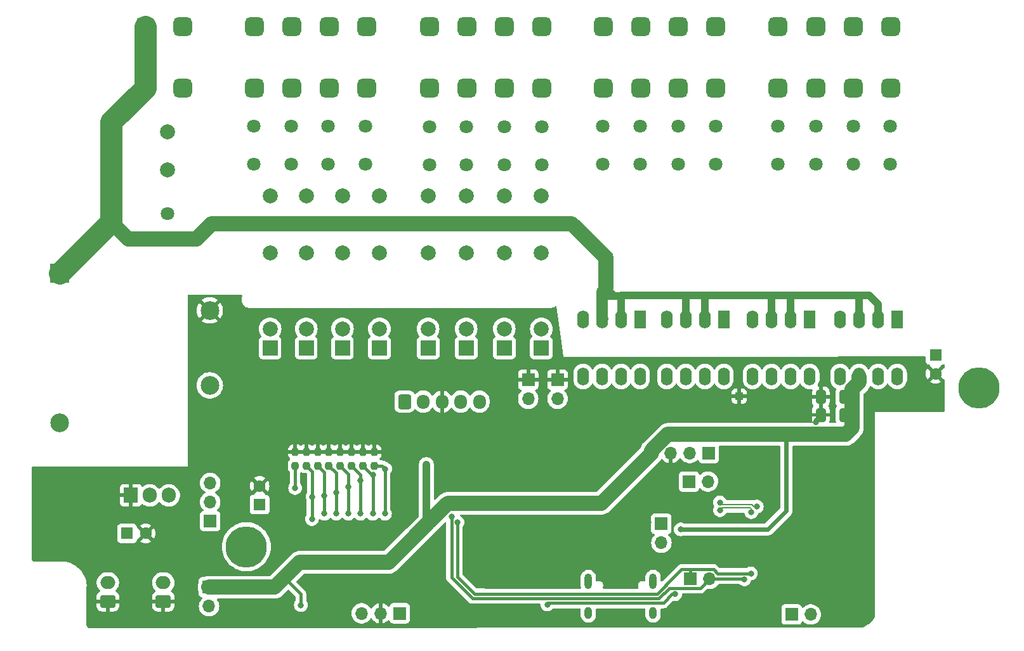
<source format=gbr>
%TF.GenerationSoftware,KiCad,Pcbnew,8.0.4*%
%TF.CreationDate,2024-09-09T03:45:19+02:00*%
%TF.ProjectId,hamodule,68616d6f-6475-46c6-952e-6b696361645f,20240908.24.8-2*%
%TF.SameCoordinates,Original*%
%TF.FileFunction,Copper,L4,Bot*%
%TF.FilePolarity,Positive*%
%FSLAX46Y46*%
G04 Gerber Fmt 4.6, Leading zero omitted, Abs format (unit mm)*
G04 Created by KiCad (PCBNEW 8.0.4) date 2024-09-09 03:45:19*
%MOMM*%
%LPD*%
G01*
G04 APERTURE LIST*
G04 Aperture macros list*
%AMRoundRect*
0 Rectangle with rounded corners*
0 $1 Rounding radius*
0 $2 $3 $4 $5 $6 $7 $8 $9 X,Y pos of 4 corners*
0 Add a 4 corners polygon primitive as box body*
4,1,4,$2,$3,$4,$5,$6,$7,$8,$9,$2,$3,0*
0 Add four circle primitives for the rounded corners*
1,1,$1+$1,$2,$3*
1,1,$1+$1,$4,$5*
1,1,$1+$1,$6,$7*
1,1,$1+$1,$8,$9*
0 Add four rect primitives between the rounded corners*
20,1,$1+$1,$2,$3,$4,$5,0*
20,1,$1+$1,$4,$5,$6,$7,0*
20,1,$1+$1,$6,$7,$8,$9,0*
20,1,$1+$1,$8,$9,$2,$3,0*%
G04 Aperture macros list end*
%TA.AperFunction,EtchedComponent*%
%ADD10C,0.000000*%
%TD*%
%TA.AperFunction,ComponentPad*%
%ADD11R,1.700000X1.700000*%
%TD*%
%TA.AperFunction,ComponentPad*%
%ADD12O,1.700000X1.700000*%
%TD*%
%TA.AperFunction,ComponentPad*%
%ADD13C,1.800000*%
%TD*%
%TA.AperFunction,ComponentPad*%
%ADD14RoundRect,0.250000X0.750000X-0.600000X0.750000X0.600000X-0.750000X0.600000X-0.750000X-0.600000X0*%
%TD*%
%TA.AperFunction,ComponentPad*%
%ADD15O,2.000000X1.700000*%
%TD*%
%TA.AperFunction,ComponentPad*%
%ADD16R,2.500000X2.500000*%
%TD*%
%TA.AperFunction,ComponentPad*%
%ADD17C,2.500000*%
%TD*%
%TA.AperFunction,ComponentPad*%
%ADD18R,1.905000X2.000000*%
%TD*%
%TA.AperFunction,ComponentPad*%
%ADD19O,1.905000X2.000000*%
%TD*%
%TA.AperFunction,ComponentPad*%
%ADD20RoundRect,0.625000X0.625000X0.625000X-0.625000X0.625000X-0.625000X-0.625000X0.625000X-0.625000X0*%
%TD*%
%TA.AperFunction,ComponentPad*%
%ADD21C,2.000000*%
%TD*%
%TA.AperFunction,ComponentPad*%
%ADD22R,1.600000X2.400000*%
%TD*%
%TA.AperFunction,ComponentPad*%
%ADD23O,1.600000X2.400000*%
%TD*%
%TA.AperFunction,ComponentPad*%
%ADD24R,1.600000X1.600000*%
%TD*%
%TA.AperFunction,ComponentPad*%
%ADD25C,1.600000*%
%TD*%
%TA.AperFunction,ComponentPad*%
%ADD26R,2.000000X2.000000*%
%TD*%
%TA.AperFunction,ComponentPad*%
%ADD27R,1.000000X1.000000*%
%TD*%
%TA.AperFunction,ComponentPad*%
%ADD28O,1.000000X2.100000*%
%TD*%
%TA.AperFunction,ComponentPad*%
%ADD29O,1.000000X1.600000*%
%TD*%
%TA.AperFunction,ComponentPad*%
%ADD30RoundRect,0.250000X-0.600000X-0.725000X0.600000X-0.725000X0.600000X0.725000X-0.600000X0.725000X0*%
%TD*%
%TA.AperFunction,ComponentPad*%
%ADD31O,1.700000X1.950000*%
%TD*%
%TA.AperFunction,ComponentPad*%
%ADD32C,5.500000*%
%TD*%
%TA.AperFunction,SMDPad,CuDef*%
%ADD33RoundRect,0.250000X0.412500X0.650000X-0.412500X0.650000X-0.412500X-0.650000X0.412500X-0.650000X0*%
%TD*%
%TA.AperFunction,SMDPad,CuDef*%
%ADD34RoundRect,0.237500X-0.237500X0.250000X-0.237500X-0.250000X0.237500X-0.250000X0.237500X0.250000X0*%
%TD*%
%TA.AperFunction,SMDPad,CuDef*%
%ADD35C,2.000000*%
%TD*%
%TA.AperFunction,ViaPad*%
%ADD36C,0.800000*%
%TD*%
%TA.AperFunction,Conductor*%
%ADD37C,2.000000*%
%TD*%
%TA.AperFunction,Conductor*%
%ADD38C,0.600000*%
%TD*%
%TA.AperFunction,Conductor*%
%ADD39C,3.000000*%
%TD*%
%TA.AperFunction,Conductor*%
%ADD40C,0.400000*%
%TD*%
%TA.AperFunction,Conductor*%
%ADD41C,1.000000*%
%TD*%
%TA.AperFunction,Conductor*%
%ADD42C,1.500000*%
%TD*%
%TA.AperFunction,Conductor*%
%ADD43C,0.200000*%
%TD*%
G04 APERTURE END LIST*
D10*
%TA.AperFunction,EtchedComponent*%
%TO.C,NT1*%
G36*
X77624000Y45468400D02*
G01*
X75624000Y45468400D01*
X75624000Y49468400D01*
X77624000Y49468400D01*
X77624000Y45468400D01*
G37*
%TD.AperFunction*%
%TD*%
D11*
%TO.P,J5,1,Pin_1*%
%TO.N,3.3V+*%
X23674000Y5448400D03*
D12*
%TO.P,J5,2,Pin_2*%
%TO.N,Net-(J4-Pin_2)*%
X23674000Y2908400D03*
%TD*%
D13*
%TO.P,RV1,1*%
%TO.N,220VAC(N)*%
X10626400Y57005330D03*
%TO.P,RV1,2*%
%TO.N,220VAC(L)*%
X18126400Y55372000D03*
%TD*%
D14*
%TO.P,J1,1,Pin_1*%
%TO.N,GND*%
X17574000Y3568700D03*
D15*
%TO.P,J1,2,Pin_2*%
%TO.N,5V+*%
X17574000Y6068700D03*
%TD*%
D16*
%TO.P,PS1,1,VAC_IN(N)*%
%TO.N,220VAC(N)*%
X3780000Y47421800D03*
D17*
%TO.P,PS1,5,VAC_IN(L)*%
%TO.N,220VAC(L)*%
X3780000Y27421800D03*
%TO.P,PS1,7,+VOUT*%
%TO.N,5V+_PS*%
X23780000Y32421800D03*
%TO.P,PS1,9,-VOUT*%
%TO.N,GND*%
X23780000Y42421800D03*
%TD*%
D18*
%TO.P,U1,1,GND*%
%TO.N,GND*%
X13242700Y17729200D03*
D19*
%TO.P,U1,2,VO*%
%TO.N,Net-(J4-Pin_2)*%
X15782700Y17729200D03*
%TO.P,U1,3,VI*%
%TO.N,5V+*%
X18322700Y17729200D03*
%TD*%
D20*
%TO.P,J15,1,1*%
%TO.N,Net-(F13-Pad2)*%
X44691800Y72136000D03*
%TO.P,J15,2,2*%
X44691800Y80335999D03*
%TO.P,J15,3,3*%
%TO.N,Net-(F12-Pad2)*%
X39691800Y72136000D03*
%TO.P,J15,4,4*%
X39691800Y80335999D03*
%TO.P,J15,5,5*%
%TO.N,Net-(F11-Pad2)*%
X34691800Y72136000D03*
%TO.P,J15,6,6*%
X34691800Y80335999D03*
%TO.P,J15,7,7*%
%TO.N,Net-(F10-Pad2)*%
X29691800Y72136000D03*
%TO.P,J15,8,8*%
X29691800Y80335999D03*
%TD*%
%TO.P,J2,1,1*%
%TO.N,Net-(F1-Pad1)*%
X20144000Y72112401D03*
%TO.P,J2,2,2*%
X20144000Y80312400D03*
%TO.P,J2,3,3*%
%TO.N,220VAC(N)*%
X15144000Y72112401D03*
%TO.P,J2,4,4*%
X15144000Y80312400D03*
%TD*%
%TO.P,J7,1,1*%
%TO.N,Net-(F2-Pad2)*%
X91264000Y72140201D03*
%TO.P,J7,2,2*%
X91264000Y80340200D03*
%TO.P,J7,3,3*%
%TO.N,Net-(F3-Pad2)*%
X86264000Y72140201D03*
%TO.P,J7,4,4*%
X86264000Y80340200D03*
%TO.P,J7,5,5*%
%TO.N,Net-(F4-Pad2)*%
X81264000Y72140201D03*
%TO.P,J7,6,6*%
X81264000Y80340200D03*
%TO.P,J7,7,7*%
%TO.N,Net-(F5-Pad2)*%
X76264000Y72140201D03*
%TO.P,J7,8,8*%
X76264000Y80340200D03*
%TD*%
D21*
%TO.P,F1,1*%
%TO.N,Net-(F1-Pad1)*%
X18161000Y66243200D03*
%TO.P,F1,2*%
%TO.N,220VAC(L)*%
X18151000Y61163200D03*
%TD*%
D22*
%TO.P,U4,1*%
%TO.N,Net-(R23-Pad2)*%
X115513178Y41232282D03*
D23*
%TO.P,U4,2*%
%TO.N,220VAC(N)-LowV*%
X112973178Y41232282D03*
%TO.P,U4,3*%
X110433178Y41232282D03*
%TO.P,U4,4*%
%TO.N,Net-(R24-Pad2)*%
X107893178Y41232282D03*
%TO.P,U4,5*%
%TO.N,Net-(U9-A2)*%
X107893178Y33612282D03*
%TO.P,U4,6*%
%TO.N,3.3V+*%
X110433178Y33612282D03*
%TO.P,U4,7*%
X112973178Y33612282D03*
%TO.P,U4,8*%
%TO.N,Net-(U9-A1)*%
X115513178Y33612282D03*
%TD*%
D22*
%TO.P,U7,1*%
%TO.N,Net-(R19-Pad2)*%
X81205300Y41228800D03*
D23*
%TO.P,U7,2*%
%TO.N,220VAC(N)-LowV*%
X78665300Y41228800D03*
%TO.P,U7,3*%
X76125300Y41228800D03*
%TO.P,U7,4*%
%TO.N,Net-(R20-Pad2)*%
X73585300Y41228800D03*
%TO.P,U7,5*%
%TO.N,Net-(J19-Pin_2)*%
X73585300Y33608800D03*
%TO.P,U7,6*%
%TO.N,3.3V+*%
X76125300Y33608800D03*
%TO.P,U7,7*%
X78665300Y33608800D03*
%TO.P,U7,8*%
%TO.N,Net-(U9-A7)*%
X81205300Y33608800D03*
%TD*%
D22*
%TO.P,U6,1*%
%TO.N,Net-(R21-Pad2)*%
X92381300Y41228800D03*
D23*
%TO.P,U6,2*%
%TO.N,220VAC(N)-LowV*%
X89841300Y41228800D03*
%TO.P,U6,3*%
X87301300Y41228800D03*
%TO.P,U6,4*%
%TO.N,Net-(R22-Pad2)*%
X84761300Y41228800D03*
%TO.P,U6,5*%
%TO.N,Net-(U9-A6)*%
X84761300Y33608800D03*
%TO.P,U6,6*%
%TO.N,3.3V+*%
X87301300Y33608800D03*
%TO.P,U6,7*%
X89841300Y33608800D03*
%TO.P,U6,8*%
%TO.N,Net-(U9-A5)*%
X92381300Y33608800D03*
%TD*%
D14*
%TO.P,J4,1,Pin_1*%
%TO.N,GND*%
X10174000Y3568700D03*
D15*
%TO.P,J4,2,Pin_2*%
%TO.N,Net-(J4-Pin_2)*%
X10174000Y6068700D03*
%TD*%
D11*
%TO.P,J10,1,Pin_1*%
%TO.N,RXD0*%
X101429402Y1808701D03*
D12*
%TO.P,J10,2,Pin_2*%
%TO.N,TXD0*%
X103969402Y1808701D03*
%TD*%
D11*
%TO.P,J19,1,Pin_1*%
%TO.N,GND*%
X70174000Y33168400D03*
D12*
%TO.P,J19,2,Pin_2*%
%TO.N,Net-(J19-Pin_2)*%
X70174000Y30628400D03*
%TD*%
D24*
%TO.P,C19,1*%
%TO.N,Net-(JP1-B)*%
X120624000Y36468400D03*
D25*
%TO.P,C19,2*%
%TO.N,GND*%
X120624000Y33968400D03*
%TD*%
D11*
%TO.P,J14,1,Pin_1*%
%TO.N,GPIO15*%
X90364000Y23368400D03*
D12*
%TO.P,J14,2,Pin_2*%
%TO.N,GPIO7*%
X87824000Y23368400D03*
%TO.P,J14,3,Pin_3*%
%TO.N,GND*%
X85284000Y23368400D03*
%TO.P,J14,4,Pin_4*%
%TO.N,3.3V+*%
X82744000Y23368400D03*
%TD*%
D20*
%TO.P,J6,1,1*%
%TO.N,Net-(F6-Pad2)*%
X114621702Y72140201D03*
%TO.P,J6,2,2*%
X114621702Y80340200D03*
%TO.P,J6,3,3*%
%TO.N,Net-(F7-Pad2)*%
X109621702Y72140201D03*
%TO.P,J6,4,4*%
X109621702Y80340200D03*
%TO.P,J6,5,5*%
%TO.N,Net-(F8-Pad2)*%
X104621702Y72140201D03*
%TO.P,J6,6,6*%
X104621702Y80340200D03*
%TO.P,J6,7,7*%
%TO.N,Net-(F9-Pad2)*%
X99621702Y72140201D03*
%TO.P,J6,8,8*%
X99621702Y80340200D03*
%TD*%
%TO.P,J16,1,1*%
%TO.N,Net-(F17-Pad2)*%
X68059800Y72136000D03*
%TO.P,J16,2,2*%
X68059800Y80335999D03*
%TO.P,J16,3,3*%
%TO.N,Net-(F16-Pad2)*%
X63059800Y72136000D03*
%TO.P,J16,4,4*%
X63059800Y80335999D03*
%TO.P,J16,5,5*%
%TO.N,Net-(F15-Pad2)*%
X58059800Y72136000D03*
%TO.P,J16,6,6*%
X58059800Y80335999D03*
%TO.P,J16,7,7*%
%TO.N,Net-(F14-Pad2)*%
X53059800Y72136000D03*
%TO.P,J16,8,8*%
X53059800Y80335999D03*
%TD*%
D13*
%TO.P,F15,1*%
%TO.N,Net-(F15-Pad1)*%
X58026800Y61849000D03*
%TO.P,F15,2*%
%TO.N,Net-(F15-Pad2)*%
X58026800Y66929000D03*
%TD*%
D26*
%TO.P,K5,1*%
%TO.N,Net-(U11-O5)*%
X52911000Y37424500D03*
D21*
%TO.P,K5,2*%
%TO.N,5V+*%
X52911000Y39964500D03*
%TO.P,K5,3*%
%TO.N,220VAC(L)*%
X52911000Y50124500D03*
%TO.P,K5,4*%
%TO.N,Net-(F14-Pad1)*%
X52911000Y57744500D03*
%TD*%
D11*
%TO.P,J12,1,Pin_1*%
%TO.N,GPIO3*%
X87724000Y19568400D03*
D12*
%TO.P,J12,2,Pin_2*%
%TO.N,GPIO9*%
X90264000Y19568400D03*
%TD*%
D13*
%TO.P,F4,1*%
%TO.N,Net-(F4-Pad1)*%
X81228000Y61952500D03*
%TO.P,F4,2*%
%TO.N,Net-(F4-Pad2)*%
X81228000Y67032500D03*
%TD*%
D24*
%TO.P,C18,1*%
%TO.N,5V+_PS*%
X30424000Y16486020D03*
D25*
%TO.P,C18,2*%
%TO.N,GND*%
X30424000Y18986020D03*
%TD*%
D26*
%TO.P,K6,1*%
%TO.N,Net-(U11-O6)*%
X57991000Y37424500D03*
D21*
%TO.P,K6,2*%
%TO.N,5V+*%
X57991000Y39964500D03*
%TO.P,K6,3*%
%TO.N,220VAC(L)*%
X57991000Y50124500D03*
%TO.P,K6,4*%
%TO.N,Net-(F15-Pad1)*%
X57991000Y57744500D03*
%TD*%
D13*
%TO.P,F2,1*%
%TO.N,Net-(F2-Pad1)*%
X91286400Y61952500D03*
%TO.P,F2,2*%
%TO.N,Net-(F2-Pad2)*%
X91286400Y67032500D03*
%TD*%
D11*
%TO.P,J17,1,Pin_1*%
%TO.N,GND*%
X66274000Y33158400D03*
D12*
%TO.P,J17,2,Pin_2*%
%TO.N,Net-(J17-Pin_2)*%
X66274000Y30618400D03*
%TD*%
D11*
%TO.P,J13,1,Pin_1*%
%TO.N,GPIO12*%
X84039402Y13923701D03*
D12*
%TO.P,J13,2,Pin_2*%
%TO.N,GPIO13*%
X84039402Y11383701D03*
%TD*%
D13*
%TO.P,F7,1*%
%TO.N,Net-(F7-Pad1)*%
X109626400Y61950600D03*
%TO.P,F7,2*%
%TO.N,Net-(F7-Pad2)*%
X109626400Y67030600D03*
%TD*%
D11*
%TO.P,J11,1,Pin_1*%
%TO.N,SDA*%
X87929800Y6578600D03*
D12*
%TO.P,J11,2,Pin_2*%
%TO.N,SCL*%
X90469800Y6578600D03*
%TD*%
D27*
%TO.P,TP1,1,1*%
%TO.N,GND*%
X94424000Y30968400D03*
%TD*%
D13*
%TO.P,F8,1*%
%TO.N,Net-(F8-Pad1)*%
X104621800Y61950600D03*
%TO.P,F8,2*%
%TO.N,Net-(F8-Pad2)*%
X104621800Y67030600D03*
%TD*%
%TO.P,F13,1*%
%TO.N,Net-(F13-Pad1)*%
X44532300Y61935500D03*
%TO.P,F13,2*%
%TO.N,Net-(F13-Pad2)*%
X44532300Y67015500D03*
%TD*%
D22*
%TO.P,U5,1*%
%TO.N,Net-(R25-Pad2)*%
X103829178Y41232282D03*
D23*
%TO.P,U5,2*%
%TO.N,220VAC(N)-LowV*%
X101289178Y41232282D03*
%TO.P,U5,3*%
X98749178Y41232282D03*
%TO.P,U5,4*%
%TO.N,Net-(R26-Pad2)*%
X96209178Y41232282D03*
%TO.P,U5,5*%
%TO.N,Net-(U9-A4)*%
X96209178Y33612282D03*
%TO.P,U5,6*%
%TO.N,3.3V+*%
X98749178Y33612282D03*
%TO.P,U5,7*%
X101289178Y33612282D03*
%TO.P,U5,8*%
%TO.N,Net-(U9-A3)*%
X103829178Y33612282D03*
%TD*%
D11*
%TO.P,J8,1,Pin_1*%
%TO.N,Net-(D4-DOUT)*%
X49116800Y1966700D03*
D12*
%TO.P,J8,2,Pin_2*%
%TO.N,GND*%
X46576800Y1966700D03*
%TO.P,J8,3,Pin_3*%
%TO.N,5V+*%
X44036800Y1966700D03*
%TD*%
D13*
%TO.P,F14,1*%
%TO.N,Net-(F14-Pad1)*%
X53073800Y61849000D03*
%TO.P,F14,2*%
%TO.N,Net-(F14-Pad2)*%
X53073800Y66929000D03*
%TD*%
D28*
%TO.P,J3,S1,SHIELD*%
%TO.N,Net-(J3-SHIELD)*%
X74285402Y6222801D03*
D29*
X74285402Y2042801D03*
D28*
X82925402Y6222801D03*
D29*
X82925402Y2042801D03*
%TD*%
D30*
%TO.P,J9,1,Pin_1*%
%TO.N,5V+*%
X49762400Y30243000D03*
D31*
%TO.P,J9,2,Pin_2*%
%TO.N,3.3V+*%
X52262400Y30243000D03*
%TO.P,J9,3,Pin_3*%
%TO.N,GND*%
X54762400Y30243000D03*
%TO.P,J9,4,Pin_4*%
%TO.N,SCL*%
X57262400Y30243000D03*
%TO.P,J9,5,Pin_5*%
%TO.N,SDA*%
X59762400Y30243000D03*
%TD*%
D11*
%TO.P,SW1,1,A*%
%TO.N,VBUS*%
X23834000Y14298400D03*
D12*
%TO.P,SW1,2,B*%
%TO.N,5V+*%
X23834000Y16838400D03*
%TO.P,SW1,3,C*%
%TO.N,5V+_PS*%
X23834000Y19378400D03*
%TD*%
D13*
%TO.P,F6,1*%
%TO.N,Net-(F6-Pad1)*%
X114604800Y61950600D03*
%TO.P,F6,2*%
%TO.N,Net-(F6-Pad2)*%
X114604800Y67030600D03*
%TD*%
%TO.P,F3,1*%
%TO.N,Net-(F3-Pad1)*%
X86257200Y61952500D03*
%TO.P,F3,2*%
%TO.N,Net-(F3-Pad2)*%
X86257200Y67032500D03*
%TD*%
%TO.P,F16,1*%
%TO.N,Net-(F16-Pad1)*%
X63106800Y61849000D03*
%TO.P,F16,2*%
%TO.N,Net-(F16-Pad2)*%
X63106800Y66929000D03*
%TD*%
D32*
%TO.P,H5,1,1*%
%TO.N,unconnected-(H5-Pad1)*%
X28664000Y10858400D03*
%TD*%
D26*
%TO.P,K1,1*%
%TO.N,Net-(U11-O1)*%
X31818300Y37424500D03*
D21*
%TO.P,K1,2*%
%TO.N,5V+*%
X31818300Y39964500D03*
%TO.P,K1,3*%
%TO.N,220VAC(L)*%
X31818300Y50124500D03*
%TO.P,K1,4*%
%TO.N,Net-(F10-Pad1)*%
X31818300Y57744500D03*
%TD*%
D26*
%TO.P,K2,1*%
%TO.N,Net-(U11-O2)*%
X36644300Y37424500D03*
D21*
%TO.P,K2,2*%
%TO.N,5V+*%
X36644300Y39964500D03*
%TO.P,K2,3*%
%TO.N,220VAC(L)*%
X36644300Y50124500D03*
%TO.P,K2,4*%
%TO.N,Net-(F11-Pad1)*%
X36644300Y57744500D03*
%TD*%
D13*
%TO.P,F11,1*%
%TO.N,Net-(F11-Pad1)*%
X34612300Y61935500D03*
%TO.P,F11,2*%
%TO.N,Net-(F11-Pad2)*%
X34612300Y67015500D03*
%TD*%
D26*
%TO.P,K4,1*%
%TO.N,Net-(U11-O4)*%
X46423300Y37424500D03*
D21*
%TO.P,K4,2*%
%TO.N,5V+*%
X46423300Y39964500D03*
%TO.P,K4,3*%
%TO.N,220VAC(L)*%
X46423300Y50124500D03*
%TO.P,K4,4*%
%TO.N,Net-(F13-Pad1)*%
X46423300Y57744500D03*
%TD*%
D26*
%TO.P,K7,1*%
%TO.N,Net-(U11-O7)*%
X63071000Y37424500D03*
D21*
%TO.P,K7,2*%
%TO.N,5V+*%
X63071000Y39964500D03*
%TO.P,K7,3*%
%TO.N,220VAC(L)*%
X63071000Y50124500D03*
%TO.P,K7,4*%
%TO.N,Net-(F16-Pad1)*%
X63071000Y57744500D03*
%TD*%
D26*
%TO.P,K8,1*%
%TO.N,Net-(U11-O8)*%
X68024000Y37424500D03*
D21*
%TO.P,K8,2*%
%TO.N,5V+*%
X68024000Y39964500D03*
%TO.P,K8,3*%
%TO.N,220VAC(L)*%
X68024000Y50124500D03*
%TO.P,K8,4*%
%TO.N,Net-(F17-Pad1)*%
X68024000Y57744500D03*
%TD*%
D26*
%TO.P,K3,1*%
%TO.N,Net-(U11-O3)*%
X41470300Y37424500D03*
D21*
%TO.P,K3,2*%
%TO.N,5V+*%
X41470300Y39964500D03*
%TO.P,K3,3*%
%TO.N,220VAC(L)*%
X41470300Y50124500D03*
%TO.P,K3,4*%
%TO.N,Net-(F12-Pad1)*%
X41470300Y57744500D03*
%TD*%
D32*
%TO.P,H4,1,1*%
%TO.N,unconnected-(H4-Pad1)*%
X126424000Y32080200D03*
%TD*%
D24*
%TO.P,C12,1*%
%TO.N,Net-(J4-Pin_2)*%
X12734700Y12649200D03*
D25*
%TO.P,C12,2*%
%TO.N,GND*%
X15234700Y12649200D03*
%TD*%
D13*
%TO.P,F9,1*%
%TO.N,Net-(F9-Pad1)*%
X99621800Y61980000D03*
%TO.P,F9,2*%
%TO.N,Net-(F9-Pad2)*%
X99621800Y67060000D03*
%TD*%
%TO.P,F5,1*%
%TO.N,Net-(F5-Pad1)*%
X76249600Y61952500D03*
%TO.P,F5,2*%
%TO.N,Net-(F5-Pad2)*%
X76249600Y67032500D03*
%TD*%
%TO.P,F17,1*%
%TO.N,Net-(F17-Pad1)*%
X68059800Y61849000D03*
%TO.P,F17,2*%
%TO.N,Net-(F17-Pad2)*%
X68059800Y66929000D03*
%TD*%
%TO.P,F10,1*%
%TO.N,Net-(F10-Pad1)*%
X29659300Y61935500D03*
%TO.P,F10,2*%
%TO.N,Net-(F10-Pad2)*%
X29659300Y67015500D03*
%TD*%
%TO.P,F12,1*%
%TO.N,Net-(F12-Pad1)*%
X39532300Y61935500D03*
%TO.P,F12,2*%
%TO.N,Net-(F12-Pad2)*%
X39532300Y67015500D03*
%TD*%
D33*
%TO.P,C2,1*%
%TO.N,3.3V+*%
X108449000Y30868400D03*
%TO.P,C2,2*%
%TO.N,GND*%
X105324000Y30868400D03*
%TD*%
D34*
%TO.P,R40,1*%
%TO.N,GND*%
X36664000Y23518400D03*
%TO.P,R40,2*%
%TO.N,Net-(U11-I2)*%
X36664000Y21693400D03*
%TD*%
%TO.P,R39,1*%
%TO.N,GND*%
X35174000Y23518400D03*
%TO.P,R39,2*%
%TO.N,Net-(U11-I1)*%
X35174000Y21693400D03*
%TD*%
%TO.P,R41,1*%
%TO.N,GND*%
X38174000Y23518400D03*
%TO.P,R41,2*%
%TO.N,Net-(U11-I3)*%
X38174000Y21693400D03*
%TD*%
%TO.P,R58,1*%
%TO.N,GND*%
X45724000Y23518400D03*
%TO.P,R58,2*%
%TO.N,Net-(U11-I8)*%
X45724000Y21693400D03*
%TD*%
D35*
%TO.P,NT1,1,1*%
%TO.N,220VAC(N)*%
X76624000Y49468400D03*
%TO.P,NT1,2,2*%
%TO.N,220VAC(N)-LowV*%
X76624000Y45468400D03*
%TD*%
D34*
%TO.P,R43,1*%
%TO.N,GND*%
X41174000Y23518400D03*
%TO.P,R43,2*%
%TO.N,Net-(U11-I5)*%
X41174000Y21693400D03*
%TD*%
%TO.P,R57,1*%
%TO.N,GND*%
X44174000Y23518400D03*
%TO.P,R57,2*%
%TO.N,Net-(U11-I7)*%
X44174000Y21693400D03*
%TD*%
%TO.P,R56,1*%
%TO.N,GND*%
X42674000Y23518400D03*
%TO.P,R56,2*%
%TO.N,Net-(U11-I6)*%
X42674000Y21693400D03*
%TD*%
%TO.P,R42,1*%
%TO.N,GND*%
X39674000Y23518400D03*
%TO.P,R42,2*%
%TO.N,Net-(U11-I4)*%
X39674000Y21693400D03*
%TD*%
D33*
%TO.P,C1,1*%
%TO.N,3.3V+*%
X108449000Y28468400D03*
%TO.P,C1,2*%
%TO.N,GND*%
X105324000Y28468400D03*
%TD*%
D36*
%TO.N,GND*%
X71274000Y27118400D03*
X71274000Y28218400D03*
%TO.N,3.3V+*%
X63571000Y16321956D03*
X49183529Y10308871D03*
X51033529Y12158871D03*
%TO.N,GND*%
X54724000Y9018400D03*
X68707120Y18632887D03*
X74174000Y19468400D03*
X65774000Y28268400D03*
%TO.N,3.3V+*%
X86624000Y13168400D03*
X109524000Y27068400D03*
X108413402Y26468400D03*
%TO.N,IO0*%
X68834000Y3148200D03*
X85878497Y4522897D03*
%TO.N,GND*%
X17824000Y15668400D03*
X35774000Y16018400D03*
X774000Y9518400D03*
X81224000Y17268400D03*
X111124000Y16968400D03*
X111124000Y19968400D03*
X102124000Y15468400D03*
X64126204Y1920409D03*
X64010737Y5981663D03*
X96724000Y19868400D03*
X105124000Y9468400D03*
X109624000Y19968400D03*
X31424000Y7568400D03*
X48124000Y6868400D03*
X102124000Y9468400D03*
X96724000Y17968400D03*
X108124000Y18468400D03*
X111124000Y9468400D03*
X67653400Y11268400D03*
X74974000Y14098701D03*
X76606400Y31267400D03*
X17220969Y8668400D03*
X121324000Y29418400D03*
X97924000Y15368400D03*
X48574000Y15268400D03*
X74774000Y12168400D03*
X45724000Y25768400D03*
X87706200Y29743400D03*
X17024000Y10068400D03*
X105024000Y7268400D03*
X41324000Y25468400D03*
X28449000Y33568400D03*
X57624000Y24018400D03*
X73374000Y8018400D03*
X82324000Y14098701D03*
X57624000Y21168400D03*
X93624000Y2768400D03*
X111124000Y10968400D03*
X104668242Y27468399D03*
X43124000Y6790296D03*
X111524000Y29668400D03*
X105224000Y18468400D03*
X87824000Y10268400D03*
X111124000Y13968400D03*
X100624000Y10768400D03*
X49374000Y6868400D03*
X91324000Y18068400D03*
X100546400Y31216600D03*
X97224000Y8168400D03*
X6172200Y10109200D03*
X6146800Y12217400D03*
X50974000Y15368400D03*
X82424000Y12268400D03*
X50874000Y4468400D03*
X78625400Y8862301D03*
X105445758Y23689201D03*
X111924000Y23968400D03*
X70154000Y37018400D03*
X103624000Y10968400D03*
X55224000Y18768400D03*
X109624000Y12668400D03*
X55212400Y27768400D03*
X87731600Y31242000D03*
X45724000Y24668400D03*
X111824000Y26968400D03*
X95124000Y14568400D03*
X67487800Y2032000D03*
X31524000Y1968400D03*
X96424000Y2768400D03*
X89357200Y29743400D03*
X100546400Y29718000D03*
X103824000Y19868400D03*
X6124000Y16068400D03*
X78181200Y31216600D03*
X55224000Y21118400D03*
X95624000Y9568400D03*
X108124000Y7268400D03*
X6096000Y14198600D03*
X98924000Y2768400D03*
X97824000Y17168400D03*
X102124000Y12368400D03*
X74774000Y8318400D03*
X97224000Y10968400D03*
X57624000Y18718400D03*
X106624000Y10968400D03*
X89357200Y31267400D03*
X39824000Y6790296D03*
X83324000Y17268400D03*
X99224000Y19968400D03*
X99124000Y9568400D03*
X40402300Y890100D03*
X111524000Y31168400D03*
X81224000Y15326200D03*
X50224000Y26768400D03*
X100724000Y8168400D03*
X102224000Y18468400D03*
X35724000Y25468400D03*
X56724000Y4268400D03*
X99555800Y31216600D03*
X54124000Y26768400D03*
X82244849Y8547551D03*
X87424000Y17318400D03*
X109624000Y15468400D03*
X50274000Y23918400D03*
X88024000Y2184400D03*
X84024000Y8268400D03*
X28449000Y28293400D03*
X91324000Y14655101D03*
X85524000Y17268400D03*
X111224000Y6368400D03*
X55224000Y23968400D03*
X111924000Y24968400D03*
X91324000Y2768400D03*
X97024000Y14468400D03*
X70142600Y11268400D03*
X674000Y20918400D03*
X88824000Y3268400D03*
X108124000Y9468400D03*
X76606400Y29743400D03*
X106624000Y19868400D03*
X78130400Y29692600D03*
X36624000Y6790296D03*
X57150000Y1041400D03*
X99530400Y29692600D03*
%TO.N,SDA*%
X95986468Y7298201D03*
X56824000Y14118400D03*
%TO.N,SCL*%
X95129402Y6498701D03*
X56024000Y14886600D03*
%TO.N,/ESP-D+*%
X96038170Y15477469D03*
X91853360Y15726201D03*
%TO.N,/ESP-D-*%
X91853360Y16776201D03*
X96780634Y16219933D03*
%TO.N,Net-(U11-I1)*%
X35158314Y18702714D03*
%TO.N,Net-(U11-I2)*%
X37474000Y17518400D03*
X37410000Y14554400D03*
%TO.N,Net-(U11-I3)*%
X39072400Y15268400D03*
X39072400Y17668400D03*
%TO.N,Net-(U11-I4)*%
X40647200Y15268400D03*
X40650783Y18068400D03*
%TO.N,Net-(U11-I5)*%
X42272800Y15268400D03*
X42274000Y18868400D03*
%TO.N,Net-(U11-I8)*%
X47174000Y21268400D03*
X47149600Y15268400D03*
%TO.N,Net-(U11-I7)*%
X45524000Y20468400D03*
X45524000Y15268400D03*
%TO.N,Net-(U11-I6)*%
X43874000Y19668400D03*
X43887000Y15268400D03*
%TO.N,3.3V+*%
X67824000Y16668400D03*
X35924000Y3068400D03*
X52674000Y21818400D03*
X80084000Y20708400D03*
%TD*%
D37*
%TO.N,3.3V+*%
X51033529Y12158871D02*
X49183529Y10308871D01*
X51033529Y12158871D02*
X52958529Y14083871D01*
X49183529Y10308871D02*
X47643058Y8768400D01*
D38*
X100724000Y15668400D02*
X100724000Y20341193D01*
D37*
X84884862Y25868400D02*
X82744000Y23727538D01*
D38*
X100724000Y25668400D02*
X100924000Y25868400D01*
D37*
X82744000Y23727538D02*
X82744000Y23368400D01*
X110433178Y32799720D02*
X109512800Y31879342D01*
X110433178Y33612282D02*
X110433178Y32799720D01*
D38*
X86624000Y13168400D02*
X98224000Y13168400D01*
D37*
X109524000Y26743400D02*
X108649000Y25868400D01*
X109524000Y27068400D02*
X109524000Y26743400D01*
X100924000Y25868400D02*
X84884862Y25868400D01*
X109512800Y31879342D02*
X109512800Y27079600D01*
D38*
X98224000Y13168400D02*
X100724000Y15668400D01*
D37*
X109512800Y27079600D02*
X109524000Y27068400D01*
X108649000Y25868400D02*
X100924000Y25868400D01*
D38*
X100724000Y20341193D02*
X100724000Y25668400D01*
D37*
%TO.N,220VAC(N)*%
X10626400Y54268200D02*
X12922600Y51972000D01*
D39*
X10626400Y67594801D02*
X10626400Y57005330D01*
D37*
X24016240Y54000400D02*
X72092000Y54000400D01*
D39*
X15144000Y72112401D02*
X10626400Y67594801D01*
D37*
X21987840Y51972000D02*
X24016240Y54000400D01*
D39*
X10626400Y57005330D02*
X10626400Y54268200D01*
X10626400Y54268200D02*
X3780000Y47421800D01*
X15144000Y72112401D02*
X15144000Y80312400D01*
D37*
X72092000Y54000400D02*
X76624000Y49468400D01*
X12922600Y51972000D02*
X21987840Y51972000D01*
D40*
%TO.N,IO0*%
X85478497Y4522897D02*
X85878497Y4522897D01*
X69034000Y3348200D02*
X84303800Y3348200D01*
X84303800Y3348200D02*
X85478497Y4522897D01*
X68834000Y3148200D02*
X69034000Y3348200D01*
D38*
%TO.N,GND*%
X104668242Y27468399D02*
X104668242Y27812642D01*
X104668242Y27812642D02*
X105324000Y28468400D01*
D40*
%TO.N,SDA*%
X85799787Y6892613D02*
X83455373Y4548200D01*
X59082128Y4568400D02*
X56824000Y6826528D01*
X91554399Y7298201D02*
X91024000Y7828600D01*
X56824000Y6826528D02*
X56824000Y14118400D01*
X87924000Y7828600D02*
X86735774Y7828600D01*
X86735774Y7828600D02*
X85799787Y6892613D01*
X90524000Y7828600D02*
X87924000Y7828600D01*
X60444200Y4548200D02*
X60424000Y4568400D01*
X91024000Y7828600D02*
X90524000Y7828600D01*
X83455373Y4548200D02*
X60444200Y4548200D01*
X87924000Y7828600D02*
X87924000Y6584400D01*
X60424000Y4568400D02*
X59082128Y4568400D01*
X87924000Y6584400D02*
X87929800Y6578600D01*
X95986468Y7298201D02*
X91554399Y7298201D01*
%TO.N,SCL*%
X95049503Y6578600D02*
X95129402Y6498701D01*
X58853800Y3948200D02*
X56024000Y6778000D01*
X56024000Y6778000D02*
X56024000Y14886600D01*
X85084302Y5328600D02*
X83703902Y3948200D01*
X90469800Y6578600D02*
X95049503Y6578600D01*
X89219800Y5328600D02*
X85084302Y5328600D01*
X83703902Y3948200D02*
X58853800Y3948200D01*
X90469800Y6578600D02*
X89219800Y5328600D01*
D41*
%TO.N,220VAC(N)-LowV*%
X111798600Y44399200D02*
X112967000Y43230800D01*
X112967000Y43230800D02*
X112967000Y41238460D01*
X110433178Y44367622D02*
X110401600Y44399200D01*
X87301300Y44360100D02*
X87262200Y44399200D01*
X112967000Y41238460D02*
X112973178Y41232282D01*
X87262200Y44399200D02*
X78677000Y44399200D01*
X101232200Y44399200D02*
X110401600Y44399200D01*
X77718600Y44373800D02*
X76721200Y44373800D01*
X78651600Y44373800D02*
X77718600Y44373800D01*
X101289178Y44342222D02*
X101232200Y44399200D01*
X89954600Y44399200D02*
X98793800Y44399200D01*
D42*
X76202902Y41306402D02*
X76125300Y41228800D01*
D41*
X78677000Y44399200D02*
X78668101Y44390301D01*
X77718600Y44373800D02*
X76624000Y45468400D01*
X98749178Y41232282D02*
X98749178Y44354578D01*
X78665300Y41228800D02*
X78665300Y44387500D01*
X87301300Y41228800D02*
X87301300Y44360100D01*
X78665300Y44387500D02*
X78677000Y44399200D01*
X89841300Y41228800D02*
X89841300Y44285900D01*
X76721200Y44373800D02*
X76125300Y44969700D01*
X98749178Y44354578D02*
X98793800Y44399200D01*
X89841300Y44285900D02*
X89954600Y44399200D01*
X110401600Y44399200D02*
X111798600Y44399200D01*
D42*
X76125300Y41228800D02*
X76125300Y44969700D01*
D41*
X101289178Y41232282D02*
X101289178Y44342222D01*
X110433178Y41232282D02*
X110433178Y44367622D01*
X87262200Y44399200D02*
X89954600Y44399200D01*
X78677000Y44399200D02*
X78651600Y44373800D01*
X98793800Y44399200D02*
X101232200Y44399200D01*
D42*
X76125300Y44969700D02*
X76624000Y45468400D01*
D43*
%TO.N,/ESP-D+*%
X92153359Y16026200D02*
X95913704Y16026200D01*
X91853360Y15726201D02*
X92153359Y16026200D01*
X95913704Y16026200D02*
X96038170Y15901734D01*
X96038170Y15901734D02*
X96038170Y15477469D01*
%TO.N,/ESP-D-*%
X96100100Y16476202D02*
X96356369Y16219933D01*
X96356369Y16219933D02*
X96780634Y16219933D01*
X91853360Y16776201D02*
X92153359Y16476202D01*
X92153359Y16476202D02*
X96100100Y16476202D01*
D40*
%TO.N,Net-(U11-I1)*%
X35174000Y21618400D02*
X35174000Y21693400D01*
X35158314Y18702714D02*
X35158314Y21602714D01*
X35158314Y21602714D02*
X35174000Y21618400D01*
%TO.N,Net-(U11-I2)*%
X37396000Y17440400D02*
X37474000Y17518400D01*
X37396000Y14568400D02*
X37396000Y17440400D01*
X37410000Y14554400D02*
X37396000Y14568400D01*
X37474000Y17518400D02*
X37474000Y20918400D01*
X37474000Y20918400D02*
X36699000Y21693400D01*
X36699000Y21693400D02*
X36664000Y21693400D01*
%TO.N,Net-(U11-I3)*%
X39072400Y15268400D02*
X39072400Y17668400D01*
X39072400Y17668400D02*
X39072400Y20795000D01*
X39072400Y20795000D02*
X38174000Y21693400D01*
%TO.N,Net-(U11-I4)*%
X40647200Y18064817D02*
X40650783Y18068400D01*
X40647200Y15268400D02*
X40647200Y18064817D01*
X40650783Y18068400D02*
X40724000Y17995183D01*
X40650783Y20716617D02*
X39674000Y21693400D01*
X40650783Y18068400D02*
X40650783Y20716617D01*
%TO.N,Net-(U11-I5)*%
X42272800Y18867200D02*
X42274000Y18868400D01*
X42274000Y20593400D02*
X41174000Y21693400D01*
X42272800Y15268400D02*
X42272800Y18867200D01*
X42274000Y18868400D02*
X42274000Y20593400D01*
%TO.N,Net-(U11-I8)*%
X46424000Y21668400D02*
X46399000Y21693400D01*
X46774000Y21668400D02*
X46424000Y21668400D01*
X47149600Y15268400D02*
X47149600Y21244000D01*
X46399000Y21693400D02*
X45724000Y21693400D01*
X47174000Y21268400D02*
X46774000Y21668400D01*
X47149600Y21244000D02*
X47174000Y21268400D01*
%TO.N,Net-(U11-I7)*%
X45524000Y20468400D02*
X45399000Y20468400D01*
X45399000Y20468400D02*
X44174000Y21693400D01*
X45524000Y15268400D02*
X45524000Y20468400D01*
%TO.N,Net-(U11-I6)*%
X43874000Y19668400D02*
X43874000Y20493400D01*
X43874000Y20493400D02*
X42674000Y21693400D01*
X43887000Y19655400D02*
X43874000Y19668400D01*
X43887000Y15268400D02*
X43887000Y19655400D01*
%TO.N,3.3V+*%
X35924000Y4531000D02*
X33724000Y6731000D01*
D37*
X40824000Y8768400D02*
X42424000Y8768400D01*
X42424000Y8768400D02*
X35724000Y8768400D01*
D41*
X52674000Y14368400D02*
X52958529Y14083871D01*
D37*
X76044000Y16668400D02*
X78234000Y18858400D01*
X55543058Y16668400D02*
X52958529Y14083871D01*
X33724000Y6731000D02*
X35761400Y8768400D01*
X32404000Y5448400D02*
X23674000Y5448400D01*
X47643058Y8768400D02*
X40824000Y8768400D01*
X35761400Y8768400D02*
X40824000Y8768400D01*
X35724000Y8768400D02*
X32404000Y5448400D01*
X57824000Y16668400D02*
X55543058Y16668400D01*
X61024000Y16668400D02*
X57824000Y16668400D01*
X67824000Y16668400D02*
X76044000Y16668400D01*
D40*
X35924000Y3068400D02*
X35924000Y4531000D01*
D37*
X78234000Y18858400D02*
X80084000Y20708400D01*
D41*
X52674000Y21818400D02*
X52674000Y14368400D01*
D37*
X80084000Y20708400D02*
X82744000Y23368400D01*
X61024000Y16668400D02*
X67824000Y16668400D01*
%TD*%
%TA.AperFunction,Conductor*%
%TO.N,GND*%
G36*
X27999524Y44511521D02*
G01*
X28066522Y44491699D01*
X28112169Y44438802D01*
X28121972Y44369624D01*
X28114596Y44344946D01*
X28115553Y44344597D01*
X28047241Y44156916D01*
X28013500Y43965559D01*
X28013500Y43771242D01*
X28047241Y43579885D01*
X28113700Y43397293D01*
X28113703Y43397286D01*
X28210858Y43229008D01*
X28335757Y43080158D01*
X28484607Y42955259D01*
X28484608Y42955258D01*
X28484610Y42955257D01*
X28652890Y42858101D01*
X28835484Y42791642D01*
X29026844Y42757900D01*
X29026846Y42757900D01*
X69321154Y42757900D01*
X69321156Y42757900D01*
X69512516Y42791642D01*
X69695110Y42858101D01*
X69860738Y42953727D01*
X69928634Y42970198D01*
X69994661Y42947346D01*
X70037851Y42892425D01*
X70045541Y42863497D01*
X70602021Y38880704D01*
X70974000Y36218400D01*
X82848300Y36183500D01*
X82848301Y36183501D01*
X82848302Y36183500D01*
X95856200Y36221200D01*
X119191143Y36288831D01*
X119258237Y36269341D01*
X119304145Y36216670D01*
X119315500Y36164832D01*
X119315500Y35619746D01*
X119322011Y35559198D01*
X119322011Y35559196D01*
X119373111Y35422196D01*
X119460739Y35305139D01*
X119577796Y35217511D01*
X119714799Y35166411D01*
X119742050Y35163482D01*
X119775345Y35159901D01*
X119775360Y35159901D01*
X119775362Y35159900D01*
X119775364Y35159900D01*
X119778669Y35159723D01*
X119778659Y35159545D01*
X119778665Y35159544D01*
X119778653Y35159441D01*
X119778591Y35158272D01*
X119840084Y35140215D01*
X119885839Y35087411D01*
X119891519Y35054433D01*
X120577553Y34368400D01*
X120571339Y34368400D01*
X120469606Y34341141D01*
X120378394Y34288480D01*
X120303920Y34214006D01*
X120251259Y34122794D01*
X120224000Y34021061D01*
X120224000Y34014848D01*
X119544974Y34693874D01*
X119544973Y34693874D01*
X119493871Y34620891D01*
X119493866Y34620884D01*
X119397734Y34414727D01*
X119397730Y34414718D01*
X119338860Y34195011D01*
X119338858Y34195000D01*
X119319034Y33968403D01*
X119319034Y33968398D01*
X119338858Y33741801D01*
X119338860Y33741790D01*
X119397730Y33522083D01*
X119397735Y33522069D01*
X119493863Y33315922D01*
X119544974Y33242928D01*
X120224000Y33921954D01*
X120224000Y33915739D01*
X120251259Y33814006D01*
X120303920Y33722794D01*
X120378394Y33648320D01*
X120469606Y33595659D01*
X120571339Y33568400D01*
X120577553Y33568400D01*
X119898526Y32889375D01*
X119971513Y32838268D01*
X119971521Y32838264D01*
X120177668Y32742136D01*
X120177682Y32742131D01*
X120397389Y32683261D01*
X120397400Y32683259D01*
X120623998Y32663434D01*
X120624002Y32663434D01*
X120850599Y32683259D01*
X120850610Y32683261D01*
X121070317Y32742131D01*
X121070331Y32742136D01*
X121276478Y32838264D01*
X121349471Y32889376D01*
X120670447Y33568400D01*
X120676661Y33568400D01*
X120778394Y33595659D01*
X120869606Y33648320D01*
X120944080Y33722794D01*
X120996741Y33814006D01*
X121024000Y33915739D01*
X121024000Y33921953D01*
X121703024Y33242929D01*
X121737192Y33245918D01*
X121805692Y33232151D01*
X121855876Y33183536D01*
X121872000Y33122390D01*
X121872000Y29005400D01*
X121852315Y28938361D01*
X121799511Y28892606D01*
X121748000Y28881400D01*
X112547400Y28881400D01*
X112535857Y1583016D01*
X112524933Y1532177D01*
X112453438Y1373322D01*
X112446479Y1360063D01*
X112296218Y1111499D01*
X112287712Y1099176D01*
X112108581Y870533D01*
X112098651Y859325D01*
X111893275Y653949D01*
X111882067Y644019D01*
X111653424Y464888D01*
X111641101Y456382D01*
X111392536Y306120D01*
X111379277Y299161D01*
X111114406Y179952D01*
X111100410Y174645D01*
X110838346Y92982D01*
X110823115Y88236D01*
X110808577Y84653D01*
X110522876Y32296D01*
X110508010Y30491D01*
X110419687Y25149D01*
X110412229Y24923D01*
X7624827Y1722D01*
X7577346Y11161D01*
X7574113Y12500D01*
X7544333Y24836D01*
X7516300Y41021D01*
X7461533Y83046D01*
X7438645Y105934D01*
X7396621Y160700D01*
X7380435Y188734D01*
X7354019Y252508D01*
X7345641Y283776D01*
X7336477Y353383D01*
X7335416Y369523D01*
X7335238Y864631D01*
X7333583Y5456320D01*
X7333650Y5460375D01*
X7339065Y5624063D01*
X7316856Y5955405D01*
X7279694Y6175616D01*
X8665500Y6175616D01*
X8665500Y5961785D01*
X8698951Y5750583D01*
X8765026Y5547220D01*
X8765027Y5547217D01*
X8820976Y5437413D01*
X8862106Y5356691D01*
X8987794Y5183696D01*
X8987796Y5183694D01*
X9126070Y5045420D01*
X9159555Y4984097D01*
X9154571Y4914405D01*
X9112699Y4858472D01*
X9103486Y4852201D01*
X8955659Y4761020D01*
X8955655Y4761017D01*
X8831684Y4637046D01*
X8739643Y4487825D01*
X8739641Y4487820D01*
X8684494Y4321398D01*
X8684493Y4321391D01*
X8674000Y4218687D01*
X8674000Y3818700D01*
X9740988Y3818700D01*
X9708075Y3761693D01*
X9674000Y3634526D01*
X9674000Y3502874D01*
X9708075Y3375707D01*
X9740988Y3318700D01*
X8674001Y3318700D01*
X8674001Y2918714D01*
X8684494Y2816003D01*
X8739641Y2649581D01*
X8739643Y2649576D01*
X8831684Y2500355D01*
X8955654Y2376385D01*
X9104875Y2284344D01*
X9104880Y2284342D01*
X9271302Y2229195D01*
X9271309Y2229194D01*
X9374019Y2218701D01*
X9923999Y2218701D01*
X9924000Y2218702D01*
X9924000Y3135688D01*
X9981007Y3102775D01*
X10108174Y3068700D01*
X10239826Y3068700D01*
X10366993Y3102775D01*
X10424000Y3135688D01*
X10424000Y2218701D01*
X10973972Y2218701D01*
X10973986Y2218702D01*
X11076697Y2229195D01*
X11243119Y2284342D01*
X11243124Y2284344D01*
X11392345Y2376385D01*
X11516315Y2500355D01*
X11608356Y2649576D01*
X11608358Y2649581D01*
X11663505Y2816003D01*
X11663506Y2816010D01*
X11673999Y2918714D01*
X11674000Y2918727D01*
X11674000Y3318700D01*
X10607012Y3318700D01*
X10639925Y3375707D01*
X10674000Y3502874D01*
X10674000Y3634526D01*
X10639925Y3761693D01*
X10607012Y3818700D01*
X11673999Y3818700D01*
X11673999Y4218672D01*
X11673998Y4218687D01*
X11663505Y4321398D01*
X11608358Y4487820D01*
X11608356Y4487825D01*
X11516315Y4637046D01*
X11392344Y4761017D01*
X11392340Y4761020D01*
X11244513Y4852201D01*
X11197788Y4904149D01*
X11186567Y4973111D01*
X11214410Y5037193D01*
X11221907Y5045398D01*
X11360206Y5183696D01*
X11485894Y5356691D01*
X11582972Y5547217D01*
X11649049Y5750584D01*
X11682500Y5961784D01*
X11682500Y6175616D01*
X16065500Y6175616D01*
X16065500Y5961785D01*
X16098951Y5750583D01*
X16165026Y5547220D01*
X16165027Y5547217D01*
X16220976Y5437413D01*
X16262106Y5356691D01*
X16387794Y5183696D01*
X16387796Y5183694D01*
X16526070Y5045420D01*
X16559555Y4984097D01*
X16554571Y4914405D01*
X16512699Y4858472D01*
X16503486Y4852201D01*
X16355659Y4761020D01*
X16355655Y4761017D01*
X16231684Y4637046D01*
X16139643Y4487825D01*
X16139641Y4487820D01*
X16084494Y4321398D01*
X16084493Y4321391D01*
X16074000Y4218687D01*
X16074000Y3818700D01*
X17140988Y3818700D01*
X17108075Y3761693D01*
X17074000Y3634526D01*
X17074000Y3502874D01*
X17108075Y3375707D01*
X17140988Y3318700D01*
X16074001Y3318700D01*
X16074001Y2918714D01*
X16084494Y2816003D01*
X16139641Y2649581D01*
X16139643Y2649576D01*
X16231684Y2500355D01*
X16355654Y2376385D01*
X16504875Y2284344D01*
X16504880Y2284342D01*
X16671302Y2229195D01*
X16671309Y2229194D01*
X16774019Y2218701D01*
X17323999Y2218701D01*
X17324000Y2218702D01*
X17324000Y3135688D01*
X17381007Y3102775D01*
X17508174Y3068700D01*
X17639826Y3068700D01*
X17766993Y3102775D01*
X17824000Y3135688D01*
X17824000Y2218701D01*
X18373972Y2218701D01*
X18373986Y2218702D01*
X18476697Y2229195D01*
X18643119Y2284342D01*
X18643124Y2284344D01*
X18792345Y2376385D01*
X18916315Y2500355D01*
X19008356Y2649576D01*
X19008358Y2649581D01*
X19063505Y2816003D01*
X19063506Y2816010D01*
X19073999Y2918714D01*
X19074000Y2918727D01*
X19074000Y3318700D01*
X18007012Y3318700D01*
X18039925Y3375707D01*
X18074000Y3502874D01*
X18074000Y3634526D01*
X18039925Y3761693D01*
X18007012Y3818700D01*
X19073999Y3818700D01*
X19073999Y4218672D01*
X19073998Y4218687D01*
X19063505Y4321398D01*
X19008358Y4487820D01*
X19008356Y4487825D01*
X18916315Y4637046D01*
X18792344Y4761017D01*
X18792340Y4761020D01*
X18644513Y4852201D01*
X18597788Y4904149D01*
X18586567Y4973111D01*
X18614410Y5037193D01*
X18621907Y5045398D01*
X18760206Y5183696D01*
X18885894Y5356691D01*
X18982972Y5547217D01*
X18989441Y5567128D01*
X22165500Y5567128D01*
X22165500Y5329673D01*
X22202643Y5095159D01*
X22218805Y5045420D01*
X22276018Y4869337D01*
X22294212Y4833630D01*
X22301985Y4818374D01*
X22315500Y4762080D01*
X22315500Y4549746D01*
X22322011Y4489198D01*
X22322011Y4489196D01*
X22373111Y4352196D01*
X22460739Y4235139D01*
X22577796Y4147511D01*
X22629737Y4128138D01*
X22695595Y4103573D01*
X22751528Y4061701D01*
X22775944Y3996237D01*
X22761092Y3927964D01*
X22743490Y3903409D01*
X22598279Y3745670D01*
X22598276Y3745666D01*
X22475140Y3557193D01*
X22384703Y3351015D01*
X22329436Y3132772D01*
X22329434Y3132760D01*
X22310844Y2908406D01*
X22310844Y2908395D01*
X22329434Y2684041D01*
X22329436Y2684032D01*
X22384703Y2465786D01*
X22475140Y2259608D01*
X22598276Y2071135D01*
X22598284Y2071124D01*
X22750756Y1905498D01*
X22750761Y1905493D01*
X22809981Y1859400D01*
X22928424Y1767211D01*
X22928425Y1767211D01*
X22928427Y1767209D01*
X22974402Y1742329D01*
X23126426Y1660058D01*
X23339365Y1586956D01*
X23561431Y1549900D01*
X23786569Y1549900D01*
X24008635Y1586956D01*
X24221574Y1660058D01*
X24419576Y1767211D01*
X24597240Y1905494D01*
X24653590Y1966706D01*
X42673644Y1966706D01*
X42673644Y1966695D01*
X42692234Y1742341D01*
X42692236Y1742329D01*
X42747503Y1524086D01*
X42837940Y1317908D01*
X42961076Y1129435D01*
X42961084Y1129424D01*
X43113556Y963798D01*
X43113561Y963793D01*
X43158783Y928595D01*
X43291224Y825511D01*
X43291225Y825511D01*
X43291227Y825509D01*
X43417935Y756939D01*
X43489226Y718358D01*
X43702165Y645256D01*
X43924231Y608200D01*
X44149369Y608200D01*
X44371435Y645256D01*
X44584374Y718358D01*
X44782376Y825511D01*
X44960040Y963794D01*
X45065095Y1077913D01*
X45112515Y1129424D01*
X45112515Y1129425D01*
X45112522Y1129432D01*
X45206549Y1273353D01*
X45259694Y1318706D01*
X45328925Y1328130D01*
X45392261Y1298628D01*
X45411930Y1276652D01*
X45538690Y1095622D01*
X45705717Y928595D01*
X45899221Y793100D01*
X46113307Y693271D01*
X46113316Y693267D01*
X46326800Y636066D01*
X46326800Y1533688D01*
X46383807Y1500775D01*
X46510974Y1466700D01*
X46642626Y1466700D01*
X46769793Y1500775D01*
X46826800Y1533688D01*
X46826800Y636067D01*
X47040283Y693267D01*
X47040292Y693271D01*
X47254378Y793100D01*
X47447878Y928592D01*
X47563714Y1044428D01*
X47625037Y1077913D01*
X47694729Y1072929D01*
X47750663Y1031058D01*
X47767577Y1000081D01*
X47815910Y870497D01*
X47831628Y849500D01*
X47903539Y753439D01*
X48020596Y665811D01*
X48157599Y614711D01*
X48184850Y611782D01*
X48218145Y608201D01*
X48218162Y608200D01*
X50015438Y608200D01*
X50015454Y608201D01*
X50042492Y611109D01*
X50076001Y614711D01*
X50213004Y665811D01*
X50330061Y753439D01*
X50417689Y870496D01*
X50468789Y1007499D01*
X50472759Y1044428D01*
X50475299Y1068046D01*
X50475300Y1068063D01*
X50475300Y2865338D01*
X50475299Y2865355D01*
X50470670Y2908406D01*
X50468789Y2925901D01*
X50466022Y2933319D01*
X50439359Y3004806D01*
X50417689Y3062904D01*
X50330061Y3179961D01*
X50213004Y3267589D01*
X50076003Y3318689D01*
X50015454Y3325200D01*
X50015438Y3325200D01*
X48218162Y3325200D01*
X48218145Y3325200D01*
X48157597Y3318689D01*
X48157595Y3318689D01*
X48020595Y3267589D01*
X47903539Y3179961D01*
X47815911Y3062905D01*
X47767577Y2933319D01*
X47725705Y2877386D01*
X47660241Y2852970D01*
X47591968Y2867822D01*
X47563715Y2888973D01*
X47447882Y3004806D01*
X47254378Y3140301D01*
X47040292Y3240130D01*
X47040286Y3240133D01*
X46826800Y3297336D01*
X46826800Y2399712D01*
X46769793Y2432625D01*
X46642626Y2466700D01*
X46510974Y2466700D01*
X46383807Y2432625D01*
X46326800Y2399712D01*
X46326800Y3297336D01*
X46326799Y3297336D01*
X46113313Y3240133D01*
X46113307Y3240130D01*
X45899222Y3140301D01*
X45899220Y3140300D01*
X45705726Y3004814D01*
X45705720Y3004809D01*
X45538691Y2837780D01*
X45538690Y2837778D01*
X45411931Y2656748D01*
X45357354Y2613123D01*
X45287855Y2605931D01*
X45225501Y2637453D01*
X45206552Y2660044D01*
X45112522Y2803968D01*
X45112515Y2803975D01*
X45112515Y2803977D01*
X44960043Y2969603D01*
X44960038Y2969608D01*
X44782377Y3107888D01*
X44782372Y3107892D01*
X44584380Y3215039D01*
X44584377Y3215041D01*
X44584374Y3215042D01*
X44584371Y3215043D01*
X44584369Y3215044D01*
X44371437Y3288144D01*
X44149369Y3325200D01*
X43924231Y3325200D01*
X43702162Y3288144D01*
X43489230Y3215044D01*
X43489219Y3215039D01*
X43291227Y3107892D01*
X43291222Y3107888D01*
X43113561Y2969608D01*
X43113556Y2969603D01*
X42961084Y2803977D01*
X42961078Y2803968D01*
X42837940Y2615493D01*
X42747503Y2409315D01*
X42692236Y2191072D01*
X42692234Y2191060D01*
X42673644Y1966706D01*
X24653590Y1966706D01*
X24749722Y2071132D01*
X24872860Y2259609D01*
X24963296Y2465784D01*
X25018564Y2684032D01*
X25020463Y2706951D01*
X25037156Y2908395D01*
X25037156Y2908406D01*
X25018565Y3132760D01*
X25018563Y3132772D01*
X24985916Y3261693D01*
X24963296Y3351016D01*
X24872860Y3557191D01*
X24749722Y3745668D01*
X24749720Y3745670D01*
X24748147Y3748078D01*
X24727959Y3814968D01*
X24747138Y3882153D01*
X24799597Y3928304D01*
X24851955Y3939900D01*
X32280143Y3939900D01*
X32280167Y3939899D01*
X32285278Y3939899D01*
X32522721Y3939899D01*
X32522722Y3939899D01*
X32757241Y3977044D01*
X32983063Y4050418D01*
X33194627Y4158215D01*
X33386722Y4297780D01*
X33554620Y4465678D01*
X33554621Y4465680D01*
X33561681Y4472740D01*
X33561687Y4472747D01*
X34183304Y5094364D01*
X34244627Y5127849D01*
X34314319Y5122865D01*
X34358666Y5094364D01*
X35179181Y4273849D01*
X35212666Y4212526D01*
X35215500Y4186168D01*
X35215500Y3686862D01*
X35195815Y3619823D01*
X35188775Y3610603D01*
X35188779Y3610600D01*
X35184957Y3605341D01*
X35089473Y3439957D01*
X35089470Y3439950D01*
X35031551Y3261693D01*
X35030458Y3258328D01*
X35010496Y3068400D01*
X35030458Y2878472D01*
X35030459Y2878469D01*
X35089470Y2696851D01*
X35089473Y2696844D01*
X35184960Y2531456D01*
X35265390Y2442129D01*
X35304433Y2398767D01*
X35312747Y2389534D01*
X35467248Y2277282D01*
X35641712Y2199606D01*
X35828513Y2159900D01*
X36019487Y2159900D01*
X36206288Y2199606D01*
X36380752Y2277282D01*
X36535253Y2389534D01*
X36663040Y2531456D01*
X36758527Y2696844D01*
X36817542Y2878472D01*
X36837504Y3068400D01*
X36817542Y3258328D01*
X36758527Y3439956D01*
X36663040Y3605344D01*
X36663039Y3605346D01*
X36659221Y3610600D01*
X36660633Y3611627D01*
X36634118Y3666897D01*
X36632500Y3686862D01*
X36632500Y4600782D01*
X36632499Y4600786D01*
X36628657Y4620100D01*
X36605273Y4737662D01*
X36588117Y4779080D01*
X36575422Y4809728D01*
X36551867Y4866597D01*
X36551866Y4866599D01*
X36550037Y4869336D01*
X36474328Y4982642D01*
X36474325Y4982646D01*
X35379336Y6077634D01*
X35345851Y6138957D01*
X35350835Y6208649D01*
X35379336Y6252996D01*
X36349922Y7223581D01*
X36411245Y7257066D01*
X36437603Y7259900D01*
X40705278Y7259900D01*
X47519201Y7259900D01*
X47519225Y7259899D01*
X47524336Y7259899D01*
X47761779Y7259899D01*
X47761780Y7259899D01*
X47996299Y7297044D01*
X48222121Y7370418D01*
X48433685Y7478215D01*
X48470363Y7504863D01*
X48625780Y7617780D01*
X48793678Y7785678D01*
X48793679Y7785680D01*
X48800739Y7792740D01*
X48800744Y7792747D01*
X50334149Y9326150D01*
X50392708Y9384709D01*
X50392720Y9384723D01*
X52184149Y11176149D01*
X52184150Y11176152D01*
X52191210Y11183211D01*
X52191215Y11183218D01*
X54109149Y13101149D01*
X54109150Y13101152D01*
X54116210Y13108211D01*
X54116215Y13108218D01*
X55103820Y14095822D01*
X55165142Y14129306D01*
X55234834Y14124322D01*
X55290767Y14082450D01*
X55315184Y14016986D01*
X55315500Y14008140D01*
X55315500Y6708215D01*
X55339073Y6589704D01*
X55342726Y6571343D01*
X55342728Y6571335D01*
X55396135Y6442399D01*
X55396136Y6442396D01*
X55473671Y6326358D01*
X55473674Y6326354D01*
X58402154Y3397875D01*
X58402158Y3397872D01*
X58518200Y3320335D01*
X58593730Y3289050D01*
X58647138Y3266927D01*
X58690369Y3258328D01*
X58784014Y3239701D01*
X58784018Y3239700D01*
X58784019Y3239700D01*
X67799229Y3239700D01*
X67866268Y3220015D01*
X67912023Y3167211D01*
X67922549Y3128665D01*
X67940458Y2958272D01*
X67940459Y2958269D01*
X67999470Y2776651D01*
X67999473Y2776644D01*
X68094960Y2611256D01*
X68222747Y2469334D01*
X68377248Y2357082D01*
X68551712Y2279406D01*
X68738513Y2239700D01*
X68929487Y2239700D01*
X69116288Y2279406D01*
X69290752Y2357082D01*
X69445253Y2469334D01*
X69561709Y2598673D01*
X69621195Y2635321D01*
X69653859Y2639700D01*
X73165106Y2639700D01*
X73232145Y2620015D01*
X73277900Y2567211D01*
X73287844Y2498053D01*
X73286724Y2491510D01*
X73276902Y2442129D01*
X73276902Y1643468D01*
X73315656Y1448640D01*
X73315658Y1448632D01*
X73391679Y1265100D01*
X73391684Y1265091D01*
X73502048Y1099921D01*
X73502051Y1099917D01*
X73642517Y959451D01*
X73642521Y959448D01*
X73807691Y849084D01*
X73807697Y849081D01*
X73807698Y849080D01*
X73991233Y773057D01*
X74186068Y734302D01*
X74186072Y734301D01*
X74186073Y734301D01*
X74384732Y734301D01*
X74384733Y734302D01*
X74579571Y773057D01*
X74763106Y849080D01*
X74928283Y959448D01*
X75068755Y1099920D01*
X75179123Y1265097D01*
X75255146Y1448632D01*
X75293902Y1643472D01*
X75293902Y2442130D01*
X75284080Y2491510D01*
X75290309Y2561102D01*
X75333172Y2616278D01*
X75399062Y2639522D01*
X75405698Y2639700D01*
X81805106Y2639700D01*
X81872145Y2620015D01*
X81917900Y2567211D01*
X81927844Y2498053D01*
X81926724Y2491510D01*
X81916902Y2442129D01*
X81916902Y1643468D01*
X81955656Y1448640D01*
X81955658Y1448632D01*
X82031679Y1265100D01*
X82031684Y1265091D01*
X82142048Y1099921D01*
X82142051Y1099917D01*
X82282517Y959451D01*
X82282521Y959448D01*
X82447691Y849084D01*
X82447697Y849081D01*
X82447698Y849080D01*
X82631233Y773057D01*
X82826068Y734302D01*
X82826072Y734301D01*
X82826073Y734301D01*
X83024732Y734301D01*
X83024733Y734302D01*
X83219571Y773057D01*
X83403106Y849080D01*
X83568283Y959448D01*
X83708755Y1099920D01*
X83819123Y1265097D01*
X83895146Y1448632D01*
X83933902Y1643472D01*
X83933902Y2442130D01*
X83924080Y2491510D01*
X83930309Y2561102D01*
X83973172Y2616278D01*
X84039062Y2639522D01*
X84045698Y2639700D01*
X84373582Y2639700D01*
X84442021Y2653314D01*
X84442022Y2653314D01*
X84459286Y2656748D01*
X84510462Y2666927D01*
X84551757Y2684032D01*
X84608067Y2707356D01*
X100070902Y2707356D01*
X100070902Y910047D01*
X100077413Y849499D01*
X100077413Y849497D01*
X100105925Y773057D01*
X100128513Y712497D01*
X100216141Y595440D01*
X100333198Y507812D01*
X100470201Y456712D01*
X100497452Y453783D01*
X100530747Y450202D01*
X100530764Y450201D01*
X102328040Y450201D01*
X102328056Y450202D01*
X102355094Y453110D01*
X102388603Y456712D01*
X102525606Y507812D01*
X102642663Y595440D01*
X102730291Y712497D01*
X102775540Y833814D01*
X102817411Y889745D01*
X102882876Y914162D01*
X102951148Y899310D01*
X102982947Y874465D01*
X103046162Y805795D01*
X103223826Y667512D01*
X103223827Y667512D01*
X103223829Y667510D01*
X103267237Y644019D01*
X103421828Y560359D01*
X103634767Y487257D01*
X103856833Y450201D01*
X104081971Y450201D01*
X104304037Y487257D01*
X104516976Y560359D01*
X104714978Y667512D01*
X104892642Y805795D01*
X105005686Y928592D01*
X105045117Y971425D01*
X105045118Y971427D01*
X105045124Y971433D01*
X105168262Y1159910D01*
X105258698Y1366085D01*
X105313966Y1584333D01*
X105313967Y1584342D01*
X105332558Y1808696D01*
X105332558Y1808707D01*
X105313967Y2033061D01*
X105313965Y2033073D01*
X105271793Y2199606D01*
X105258698Y2251317D01*
X105168262Y2457492D01*
X105162843Y2465786D01*
X105096579Y2567211D01*
X105045124Y2645969D01*
X105045121Y2645972D01*
X105045117Y2645978D01*
X104892645Y2811604D01*
X104892640Y2811609D01*
X104745796Y2925903D01*
X104714978Y2949890D01*
X104714977Y2949891D01*
X104714974Y2949893D01*
X104516982Y3057040D01*
X104516979Y3057042D01*
X104516976Y3057043D01*
X104516973Y3057044D01*
X104516971Y3057045D01*
X104304039Y3130145D01*
X104081971Y3167201D01*
X103856833Y3167201D01*
X103634764Y3130145D01*
X103421832Y3057045D01*
X103421821Y3057040D01*
X103223829Y2949893D01*
X103223824Y2949889D01*
X103046163Y2811609D01*
X102982950Y2742941D01*
X102923063Y2706951D01*
X102853225Y2709052D01*
X102795609Y2748577D01*
X102775540Y2783591D01*
X102730291Y2904905D01*
X102719944Y2918727D01*
X102642663Y3021962D01*
X102525606Y3109590D01*
X102474473Y3128662D01*
X102388605Y3160690D01*
X102328056Y3167201D01*
X102328040Y3167201D01*
X100530764Y3167201D01*
X100530747Y3167201D01*
X100470199Y3160690D01*
X100470197Y3160690D01*
X100333197Y3109590D01*
X100216141Y3021962D01*
X100128513Y2904906D01*
X100077413Y2767906D01*
X100077413Y2767904D01*
X100070902Y2707356D01*
X84608067Y2707356D01*
X84639401Y2720335D01*
X84755443Y2797872D01*
X85561356Y3603788D01*
X85622677Y3637271D01*
X85674815Y3637395D01*
X85783010Y3614397D01*
X85783011Y3614397D01*
X85973984Y3614397D01*
X86160785Y3654103D01*
X86335249Y3731779D01*
X86489750Y3844031D01*
X86617537Y3985953D01*
X86713024Y4151341D01*
X86772039Y4332969D01*
X86790547Y4509062D01*
X86817132Y4573677D01*
X86874429Y4613661D01*
X86913868Y4620100D01*
X89289584Y4620100D01*
X89350184Y4632155D01*
X89380486Y4638182D01*
X89426462Y4647327D01*
X89445117Y4655055D01*
X89469230Y4665042D01*
X89469233Y4665044D01*
X89469241Y4665047D01*
X89555401Y4700735D01*
X89671443Y4778272D01*
X90103027Y5209858D01*
X90164346Y5243340D01*
X90211111Y5244483D01*
X90357231Y5220100D01*
X90357232Y5220100D01*
X90582369Y5220100D01*
X90804435Y5257156D01*
X91017374Y5330258D01*
X91215376Y5437411D01*
X91393040Y5575694D01*
X91545522Y5741332D01*
X91584924Y5801641D01*
X91592947Y5813921D01*
X91646094Y5859278D01*
X91696756Y5870100D01*
X94417682Y5870100D01*
X94484721Y5850415D01*
X94509831Y5829073D01*
X94518149Y5819835D01*
X94672650Y5707583D01*
X94847114Y5629907D01*
X95033915Y5590201D01*
X95224889Y5590201D01*
X95411690Y5629907D01*
X95586154Y5707583D01*
X95740655Y5819835D01*
X95868442Y5961757D01*
X95963929Y6127145D01*
X96022944Y6308773D01*
X96022944Y6308774D01*
X96024689Y6314144D01*
X96064126Y6371820D01*
X96116838Y6397116D01*
X96268756Y6429407D01*
X96443220Y6507083D01*
X96597721Y6619335D01*
X96725508Y6761257D01*
X96820995Y6926645D01*
X96880010Y7108273D01*
X96899972Y7298201D01*
X96880010Y7488129D01*
X96822046Y7666522D01*
X96820997Y7669751D01*
X96820996Y7669752D01*
X96820995Y7669757D01*
X96725508Y7835145D01*
X96597721Y7977067D01*
X96443220Y8089319D01*
X96268756Y8166995D01*
X96268754Y8166996D01*
X96081955Y8206701D01*
X95890981Y8206701D01*
X95704182Y8166996D01*
X95529711Y8089317D01*
X95448597Y8030383D01*
X95382791Y8006903D01*
X95375712Y8006701D01*
X91899231Y8006701D01*
X91832192Y8026386D01*
X91811550Y8043020D01*
X91475646Y8378926D01*
X91475638Y8378932D01*
X91359603Y8456464D01*
X91359599Y8456466D01*
X91284073Y8487750D01*
X91268427Y8494231D01*
X91268426Y8494232D01*
X91230664Y8509873D01*
X91230658Y8509875D01*
X91162221Y8523487D01*
X91093785Y8537100D01*
X91093782Y8537100D01*
X91093781Y8537100D01*
X90593781Y8537100D01*
X87993781Y8537100D01*
X86665993Y8537100D01*
X86665988Y8537100D01*
X86529119Y8509876D01*
X86529115Y8509874D01*
X86529113Y8509874D01*
X86529112Y8509873D01*
X86475704Y8487751D01*
X86475702Y8487750D01*
X86400175Y8456466D01*
X86400171Y8456464D01*
X86284136Y8378932D01*
X86284128Y8378926D01*
X84145583Y6240381D01*
X84084260Y6206896D01*
X84014568Y6211880D01*
X83958635Y6253752D01*
X83934218Y6319216D01*
X83933902Y6328062D01*
X83933902Y6872131D01*
X83933901Y6872135D01*
X83917040Y6956900D01*
X83895146Y7066970D01*
X83830275Y7223581D01*
X83819124Y7250503D01*
X83819119Y7250512D01*
X83708755Y7415682D01*
X83708752Y7415686D01*
X83568286Y7556152D01*
X83568282Y7556155D01*
X83403112Y7666519D01*
X83403103Y7666524D01*
X83219571Y7742545D01*
X83219563Y7742547D01*
X83024735Y7781301D01*
X83024731Y7781301D01*
X82826073Y7781301D01*
X82826068Y7781301D01*
X82631240Y7742547D01*
X82631232Y7742545D01*
X82447700Y7666524D01*
X82447691Y7666519D01*
X82282521Y7556155D01*
X82282517Y7556152D01*
X82142051Y7415686D01*
X82142048Y7415682D01*
X82031684Y7250512D01*
X82031679Y7250503D01*
X81955658Y7066971D01*
X81955656Y7066963D01*
X81916902Y6872135D01*
X81916902Y6328754D01*
X81897217Y6261715D01*
X81844413Y6215960D01*
X81775255Y6206016D01*
X81730905Y6221365D01*
X81717540Y6229081D01*
X81717537Y6229082D01*
X81571168Y6268301D01*
X81419636Y6268301D01*
X81273265Y6229082D01*
X81142037Y6153316D01*
X81142034Y6153314D01*
X81034889Y6046169D01*
X81034887Y6046166D01*
X80959121Y5914938D01*
X80933639Y5819835D01*
X80919902Y5768567D01*
X80919902Y5617035D01*
X80959121Y5470666D01*
X80975267Y5442701D01*
X80991740Y5374801D01*
X80968888Y5308774D01*
X80913967Y5265583D01*
X80867880Y5256700D01*
X76342924Y5256700D01*
X76275885Y5276385D01*
X76230130Y5329189D01*
X76220186Y5398347D01*
X76235537Y5442701D01*
X76242777Y5455241D01*
X76251683Y5470666D01*
X76290902Y5617035D01*
X76290902Y5768567D01*
X76251683Y5914936D01*
X76175917Y6046166D01*
X76068767Y6153316D01*
X75979430Y6204895D01*
X75937538Y6229082D01*
X75864352Y6248692D01*
X75791168Y6268301D01*
X75639636Y6268301D01*
X75493267Y6229082D01*
X75493266Y6229082D01*
X75493264Y6229081D01*
X75493263Y6229081D01*
X75479899Y6221365D01*
X75411999Y6204895D01*
X75345972Y6227748D01*
X75302783Y6282671D01*
X75293902Y6328754D01*
X75293902Y6872131D01*
X75293901Y6872135D01*
X75277040Y6956900D01*
X75255146Y7066970D01*
X75190275Y7223581D01*
X75179124Y7250503D01*
X75179119Y7250512D01*
X75068755Y7415682D01*
X75068752Y7415686D01*
X74928286Y7556152D01*
X74928282Y7556155D01*
X74763112Y7666519D01*
X74763103Y7666524D01*
X74579571Y7742545D01*
X74579563Y7742547D01*
X74384735Y7781301D01*
X74384731Y7781301D01*
X74186073Y7781301D01*
X74186068Y7781301D01*
X73991240Y7742547D01*
X73991232Y7742545D01*
X73807700Y7666524D01*
X73807691Y7666519D01*
X73642521Y7556155D01*
X73642517Y7556152D01*
X73502051Y7415686D01*
X73502048Y7415682D01*
X73391684Y7250512D01*
X73391679Y7250503D01*
X73315658Y7066971D01*
X73315656Y7066963D01*
X73276902Y6872135D01*
X73276902Y5573468D01*
X73310434Y5404891D01*
X73304207Y5335299D01*
X73261344Y5280122D01*
X73195454Y5256878D01*
X73188817Y5256700D01*
X60607547Y5256700D01*
X60583355Y5259083D01*
X60562221Y5263287D01*
X60562221Y5263288D01*
X60493786Y5276900D01*
X60493782Y5276900D01*
X60493781Y5276900D01*
X59426961Y5276900D01*
X59359922Y5296585D01*
X59339280Y5313219D01*
X57568819Y7083680D01*
X57535334Y7145003D01*
X57532500Y7171361D01*
X57532500Y11383707D01*
X82676246Y11383707D01*
X82676246Y11383696D01*
X82694836Y11159342D01*
X82694838Y11159330D01*
X82750105Y10941087D01*
X82840542Y10734909D01*
X82963678Y10546436D01*
X82963686Y10546425D01*
X83116158Y10380799D01*
X83116162Y10380795D01*
X83293826Y10242512D01*
X83293827Y10242512D01*
X83293829Y10242510D01*
X83420537Y10173940D01*
X83491828Y10135359D01*
X83704767Y10062257D01*
X83926833Y10025201D01*
X84151971Y10025201D01*
X84374037Y10062257D01*
X84586976Y10135359D01*
X84784978Y10242512D01*
X84962642Y10380795D01*
X85115124Y10546433D01*
X85238262Y10734910D01*
X85328698Y10941085D01*
X85383966Y11159333D01*
X85383967Y11159342D01*
X85402558Y11383696D01*
X85402558Y11383707D01*
X85383967Y11608061D01*
X85383965Y11608073D01*
X85334385Y11803860D01*
X85328698Y11826317D01*
X85238262Y12032492D01*
X85115124Y12220969D01*
X85115121Y12220972D01*
X85115117Y12220978D01*
X84969912Y12378710D01*
X84938989Y12441364D01*
X84946849Y12510790D01*
X84990996Y12564946D01*
X85017807Y12578874D01*
X85097986Y12608781D01*
X85135606Y12622812D01*
X85252663Y12710440D01*
X85340291Y12827497D01*
X85391391Y12964500D01*
X85394993Y12998009D01*
X85397901Y13025047D01*
X85397902Y13025064D01*
X85397902Y14822339D01*
X85397901Y14822356D01*
X85392876Y14869085D01*
X85391391Y14882902D01*
X85386188Y14896851D01*
X85356836Y14975546D01*
X85340291Y15019905D01*
X85252663Y15136962D01*
X85135606Y15224590D01*
X85107345Y15235131D01*
X84998605Y15275690D01*
X84938056Y15282201D01*
X84938040Y15282201D01*
X83140764Y15282201D01*
X83140747Y15282201D01*
X83080199Y15275690D01*
X83080197Y15275690D01*
X82943197Y15224590D01*
X82826141Y15136962D01*
X82738513Y15019906D01*
X82687413Y14882906D01*
X82687413Y14882904D01*
X82680902Y14822356D01*
X82680902Y13025047D01*
X82687413Y12964499D01*
X82687413Y12964497D01*
X82736365Y12833257D01*
X82738513Y12827497D01*
X82826141Y12710440D01*
X82943198Y12622812D01*
X82995139Y12603439D01*
X83060997Y12578874D01*
X83116930Y12537002D01*
X83141346Y12471538D01*
X83126494Y12403265D01*
X83108892Y12378710D01*
X82963681Y12220971D01*
X82963678Y12220967D01*
X82840542Y12032494D01*
X82750105Y11826316D01*
X82694838Y11608073D01*
X82694836Y11608061D01*
X82676246Y11383707D01*
X57532500Y11383707D01*
X57532500Y13499939D01*
X57552185Y13566978D01*
X57559225Y13576199D01*
X57559222Y13576201D01*
X57563036Y13581452D01*
X57563040Y13581456D01*
X57658527Y13746844D01*
X57717542Y13928472D01*
X57737504Y14118400D01*
X57717542Y14308328D01*
X57658527Y14489956D01*
X57563040Y14655344D01*
X57435253Y14797266D01*
X57280752Y14909518D01*
X57251321Y14922622D01*
X57198085Y14967871D01*
X57177764Y15034720D01*
X57196809Y15101943D01*
X57249175Y15148199D01*
X57301758Y15159900D01*
X57705278Y15159900D01*
X60905278Y15159900D01*
X67705278Y15159900D01*
X75920143Y15159900D01*
X75920167Y15159899D01*
X75925278Y15159899D01*
X76162721Y15159899D01*
X76162722Y15159899D01*
X76397241Y15197044D01*
X76623063Y15270418D01*
X76834627Y15378215D01*
X76857077Y15394526D01*
X77026722Y15517780D01*
X77194620Y15685678D01*
X77194621Y15685680D01*
X77201681Y15692740D01*
X77201686Y15692747D01*
X78285141Y16776201D01*
X90939856Y16776201D01*
X90959818Y16586273D01*
X90959819Y16586270D01*
X91018830Y16404652D01*
X91018833Y16404645D01*
X91071628Y16313201D01*
X91088101Y16245300D01*
X91071628Y16189201D01*
X91018833Y16097758D01*
X91018830Y16097751D01*
X90983045Y15987615D01*
X90959818Y15916129D01*
X90939856Y15726201D01*
X90959818Y15536273D01*
X90959819Y15536270D01*
X91018830Y15354652D01*
X91018833Y15354645D01*
X91114320Y15189257D01*
X91242107Y15047335D01*
X91396608Y14935083D01*
X91571072Y14857407D01*
X91757873Y14817701D01*
X91948847Y14817701D01*
X92135648Y14857407D01*
X92310112Y14935083D01*
X92464613Y15047335D01*
X92592400Y15189257D01*
X92687887Y15354645D01*
X92687887Y15354646D01*
X92688496Y15355700D01*
X92739063Y15403916D01*
X92795883Y15417700D01*
X95019298Y15417700D01*
X95086337Y15398015D01*
X95132092Y15345211D01*
X95142617Y15306666D01*
X95144628Y15287541D01*
X95144629Y15287538D01*
X95203640Y15105920D01*
X95203643Y15105913D01*
X95299130Y14940525D01*
X95426917Y14798603D01*
X95581418Y14686351D01*
X95755882Y14608675D01*
X95942683Y14568969D01*
X96133657Y14568969D01*
X96320458Y14608675D01*
X96494922Y14686351D01*
X96649423Y14798603D01*
X96777210Y14940525D01*
X96872697Y15105913D01*
X96922052Y15257814D01*
X96961489Y15315487D01*
X97014200Y15340784D01*
X97062922Y15351139D01*
X97237386Y15428815D01*
X97391887Y15541067D01*
X97519674Y15682989D01*
X97615161Y15848377D01*
X97674176Y16030005D01*
X97694138Y16219933D01*
X97674176Y16409861D01*
X97615161Y16591489D01*
X97519674Y16756877D01*
X97391887Y16898799D01*
X97237386Y17011051D01*
X97062922Y17088727D01*
X97062920Y17088728D01*
X96876121Y17128433D01*
X96685147Y17128433D01*
X96498347Y17088728D01*
X96498342Y17088726D01*
X96413288Y17050858D01*
X96344038Y17041574D01*
X96330762Y17044363D01*
X96257592Y17063968D01*
X96218901Y17074335D01*
X96180211Y17084702D01*
X96180210Y17084702D01*
X92795883Y17084702D01*
X92728844Y17104387D01*
X92688496Y17146702D01*
X92610950Y17281015D01*
X92592400Y17313145D01*
X92464613Y17455067D01*
X92310112Y17567319D01*
X92135648Y17644995D01*
X92135646Y17644996D01*
X91948847Y17684701D01*
X91757873Y17684701D01*
X91571074Y17644996D01*
X91396606Y17567318D01*
X91242105Y17455066D01*
X91114319Y17313144D01*
X91018833Y17147758D01*
X91018830Y17147751D01*
X90964798Y16981456D01*
X90959818Y16966129D01*
X90939856Y16776201D01*
X78285141Y16776201D01*
X79384620Y17875679D01*
X79443179Y17934238D01*
X79443191Y17934252D01*
X81234620Y19725678D01*
X81234621Y19725681D01*
X81241681Y19732740D01*
X81241686Y19732747D01*
X81975995Y20467055D01*
X86365500Y20467055D01*
X86365500Y18669746D01*
X86372011Y18609198D01*
X86372011Y18609196D01*
X86423111Y18472196D01*
X86510739Y18355139D01*
X86627796Y18267511D01*
X86742949Y18224561D01*
X86762002Y18217454D01*
X86764799Y18216411D01*
X86792050Y18213482D01*
X86825345Y18209901D01*
X86825362Y18209900D01*
X88622638Y18209900D01*
X88622654Y18209901D01*
X88649692Y18212809D01*
X88683201Y18216411D01*
X88685998Y18217454D01*
X88697768Y18221845D01*
X88820204Y18267511D01*
X88937261Y18355139D01*
X89024889Y18472196D01*
X89070138Y18593513D01*
X89112009Y18649444D01*
X89177474Y18673861D01*
X89245746Y18659009D01*
X89277545Y18634164D01*
X89340760Y18565494D01*
X89518424Y18427211D01*
X89518425Y18427211D01*
X89518427Y18427209D01*
X89613989Y18375494D01*
X89716426Y18320058D01*
X89929365Y18246956D01*
X90151431Y18209900D01*
X90376569Y18209900D01*
X90598635Y18246956D01*
X90811574Y18320058D01*
X91009576Y18427211D01*
X91187240Y18565494D01*
X91339722Y18731132D01*
X91462860Y18919609D01*
X91553296Y19125784D01*
X91608564Y19344032D01*
X91609785Y19358761D01*
X91627156Y19568395D01*
X91627156Y19568406D01*
X91608565Y19792760D01*
X91608563Y19792772D01*
X91590370Y19864613D01*
X91553296Y20011016D01*
X91462860Y20217191D01*
X91461962Y20218565D01*
X91339723Y20405666D01*
X91339715Y20405677D01*
X91187243Y20571303D01*
X91187238Y20571308D01*
X91014425Y20705815D01*
X91009576Y20709589D01*
X91009575Y20709590D01*
X91009572Y20709592D01*
X90811580Y20816739D01*
X90811577Y20816741D01*
X90811574Y20816742D01*
X90811571Y20816743D01*
X90811569Y20816744D01*
X90598637Y20889844D01*
X90376569Y20926900D01*
X90151431Y20926900D01*
X89929362Y20889844D01*
X89716430Y20816744D01*
X89716419Y20816739D01*
X89518427Y20709592D01*
X89518422Y20709588D01*
X89340761Y20571308D01*
X89277548Y20502640D01*
X89217661Y20466650D01*
X89147823Y20468751D01*
X89090207Y20508276D01*
X89070138Y20543290D01*
X89024889Y20664604D01*
X89011170Y20682930D01*
X88937261Y20781661D01*
X88820204Y20869289D01*
X88804673Y20875082D01*
X88683203Y20920389D01*
X88622654Y20926900D01*
X88622638Y20926900D01*
X86825362Y20926900D01*
X86825345Y20926900D01*
X86764797Y20920389D01*
X86764795Y20920389D01*
X86627795Y20869289D01*
X86510739Y20781661D01*
X86423111Y20664605D01*
X86372011Y20527605D01*
X86372011Y20527603D01*
X86365500Y20467055D01*
X81975995Y20467055D01*
X83894620Y22385678D01*
X84001334Y22532558D01*
X84011124Y22546032D01*
X84066454Y22588698D01*
X84136067Y22594677D01*
X84197862Y22562071D01*
X84213017Y22544271D01*
X84245894Y22497318D01*
X84412917Y22330295D01*
X84606421Y22194800D01*
X84820507Y22094971D01*
X84820516Y22094967D01*
X85034000Y22037766D01*
X85034000Y22935388D01*
X85091007Y22902475D01*
X85218174Y22868400D01*
X85349826Y22868400D01*
X85476993Y22902475D01*
X85534000Y22935388D01*
X85534000Y22037767D01*
X85747483Y22094967D01*
X85747492Y22094971D01*
X85961578Y22194800D01*
X86155082Y22330295D01*
X86322105Y22497318D01*
X86448868Y22678352D01*
X86503445Y22721977D01*
X86572944Y22729169D01*
X86635298Y22697647D01*
X86654251Y22675050D01*
X86748276Y22531135D01*
X86748284Y22531124D01*
X86890260Y22376900D01*
X86900760Y22365494D01*
X87078424Y22227211D01*
X87078425Y22227211D01*
X87078427Y22227209D01*
X87123160Y22203001D01*
X87276426Y22120058D01*
X87489365Y22046956D01*
X87711431Y22009900D01*
X87936569Y22009900D01*
X88158635Y22046956D01*
X88371574Y22120058D01*
X88569576Y22227211D01*
X88747240Y22365494D01*
X88810452Y22434161D01*
X88870337Y22470150D01*
X88940175Y22468051D01*
X88997791Y22428527D01*
X89017861Y22393512D01*
X89054194Y22296102D01*
X89063111Y22272196D01*
X89150739Y22155139D01*
X89267796Y22067511D01*
X89404799Y22016411D01*
X89432050Y22013482D01*
X89465345Y22009901D01*
X89465362Y22009900D01*
X91262638Y22009900D01*
X91262654Y22009901D01*
X91289692Y22012809D01*
X91323201Y22016411D01*
X91460204Y22067511D01*
X91577261Y22155139D01*
X91664889Y22272196D01*
X91715989Y22409199D01*
X91721548Y22460904D01*
X91722499Y22469746D01*
X91722500Y22469763D01*
X91722500Y24235900D01*
X91742185Y24302939D01*
X91794989Y24348694D01*
X91846500Y24359900D01*
X99791500Y24359900D01*
X99858539Y24340215D01*
X99904294Y24287411D01*
X99915500Y24235900D01*
X99915500Y16054654D01*
X99895815Y15987615D01*
X99879181Y15966973D01*
X97925427Y14013219D01*
X97864104Y13979734D01*
X97837746Y13976900D01*
X87068068Y13976900D01*
X87017633Y13987620D01*
X86906287Y14037195D01*
X86719487Y14076900D01*
X86528513Y14076900D01*
X86341714Y14037195D01*
X86296324Y14016986D01*
X86230367Y13987620D01*
X86167246Y13959517D01*
X86012745Y13847265D01*
X85884959Y13705343D01*
X85789473Y13539957D01*
X85789470Y13539950D01*
X85738389Y13382737D01*
X85730458Y13358328D01*
X85710496Y13168400D01*
X85730458Y12978472D01*
X85730459Y12978469D01*
X85789470Y12796851D01*
X85789473Y12796844D01*
X85884960Y12631456D01*
X86012747Y12489534D01*
X86167248Y12377282D01*
X86341712Y12299606D01*
X86528513Y12259900D01*
X86719487Y12259900D01*
X86906288Y12299606D01*
X87017633Y12349181D01*
X87068068Y12359900D01*
X98303631Y12359900D01*
X98303632Y12359901D01*
X98459831Y12390970D01*
X98533399Y12421444D01*
X98606968Y12451916D01*
X98739389Y12540397D01*
X101352003Y15153011D01*
X101440484Y15285432D01*
X101478371Y15376900D01*
X101501430Y15432569D01*
X101532500Y15588770D01*
X101532500Y20420823D01*
X101532500Y24235900D01*
X101552185Y24302939D01*
X101604989Y24348694D01*
X101656500Y24359900D01*
X108525143Y24359900D01*
X108525167Y24359899D01*
X108530278Y24359899D01*
X108767721Y24359899D01*
X108767722Y24359899D01*
X109002241Y24397044D01*
X109228063Y24470418D01*
X109439627Y24578215D01*
X109492655Y24616742D01*
X109631722Y24717780D01*
X109799620Y24885678D01*
X109799621Y24885680D01*
X109806681Y24892740D01*
X109806687Y24892747D01*
X110499653Y25585713D01*
X110499660Y25585719D01*
X110506720Y25592779D01*
X110506722Y25592780D01*
X110674620Y25760678D01*
X110814185Y25952773D01*
X110921982Y26164337D01*
X110995356Y26390159D01*
X111003991Y26444677D01*
X111032501Y26624678D01*
X111032501Y26862122D01*
X111032501Y26866523D01*
X111032500Y26866538D01*
X111032500Y27187127D01*
X111022827Y27248196D01*
X111021300Y27267595D01*
X111021300Y31203140D01*
X111040985Y31270179D01*
X111057615Y31290817D01*
X111408831Y31642034D01*
X111408838Y31642039D01*
X111415898Y31649099D01*
X111415900Y31649100D01*
X111583798Y31816998D01*
X111723363Y32009093D01*
X111831160Y32220657D01*
X111838068Y32241921D01*
X111877505Y32299594D01*
X111941864Y32326793D01*
X112010710Y32314879D01*
X112043680Y32291282D01*
X112120749Y32214213D01*
X112120754Y32214209D01*
X112263201Y32110716D01*
X112287375Y32093153D01*
X112390027Y32040849D01*
X112470883Y31999650D01*
X112470885Y31999650D01*
X112470888Y31999648D01*
X112540899Y31976900D01*
X112666769Y31936002D01*
X112735892Y31925054D01*
X112870197Y31903782D01*
X112870198Y31903782D01*
X113076158Y31903782D01*
X113076159Y31903782D01*
X113279586Y31936002D01*
X113475468Y31999648D01*
X113658981Y32093153D01*
X113825608Y32214214D01*
X113971246Y32359852D01*
X114092307Y32526479D01*
X114132693Y32605742D01*
X114180668Y32656537D01*
X114248489Y32673332D01*
X114314624Y32650795D01*
X114353663Y32605741D01*
X114394051Y32526476D01*
X114515104Y32359859D01*
X114515108Y32359854D01*
X114660749Y32214213D01*
X114660754Y32214209D01*
X114803201Y32110716D01*
X114827375Y32093153D01*
X114930027Y32040849D01*
X115010883Y31999650D01*
X115010885Y31999650D01*
X115010888Y31999648D01*
X115080899Y31976900D01*
X115206769Y31936002D01*
X115275892Y31925054D01*
X115410197Y31903782D01*
X115410198Y31903782D01*
X115616158Y31903782D01*
X115616159Y31903782D01*
X115819586Y31936002D01*
X116015468Y31999648D01*
X116198981Y32093153D01*
X116365608Y32214214D01*
X116511246Y32359852D01*
X116632307Y32526479D01*
X116725812Y32709992D01*
X116789458Y32905874D01*
X116821678Y33109301D01*
X116821678Y34115263D01*
X116809047Y34195011D01*
X116789458Y34318691D01*
X116746224Y34451751D01*
X116725812Y34514572D01*
X116725810Y34514575D01*
X116725810Y34514577D01*
X116674467Y34615341D01*
X116632307Y34698085D01*
X116547791Y34814412D01*
X116511251Y34864706D01*
X116511247Y34864711D01*
X116365606Y35010352D01*
X116365601Y35010356D01*
X116198984Y35131409D01*
X116198983Y35131410D01*
X116198981Y35131411D01*
X116103069Y35180281D01*
X116015472Y35224915D01*
X115819586Y35288563D01*
X115638143Y35317300D01*
X115616159Y35320782D01*
X115410197Y35320782D01*
X115388213Y35317300D01*
X115206769Y35288563D01*
X115010883Y35224915D01*
X114827371Y35131409D01*
X114660754Y35010356D01*
X114660749Y35010352D01*
X114515108Y34864711D01*
X114515104Y34864706D01*
X114394049Y34698087D01*
X114353662Y34618823D01*
X114305688Y34568028D01*
X114237867Y34551233D01*
X114171732Y34573771D01*
X114132694Y34618823D01*
X114092306Y34698087D01*
X113971251Y34864706D01*
X113971247Y34864711D01*
X113825606Y35010352D01*
X113825601Y35010356D01*
X113658984Y35131409D01*
X113658983Y35131410D01*
X113658981Y35131411D01*
X113563069Y35180281D01*
X113475472Y35224915D01*
X113279586Y35288563D01*
X113098143Y35317300D01*
X113076159Y35320782D01*
X112870197Y35320782D01*
X112848213Y35317300D01*
X112666769Y35288563D01*
X112470883Y35224915D01*
X112287371Y35131409D01*
X112120754Y35010356D01*
X112120749Y35010352D01*
X111975108Y34864711D01*
X111975104Y34864706D01*
X111854050Y34698089D01*
X111813661Y34618822D01*
X111765686Y34568027D01*
X111697865Y34551233D01*
X111631730Y34573771D01*
X111592692Y34618825D01*
X111552306Y34698087D01*
X111431251Y34864706D01*
X111431247Y34864711D01*
X111285606Y35010352D01*
X111285601Y35010356D01*
X111118984Y35131409D01*
X111118983Y35131410D01*
X111118981Y35131411D01*
X111023069Y35180281D01*
X110935472Y35224915D01*
X110739586Y35288563D01*
X110558143Y35317300D01*
X110536159Y35320782D01*
X110330197Y35320782D01*
X110308213Y35317300D01*
X110126769Y35288563D01*
X109930883Y35224915D01*
X109747371Y35131409D01*
X109580754Y35010356D01*
X109580749Y35010352D01*
X109435108Y34864711D01*
X109435104Y34864706D01*
X109314050Y34698089D01*
X109273661Y34618822D01*
X109225686Y34568027D01*
X109157865Y34551233D01*
X109091730Y34573771D01*
X109052692Y34618825D01*
X109012306Y34698087D01*
X108891251Y34864706D01*
X108891247Y34864711D01*
X108745606Y35010352D01*
X108745601Y35010356D01*
X108578984Y35131409D01*
X108578983Y35131410D01*
X108578981Y35131411D01*
X108483069Y35180281D01*
X108395472Y35224915D01*
X108199586Y35288563D01*
X108018143Y35317300D01*
X107996159Y35320782D01*
X107790197Y35320782D01*
X107768213Y35317300D01*
X107586769Y35288563D01*
X107390883Y35224915D01*
X107207371Y35131409D01*
X107040754Y35010356D01*
X107040749Y35010352D01*
X106895108Y34864711D01*
X106895104Y34864706D01*
X106774051Y34698089D01*
X106680545Y34514577D01*
X106616897Y34318691D01*
X106588757Y34141018D01*
X106584678Y34115263D01*
X106584678Y33109301D01*
X106587327Y33092574D01*
X106616897Y32905874D01*
X106680545Y32709988D01*
X106774051Y32526476D01*
X106895104Y32359859D01*
X106895108Y32359854D01*
X107040749Y32214213D01*
X107040754Y32214209D01*
X107207373Y32093154D01*
X107310025Y32040849D01*
X107360820Y31992875D01*
X107377615Y31925054D01*
X107359269Y31865271D01*
X107344385Y31841140D01*
X107344383Y31841136D01*
X107288613Y31672830D01*
X107288613Y31672829D01*
X107278000Y31568953D01*
X107278000Y30167863D01*
X107278001Y30167847D01*
X107288613Y30063973D01*
X107318160Y29974804D01*
X107344385Y29895662D01*
X107434197Y29750054D01*
X107441262Y29738601D01*
X107440038Y29737847D01*
X107463166Y29680503D01*
X107450119Y29611862D01*
X107439450Y29595263D01*
X107344386Y29441141D01*
X107344384Y29441136D01*
X107288613Y29272828D01*
X107278000Y29168953D01*
X107278000Y27767863D01*
X107278001Y27767847D01*
X107288613Y27663972D01*
X107329724Y27539903D01*
X107332125Y27470074D01*
X107296393Y27410033D01*
X107233872Y27378841D01*
X107212018Y27376900D01*
X106552026Y27376900D01*
X106484987Y27396585D01*
X106439232Y27449389D01*
X106429288Y27518547D01*
X106434320Y27539904D01*
X106476005Y27665703D01*
X106476006Y27665710D01*
X106486499Y27768414D01*
X106486500Y27768427D01*
X106486500Y28218400D01*
X104161501Y28218400D01*
X104161501Y27768414D01*
X104171994Y27665703D01*
X104213680Y27539904D01*
X104216082Y27470076D01*
X104180350Y27410034D01*
X104117830Y27378841D01*
X104095974Y27376900D01*
X85008719Y27376900D01*
X85008695Y27376901D01*
X85003584Y27376901D01*
X84766140Y27376901D01*
X84711774Y27368291D01*
X84531624Y27339757D01*
X84531623Y27339757D01*
X84305796Y27266381D01*
X84094234Y27158585D01*
X83902137Y27019018D01*
X81593378Y24710259D01*
X81593374Y24710254D01*
X81497444Y24578216D01*
X81453817Y24518169D01*
X81346019Y24306604D01*
X81272644Y24080779D01*
X81269462Y24060692D01*
X81239530Y23997559D01*
X81234670Y23992414D01*
X79101281Y21859023D01*
X79101278Y21859020D01*
X77251279Y20009020D01*
X75455478Y18213219D01*
X75394155Y18179734D01*
X75367797Y18176900D01*
X55666915Y18176900D01*
X55666891Y18176901D01*
X55661780Y18176901D01*
X55424336Y18176901D01*
X55369970Y18168291D01*
X55189820Y18139757D01*
X55189819Y18139757D01*
X54963992Y18066381D01*
X54752430Y17958585D01*
X54560333Y17819018D01*
X53894181Y17152865D01*
X53832858Y17119380D01*
X53763166Y17124364D01*
X53707233Y17166236D01*
X53682816Y17231700D01*
X53682500Y17240546D01*
X53682500Y21917730D01*
X53682499Y21917734D01*
X53667505Y21993113D01*
X53643744Y22112569D01*
X53567721Y22296104D01*
X53567720Y22296105D01*
X53567717Y22296111D01*
X53457353Y22461281D01*
X53457350Y22461285D01*
X53316884Y22601751D01*
X53316880Y22601754D01*
X53151710Y22712118D01*
X53151701Y22712123D01*
X52968169Y22788144D01*
X52968161Y22788146D01*
X52773333Y22826900D01*
X52773329Y22826900D01*
X52574671Y22826900D01*
X52574666Y22826900D01*
X52379838Y22788146D01*
X52379830Y22788144D01*
X52196298Y22712123D01*
X52196289Y22712118D01*
X52031119Y22601754D01*
X52031115Y22601751D01*
X51890649Y22461285D01*
X51890646Y22461281D01*
X51780282Y22296111D01*
X51780277Y22296102D01*
X51704256Y22112570D01*
X51704254Y22112562D01*
X51665500Y21917734D01*
X51665500Y14975546D01*
X51645815Y14908507D01*
X51629181Y14887865D01*
X50050807Y13309491D01*
X48200808Y11459491D01*
X47054536Y10313219D01*
X46993213Y10279734D01*
X46966855Y10276900D01*
X35885257Y10276900D01*
X35885233Y10276901D01*
X35880122Y10276901D01*
X35842722Y10276901D01*
X35605278Y10276901D01*
X35550912Y10268291D01*
X35370762Y10239757D01*
X35370761Y10239757D01*
X35144934Y10166381D01*
X34933372Y10058585D01*
X34741275Y9919018D01*
X34638692Y9816434D01*
X34573380Y9751122D01*
X34573377Y9751119D01*
X33193499Y8371240D01*
X31815478Y6993219D01*
X31754155Y6959734D01*
X31727797Y6956900D01*
X23555273Y6956900D01*
X23320758Y6919757D01*
X23094932Y6846381D01*
X23043974Y6820415D01*
X22987679Y6806900D01*
X22775345Y6806900D01*
X22714797Y6800389D01*
X22714795Y6800389D01*
X22577795Y6749289D01*
X22460739Y6661661D01*
X22373111Y6544605D01*
X22322011Y6407605D01*
X22322011Y6407603D01*
X22315500Y6347055D01*
X22315500Y6134722D01*
X22301985Y6078428D01*
X22276020Y6027471D01*
X22202643Y5801642D01*
X22165500Y5567128D01*
X18989441Y5567128D01*
X19049049Y5750584D01*
X19082500Y5961784D01*
X19082500Y6175616D01*
X19049049Y6386816D01*
X19016010Y6488500D01*
X18982973Y6590181D01*
X18982972Y6590184D01*
X18933507Y6687262D01*
X18885894Y6780709D01*
X18760206Y6953704D01*
X18609004Y7104906D01*
X18436009Y7230594D01*
X18245483Y7327673D01*
X18245480Y7327674D01*
X18042117Y7393749D01*
X17903612Y7415686D01*
X17830916Y7427200D01*
X17317084Y7427200D01*
X17246684Y7416050D01*
X17105882Y7393749D01*
X16902519Y7327674D01*
X16902516Y7327673D01*
X16711990Y7230594D01*
X16538993Y7104904D01*
X16387796Y6953707D01*
X16262106Y6780710D01*
X16165027Y6590184D01*
X16165026Y6590181D01*
X16098951Y6386818D01*
X16065500Y6175616D01*
X11682500Y6175616D01*
X11649049Y6386816D01*
X11616010Y6488500D01*
X11582973Y6590181D01*
X11582972Y6590184D01*
X11533507Y6687262D01*
X11485894Y6780709D01*
X11360206Y6953704D01*
X11209004Y7104906D01*
X11036009Y7230594D01*
X10845483Y7327673D01*
X10845480Y7327674D01*
X10642117Y7393749D01*
X10503612Y7415686D01*
X10430916Y7427200D01*
X9917084Y7427200D01*
X9846684Y7416050D01*
X9705882Y7393749D01*
X9502519Y7327674D01*
X9502516Y7327673D01*
X9311990Y7230594D01*
X9138993Y7104904D01*
X8987796Y6953707D01*
X8862106Y6780710D01*
X8765027Y6590184D01*
X8765026Y6590181D01*
X8698951Y6386818D01*
X8665500Y6175616D01*
X7279694Y6175616D01*
X7261595Y6282861D01*
X7173836Y6603141D01*
X7054460Y6913029D01*
X6904668Y7209412D01*
X6878427Y7250512D01*
X6829164Y7327672D01*
X6725963Y7489314D01*
X6583453Y7669758D01*
X6520148Y7749914D01*
X6520136Y7749928D01*
X6302203Y7975248D01*
X6289265Y7988625D01*
X6224921Y8043020D01*
X6035657Y8203021D01*
X5904934Y8292750D01*
X5761867Y8390953D01*
X5470640Y8550539D01*
X5320384Y8614249D01*
X5164898Y8680177D01*
X4847737Y8778555D01*
X4847727Y8778558D01*
X4847725Y8778558D01*
X4847716Y8778560D01*
X4847711Y8778561D01*
X4522304Y8844701D01*
X4522296Y8844702D01*
X4191883Y8877940D01*
X4048148Y8877979D01*
X4030183Y8877983D01*
X4030182Y8877984D01*
X333735Y8878899D01*
X314368Y8880426D01*
X253939Y8889997D01*
X217042Y8901985D01*
X171333Y8925275D01*
X139947Y8948079D01*
X103678Y8984348D01*
X80874Y9015734D01*
X57584Y9061443D01*
X45596Y9098341D01*
X36027Y9158760D01*
X34500Y9178157D01*
X34500Y10858403D01*
X25400714Y10858403D01*
X25400714Y10858398D01*
X25419843Y10505580D01*
X25477009Y10156885D01*
X25477010Y10156882D01*
X25571534Y9816434D01*
X25571535Y9816432D01*
X25702317Y9488192D01*
X25702326Y9488174D01*
X25867830Y9176000D01*
X26066120Y8883544D01*
X26238861Y8680177D01*
X26294869Y8614240D01*
X26551393Y8371247D01*
X26832686Y8157414D01*
X26832694Y8157409D01*
X26832706Y8157401D01*
X27113203Y7988633D01*
X27135449Y7975248D01*
X27326660Y7886784D01*
X27456128Y7826885D01*
X27456130Y7826885D01*
X27456133Y7826883D01*
X27790979Y7714061D01*
X28136059Y7638103D01*
X28487329Y7599900D01*
X28487335Y7599900D01*
X28840665Y7599900D01*
X28840671Y7599900D01*
X29191941Y7638103D01*
X29537021Y7714061D01*
X29871867Y7826883D01*
X30192551Y7975248D01*
X30382139Y8089319D01*
X30495293Y8157401D01*
X30495297Y8157404D01*
X30495314Y8157414D01*
X30776607Y8371247D01*
X31033131Y8614240D01*
X31261879Y8883543D01*
X31460170Y9176000D01*
X31625678Y9488182D01*
X31756463Y9816428D01*
X31850992Y10156890D01*
X31908156Y10505577D01*
X31927286Y10858400D01*
X31908156Y11211223D01*
X31850992Y11559910D01*
X31800991Y11739998D01*
X31756465Y11900367D01*
X31756464Y11900369D01*
X31625682Y12228609D01*
X31625673Y12228627D01*
X31600314Y12276459D01*
X31460170Y12540800D01*
X31261879Y12833257D01*
X31138532Y12978472D01*
X31033138Y13102552D01*
X31033133Y13102558D01*
X31027165Y13108211D01*
X30776607Y13345553D01*
X30776600Y13345559D01*
X30776597Y13345561D01*
X30683184Y13416572D01*
X30495314Y13559386D01*
X30495308Y13559390D01*
X30495293Y13559400D01*
X30192555Y13741550D01*
X30192549Y13741553D01*
X29871871Y13889916D01*
X29537023Y14002739D01*
X29191939Y14078698D01*
X28840672Y14116900D01*
X28840671Y14116900D01*
X28487329Y14116900D01*
X28487327Y14116900D01*
X28136060Y14078698D01*
X27790976Y14002739D01*
X27456128Y13889916D01*
X27135450Y13741553D01*
X27135444Y13741550D01*
X26832706Y13559400D01*
X26832690Y13559389D01*
X26551402Y13345561D01*
X26551393Y13345553D01*
X26294866Y13102558D01*
X26294861Y13102552D01*
X26066120Y12833257D01*
X25867830Y12540801D01*
X25702326Y12228627D01*
X25702317Y12228609D01*
X25571535Y11900369D01*
X25571534Y11900367D01*
X25477010Y11559919D01*
X25477009Y11559916D01*
X25419843Y11211221D01*
X25400714Y10858403D01*
X34500Y10858403D01*
X34500Y13497855D01*
X11426200Y13497855D01*
X11426200Y11800546D01*
X11432711Y11739998D01*
X11432711Y11739996D01*
X11481917Y11608073D01*
X11483811Y11602996D01*
X11571439Y11485939D01*
X11688496Y11398311D01*
X11825499Y11347211D01*
X11852750Y11344282D01*
X11886045Y11340701D01*
X11886062Y11340700D01*
X13583338Y11340700D01*
X13583354Y11340701D01*
X13610392Y11343609D01*
X13643901Y11347211D01*
X13780904Y11398311D01*
X13897961Y11485939D01*
X13985589Y11602996D01*
X14036689Y11739999D01*
X14040291Y11773508D01*
X14043199Y11800546D01*
X14043377Y11803869D01*
X14043555Y11803860D01*
X14043556Y11803865D01*
X14043659Y11803854D01*
X14044828Y11803792D01*
X14062885Y11865285D01*
X14115689Y11911040D01*
X14148667Y11916721D01*
X14834700Y12602754D01*
X14834700Y12596539D01*
X14861959Y12494806D01*
X14914620Y12403594D01*
X14989094Y12329120D01*
X15080306Y12276459D01*
X15182039Y12249200D01*
X15188253Y12249200D01*
X14509226Y11570175D01*
X14582213Y11519068D01*
X14582221Y11519064D01*
X14788368Y11422936D01*
X14788382Y11422931D01*
X15008089Y11364061D01*
X15008100Y11364059D01*
X15234698Y11344234D01*
X15234702Y11344234D01*
X15461299Y11364059D01*
X15461310Y11364061D01*
X15681017Y11422931D01*
X15681031Y11422936D01*
X15887178Y11519064D01*
X15960171Y11570176D01*
X15281147Y12249200D01*
X15287361Y12249200D01*
X15389094Y12276459D01*
X15480306Y12329120D01*
X15554780Y12403594D01*
X15607441Y12494806D01*
X15634700Y12596539D01*
X15634700Y12602753D01*
X16313724Y11923729D01*
X16364836Y11996722D01*
X16460964Y12202869D01*
X16460969Y12202883D01*
X16519839Y12422590D01*
X16519841Y12422601D01*
X16539666Y12649198D01*
X16539666Y12649203D01*
X16519841Y12875800D01*
X16519839Y12875811D01*
X16460969Y13095518D01*
X16460964Y13095532D01*
X16364836Y13301679D01*
X16364832Y13301687D01*
X16313725Y13374674D01*
X15634700Y12695649D01*
X15634700Y12701861D01*
X15607441Y12803594D01*
X15554780Y12894806D01*
X15480306Y12969280D01*
X15389094Y13021941D01*
X15287361Y13049200D01*
X15281148Y13049200D01*
X15960172Y13728226D01*
X15887178Y13779337D01*
X15681031Y13875465D01*
X15681017Y13875470D01*
X15461310Y13934340D01*
X15461299Y13934342D01*
X15234702Y13954166D01*
X15234698Y13954166D01*
X15008100Y13934342D01*
X15008089Y13934340D01*
X14788382Y13875470D01*
X14788373Y13875466D01*
X14582216Y13779334D01*
X14582212Y13779332D01*
X14509226Y13728227D01*
X14509226Y13728226D01*
X15188253Y13049200D01*
X15182039Y13049200D01*
X15080306Y13021941D01*
X14989094Y12969280D01*
X14914620Y12894806D01*
X14861959Y12803594D01*
X14834700Y12701861D01*
X14834700Y12695648D01*
X14147610Y13382737D01*
X14109505Y13390396D01*
X14059323Y13439012D01*
X14044665Y13494600D01*
X14043659Y13494547D01*
X14043556Y13494535D01*
X14043555Y13494541D01*
X14043377Y13494531D01*
X14043199Y13497855D01*
X14039857Y13528930D01*
X14036689Y13558401D01*
X14036320Y13559389D01*
X14004053Y13645900D01*
X13985589Y13695404D01*
X13897961Y13812461D01*
X13780904Y13900089D01*
X13643903Y13951189D01*
X13583354Y13957700D01*
X13583338Y13957700D01*
X11886062Y13957700D01*
X11886045Y13957700D01*
X11825497Y13951189D01*
X11825495Y13951189D01*
X11688495Y13900089D01*
X11571439Y13812461D01*
X11483811Y13695405D01*
X11432711Y13558405D01*
X11432711Y13558403D01*
X11426200Y13497855D01*
X34500Y13497855D01*
X34500Y18777045D01*
X11790200Y18777045D01*
X11790200Y17979200D01*
X12751952Y17979200D01*
X12730182Y17941492D01*
X12692700Y17801609D01*
X12692700Y17656791D01*
X12730182Y17516908D01*
X12751952Y17479200D01*
X11790200Y17479200D01*
X11790200Y16681356D01*
X11796601Y16621828D01*
X11796603Y16621821D01*
X11846845Y16487114D01*
X11846849Y16487107D01*
X11933009Y16372013D01*
X11933012Y16372010D01*
X12048106Y16285850D01*
X12048113Y16285846D01*
X12182820Y16235604D01*
X12182827Y16235602D01*
X12242355Y16229201D01*
X12242372Y16229200D01*
X12992700Y16229200D01*
X12992700Y17238453D01*
X13030408Y17216682D01*
X13170291Y17179200D01*
X13315109Y17179200D01*
X13454992Y17216682D01*
X13492700Y17238453D01*
X13492700Y16229200D01*
X14243028Y16229200D01*
X14243044Y16229201D01*
X14302572Y16235602D01*
X14302579Y16235604D01*
X14437286Y16285846D01*
X14437293Y16285850D01*
X14552387Y16372010D01*
X14552390Y16372013D01*
X14638550Y16487107D01*
X14638555Y16487115D01*
X14646068Y16507260D01*
X14687937Y16563195D01*
X14753401Y16587615D01*
X14821674Y16572765D01*
X14835136Y16564249D01*
X15016969Y16432140D01*
X15134976Y16372013D01*
X15221866Y16327740D01*
X15221868Y16327740D01*
X15221871Y16327738D01*
X15339104Y16289647D01*
X15440581Y16256674D01*
X15667712Y16220700D01*
X15667717Y16220700D01*
X15897688Y16220700D01*
X16124818Y16256674D01*
X16343529Y16327738D01*
X16548431Y16432140D01*
X16734478Y16567311D01*
X16897089Y16729922D01*
X16952383Y16806028D01*
X17007712Y16848692D01*
X17077325Y16854671D01*
X17139120Y16822065D01*
X17153014Y16806031D01*
X17208311Y16729922D01*
X17370922Y16567311D01*
X17556969Y16432140D01*
X17628322Y16395784D01*
X17761866Y16327740D01*
X17761868Y16327740D01*
X17761871Y16327738D01*
X17879104Y16289647D01*
X17980581Y16256674D01*
X18207712Y16220700D01*
X18207717Y16220700D01*
X18437688Y16220700D01*
X18664818Y16256674D01*
X18883529Y16327738D01*
X19088431Y16432140D01*
X19274478Y16567311D01*
X19437089Y16729922D01*
X19572260Y16915969D01*
X19676662Y17120871D01*
X19747726Y17339582D01*
X19771105Y17487193D01*
X19783700Y17566712D01*
X19783700Y17891689D01*
X19747726Y18118819D01*
X19709258Y18237210D01*
X19676662Y18337529D01*
X19676660Y18337532D01*
X19676660Y18337534D01*
X19608046Y18472196D01*
X19572260Y18542431D01*
X19437089Y18728478D01*
X19274478Y18891089D01*
X19088431Y19026260D01*
X19025494Y19058328D01*
X18883533Y19130661D01*
X18664818Y19201727D01*
X18437688Y19237700D01*
X18437683Y19237700D01*
X18207717Y19237700D01*
X18207712Y19237700D01*
X17980581Y19201727D01*
X17761866Y19130661D01*
X17556968Y19026260D01*
X17370919Y18891087D01*
X17208312Y18728480D01*
X17153018Y18652374D01*
X17097687Y18609709D01*
X17028074Y18603730D01*
X16966279Y18636336D01*
X16952382Y18652374D01*
X16933420Y18678472D01*
X16897089Y18728478D01*
X16734478Y18891089D01*
X16548431Y19026260D01*
X16485494Y19058328D01*
X16343533Y19130661D01*
X16124818Y19201727D01*
X15897688Y19237700D01*
X15897683Y19237700D01*
X15667717Y19237700D01*
X15667712Y19237700D01*
X15440581Y19201727D01*
X15221866Y19130661D01*
X15016964Y19026258D01*
X14835136Y18894152D01*
X14769330Y18870672D01*
X14701276Y18886498D01*
X14652581Y18936604D01*
X14646068Y18951139D01*
X14638553Y18971289D01*
X14638550Y18971294D01*
X14552390Y19086388D01*
X14552387Y19086391D01*
X14437293Y19172551D01*
X14437286Y19172555D01*
X14302579Y19222797D01*
X14302572Y19222799D01*
X14243044Y19229200D01*
X13492700Y19229200D01*
X13492700Y18219948D01*
X13454992Y18241718D01*
X13315109Y18279200D01*
X13170291Y18279200D01*
X13030408Y18241718D01*
X12992700Y18219948D01*
X12992700Y19229200D01*
X12242355Y19229200D01*
X12182827Y19222799D01*
X12182820Y19222797D01*
X12048113Y19172555D01*
X12048106Y19172551D01*
X11933012Y19086391D01*
X11933009Y19086388D01*
X11846849Y18971294D01*
X11846845Y18971287D01*
X11796603Y18836580D01*
X11796601Y18836573D01*
X11790200Y18777045D01*
X34500Y18777045D01*
X34500Y19378406D01*
X22470844Y19378406D01*
X22470844Y19378395D01*
X22489434Y19154041D01*
X22489436Y19154029D01*
X22544703Y18935786D01*
X22635140Y18729608D01*
X22758276Y18541135D01*
X22758284Y18541124D01*
X22910756Y18375498D01*
X22910761Y18375493D01*
X22936912Y18355139D01*
X23088424Y18237211D01*
X23088429Y18237209D01*
X23088431Y18237207D01*
X23124930Y18217454D01*
X23174520Y18168235D01*
X23189628Y18100018D01*
X23165457Y18034463D01*
X23124930Y17999346D01*
X23088431Y17979594D01*
X23088422Y17979588D01*
X22910761Y17841308D01*
X22910756Y17841303D01*
X22758284Y17675677D01*
X22758276Y17675666D01*
X22635140Y17487193D01*
X22544703Y17281015D01*
X22489436Y17062772D01*
X22489434Y17062760D01*
X22470844Y16838406D01*
X22470844Y16838395D01*
X22489434Y16614041D01*
X22489436Y16614029D01*
X22544703Y16395786D01*
X22635140Y16189608D01*
X22758276Y16001135D01*
X22758284Y16001124D01*
X22903489Y15843392D01*
X22934412Y15780738D01*
X22926552Y15711312D01*
X22882405Y15657156D01*
X22855596Y15643228D01*
X22737794Y15599289D01*
X22620739Y15511661D01*
X22533111Y15394605D01*
X22482011Y15257605D01*
X22482011Y15257603D01*
X22475500Y15197055D01*
X22475500Y13399746D01*
X22482011Y13339198D01*
X22482011Y13339196D01*
X22496002Y13301687D01*
X22533111Y13202196D01*
X22620739Y13085139D01*
X22737796Y12997511D01*
X22874799Y12946411D01*
X22902050Y12943482D01*
X22935345Y12939901D01*
X22935362Y12939900D01*
X24732638Y12939900D01*
X24732654Y12939901D01*
X24759692Y12942809D01*
X24793201Y12946411D01*
X24930204Y12997511D01*
X25047261Y13085139D01*
X25134889Y13202196D01*
X25185989Y13339199D01*
X25190670Y13382737D01*
X25192499Y13399746D01*
X25192500Y13399763D01*
X25192500Y15197038D01*
X25192499Y15197055D01*
X25188405Y15235131D01*
X25185989Y15257601D01*
X25185910Y15257812D01*
X25161199Y15324066D01*
X25134889Y15394604D01*
X25047261Y15511661D01*
X24930204Y15599289D01*
X24812404Y15643228D01*
X24756471Y15685100D01*
X24732055Y15750565D01*
X24746908Y15818838D01*
X24764504Y15843386D01*
X24909722Y16001132D01*
X25032860Y16189609D01*
X25123296Y16395784D01*
X25178564Y16614032D01*
X25178565Y16614041D01*
X25197156Y16838395D01*
X25197156Y16838406D01*
X25178565Y17062760D01*
X25178563Y17062772D01*
X25157042Y17147757D01*
X25123296Y17281016D01*
X25099759Y17334675D01*
X29115500Y17334675D01*
X29115500Y15637366D01*
X29122011Y15576818D01*
X29122011Y15576816D01*
X29166205Y15458332D01*
X29173111Y15439816D01*
X29260739Y15322759D01*
X29377796Y15235131D01*
X29514799Y15184031D01*
X29542050Y15181102D01*
X29575345Y15177521D01*
X29575362Y15177520D01*
X31272638Y15177520D01*
X31272654Y15177521D01*
X31299692Y15180429D01*
X31333201Y15184031D01*
X31470204Y15235131D01*
X31587261Y15322759D01*
X31674889Y15439816D01*
X31725989Y15576819D01*
X31729591Y15610328D01*
X31732499Y15637366D01*
X31732500Y15637383D01*
X31732500Y17334658D01*
X31732499Y17334675D01*
X31729157Y17365750D01*
X31725989Y17395221D01*
X31674889Y17532224D01*
X31587261Y17649281D01*
X31470204Y17736909D01*
X31333203Y17788009D01*
X31272654Y17794520D01*
X31269331Y17794697D01*
X31269340Y17794876D01*
X31269335Y17794876D01*
X31269346Y17794980D01*
X31269408Y17796149D01*
X31207915Y17814205D01*
X31162160Y17867009D01*
X31156479Y17899988D01*
X30470447Y18586020D01*
X30476661Y18586020D01*
X30578394Y18613279D01*
X30669606Y18665940D01*
X30744080Y18740414D01*
X30796741Y18831626D01*
X30824000Y18933359D01*
X30824000Y18939573D01*
X31503024Y18260549D01*
X31554136Y18333542D01*
X31650264Y18539689D01*
X31650269Y18539703D01*
X31709139Y18759410D01*
X31709141Y18759421D01*
X31728966Y18986018D01*
X31728966Y18986023D01*
X31709141Y19212620D01*
X31709139Y19212631D01*
X31650269Y19432338D01*
X31650264Y19432352D01*
X31554136Y19638499D01*
X31554132Y19638507D01*
X31503025Y19711494D01*
X30824000Y19032469D01*
X30824000Y19038681D01*
X30796741Y19140414D01*
X30744080Y19231626D01*
X30669606Y19306100D01*
X30578394Y19358761D01*
X30476661Y19386020D01*
X30470448Y19386020D01*
X31149472Y20065046D01*
X31076478Y20116157D01*
X30870331Y20212285D01*
X30870317Y20212290D01*
X30650610Y20271160D01*
X30650599Y20271162D01*
X30424002Y20290986D01*
X30423998Y20290986D01*
X30197400Y20271162D01*
X30197389Y20271160D01*
X29977682Y20212290D01*
X29977673Y20212286D01*
X29771516Y20116154D01*
X29771512Y20116152D01*
X29698526Y20065047D01*
X29698526Y20065046D01*
X30377553Y19386020D01*
X30371339Y19386020D01*
X30269606Y19358761D01*
X30178394Y19306100D01*
X30103920Y19231626D01*
X30051259Y19140414D01*
X30024000Y19038681D01*
X30024000Y19032468D01*
X29344974Y19711494D01*
X29344973Y19711494D01*
X29293868Y19638508D01*
X29293866Y19638504D01*
X29197734Y19432347D01*
X29197730Y19432338D01*
X29138860Y19212631D01*
X29138858Y19212620D01*
X29119034Y18986023D01*
X29119034Y18986018D01*
X29138858Y18759421D01*
X29138860Y18759410D01*
X29197730Y18539703D01*
X29197735Y18539689D01*
X29293863Y18333542D01*
X29344974Y18260548D01*
X30024000Y18939574D01*
X30024000Y18933359D01*
X30051259Y18831626D01*
X30103920Y18740414D01*
X30178394Y18665940D01*
X30269606Y18613279D01*
X30371339Y18586020D01*
X30377553Y18586020D01*
X29690464Y17898933D01*
X29682805Y17860825D01*
X29634189Y17810643D01*
X29578600Y17795985D01*
X29578653Y17794980D01*
X29578665Y17794876D01*
X29578659Y17794876D01*
X29578669Y17794697D01*
X29575345Y17794520D01*
X29514797Y17788009D01*
X29514795Y17788009D01*
X29377795Y17736909D01*
X29260739Y17649281D01*
X29173111Y17532225D01*
X29122011Y17395225D01*
X29122011Y17395223D01*
X29115500Y17334675D01*
X25099759Y17334675D01*
X25032860Y17487191D01*
X24980510Y17567318D01*
X24971291Y17581430D01*
X24909722Y17675668D01*
X24909719Y17675671D01*
X24909715Y17675677D01*
X24757243Y17841303D01*
X24757238Y17841308D01*
X24628522Y17941492D01*
X24579576Y17979589D01*
X24543070Y17999345D01*
X24493479Y18048564D01*
X24478371Y18116781D01*
X24502541Y18182336D01*
X24543070Y18217455D01*
X24543084Y18217464D01*
X24579576Y18237211D01*
X24757240Y18375494D01*
X24883625Y18512783D01*
X24909715Y18541124D01*
X24909716Y18541126D01*
X24909722Y18541132D01*
X25032860Y18729609D01*
X25123296Y18935784D01*
X25178564Y19154032D01*
X25184262Y19222797D01*
X25197156Y19378395D01*
X25197156Y19378406D01*
X25178565Y19602760D01*
X25178563Y19602772D01*
X25147438Y19725682D01*
X25123296Y19821016D01*
X25032860Y20027191D01*
X25008127Y20065047D01*
X24911932Y20212285D01*
X24909722Y20215668D01*
X24909719Y20215671D01*
X24909715Y20215677D01*
X24757243Y20381303D01*
X24757238Y20381308D01*
X24579577Y20519588D01*
X24579572Y20519592D01*
X24381580Y20626739D01*
X24381577Y20626741D01*
X24381574Y20626742D01*
X24381571Y20626743D01*
X24381569Y20626744D01*
X24168637Y20699844D01*
X23946569Y20736900D01*
X23721431Y20736900D01*
X23499362Y20699844D01*
X23286430Y20626744D01*
X23286419Y20626739D01*
X23088427Y20519592D01*
X23088422Y20519588D01*
X22910761Y20381308D01*
X22910756Y20381303D01*
X22758284Y20215677D01*
X22758276Y20215666D01*
X22635140Y20027193D01*
X22544703Y19821015D01*
X22489436Y19602772D01*
X22489434Y19602760D01*
X22470844Y19378406D01*
X34500Y19378406D01*
X34500Y21415423D01*
X54185Y21482462D01*
X106989Y21528217D01*
X158323Y21539423D01*
X20824000Y21568400D01*
X20823604Y21993121D01*
X34190500Y21993121D01*
X34190500Y21393695D01*
X34190501Y21393679D01*
X34200938Y21291518D01*
X34255790Y21125983D01*
X34255795Y21125972D01*
X34347339Y20977558D01*
X34347342Y20977554D01*
X34413495Y20911401D01*
X34446980Y20850078D01*
X34449814Y20823720D01*
X34449814Y19321176D01*
X34430129Y19254137D01*
X34423089Y19244917D01*
X34423093Y19244914D01*
X34419271Y19239655D01*
X34323787Y19074271D01*
X34323784Y19074264D01*
X34264773Y18892646D01*
X34264772Y18892642D01*
X34244810Y18702714D01*
X34264772Y18512786D01*
X34264773Y18512783D01*
X34323784Y18331165D01*
X34323787Y18331158D01*
X34419274Y18165770D01*
X34547061Y18023848D01*
X34701562Y17911596D01*
X34876026Y17833920D01*
X35062827Y17794214D01*
X35253801Y17794214D01*
X35440602Y17833920D01*
X35615066Y17911596D01*
X35769567Y18023848D01*
X35897354Y18165770D01*
X35992841Y18331158D01*
X36051856Y18512786D01*
X36071818Y18702714D01*
X36051856Y18892642D01*
X35992841Y19074270D01*
X35919254Y19201727D01*
X35897356Y19239655D01*
X35893535Y19244914D01*
X35894947Y19245941D01*
X35868432Y19301211D01*
X35866814Y19321176D01*
X35866814Y20689948D01*
X35886499Y20756987D01*
X35939303Y20802742D01*
X36008461Y20812686D01*
X36055910Y20795487D01*
X36109080Y20762691D01*
X36274619Y20707838D01*
X36376787Y20697400D01*
X36641500Y20697401D01*
X36708539Y20677717D01*
X36754294Y20624913D01*
X36765500Y20573401D01*
X36765500Y18136862D01*
X36745815Y18069823D01*
X36738775Y18060603D01*
X36738779Y18060600D01*
X36734957Y18055341D01*
X36639473Y17889957D01*
X36639470Y17889950D01*
X36580459Y17708332D01*
X36580458Y17708328D01*
X36560496Y17518400D01*
X36580458Y17328472D01*
X36580459Y17328469D01*
X36639470Y17146851D01*
X36639473Y17146844D01*
X36655329Y17119380D01*
X36670887Y17092434D01*
X36687500Y17030434D01*
X36687500Y15153219D01*
X36670887Y15091219D01*
X36575473Y14925957D01*
X36575470Y14925950D01*
X36519172Y14752682D01*
X36516458Y14744328D01*
X36496496Y14554400D01*
X36516458Y14364472D01*
X36516459Y14364469D01*
X36575470Y14182851D01*
X36575473Y14182844D01*
X36670960Y14017456D01*
X36751084Y13928469D01*
X36785796Y13889917D01*
X36798747Y13875534D01*
X36953248Y13763282D01*
X37127712Y13685606D01*
X37314513Y13645900D01*
X37505487Y13645900D01*
X37692288Y13685606D01*
X37866752Y13763282D01*
X38021253Y13875534D01*
X38149040Y14017456D01*
X38244527Y14182844D01*
X38303542Y14364472D01*
X38314250Y14466355D01*
X38340833Y14530967D01*
X38398131Y14570952D01*
X38467950Y14573612D01*
X38510455Y14553710D01*
X38615648Y14477282D01*
X38790112Y14399606D01*
X38976913Y14359900D01*
X39167887Y14359900D01*
X39354688Y14399606D01*
X39529152Y14477282D01*
X39683653Y14589534D01*
X39767651Y14682824D01*
X39827136Y14719472D01*
X39896993Y14718142D01*
X39951948Y14682825D01*
X40035947Y14589534D01*
X40190448Y14477282D01*
X40364912Y14399606D01*
X40551713Y14359900D01*
X40742687Y14359900D01*
X40929488Y14399606D01*
X41103952Y14477282D01*
X41258453Y14589534D01*
X41367850Y14711033D01*
X41427336Y14747681D01*
X41497194Y14746351D01*
X41552149Y14711033D01*
X41661547Y14589534D01*
X41816048Y14477282D01*
X41990512Y14399606D01*
X42177313Y14359900D01*
X42368287Y14359900D01*
X42555088Y14399606D01*
X42729552Y14477282D01*
X42884053Y14589534D01*
X42987751Y14704703D01*
X43047236Y14741351D01*
X43117093Y14740021D01*
X43172048Y14704703D01*
X43275747Y14589534D01*
X43430248Y14477282D01*
X43604712Y14399606D01*
X43791513Y14359900D01*
X43982487Y14359900D01*
X44169288Y14399606D01*
X44343752Y14477282D01*
X44498253Y14589534D01*
X44613351Y14717364D01*
X44672836Y14754012D01*
X44742693Y14752682D01*
X44797648Y14717364D01*
X44912747Y14589534D01*
X45067248Y14477282D01*
X45241712Y14399606D01*
X45428513Y14359900D01*
X45619487Y14359900D01*
X45806288Y14399606D01*
X45980752Y14477282D01*
X46135253Y14589534D01*
X46244650Y14711033D01*
X46304136Y14747681D01*
X46373994Y14746351D01*
X46428949Y14711033D01*
X46538347Y14589534D01*
X46692848Y14477282D01*
X46867312Y14399606D01*
X47054113Y14359900D01*
X47245087Y14359900D01*
X47431888Y14399606D01*
X47606352Y14477282D01*
X47760853Y14589534D01*
X47888640Y14731456D01*
X47984127Y14896844D01*
X48043142Y15078472D01*
X48063104Y15268400D01*
X48043142Y15458328D01*
X47984127Y15639956D01*
X47888640Y15805344D01*
X47888639Y15805346D01*
X47884821Y15810600D01*
X47886233Y15811627D01*
X47859718Y15866897D01*
X47858100Y15886862D01*
X47858100Y20622841D01*
X47877785Y20689880D01*
X47889941Y20705803D01*
X47913040Y20731456D01*
X48008527Y20896844D01*
X48067542Y21078472D01*
X48087504Y21268400D01*
X48067542Y21458328D01*
X48008527Y21639956D01*
X47913040Y21805344D01*
X47785253Y21947266D01*
X47630752Y22059518D01*
X47456288Y22137194D01*
X47456286Y22137195D01*
X47456285Y22137195D01*
X47302855Y22169808D01*
X47241373Y22203001D01*
X47240955Y22203417D01*
X47225646Y22218726D01*
X47225638Y22218732D01*
X47109603Y22296264D01*
X47109599Y22296266D01*
X47027446Y22330295D01*
X47018427Y22334031D01*
X47018426Y22334032D01*
X46980666Y22349672D01*
X46980658Y22349674D01*
X46901124Y22365494D01*
X46872453Y22371197D01*
X46843783Y22376900D01*
X46843782Y22376900D01*
X46843781Y22376900D01*
X46634366Y22376900D01*
X46567327Y22396585D01*
X46546685Y22413219D01*
X46435674Y22524230D01*
X46402189Y22585553D01*
X46407173Y22655245D01*
X46435674Y22699593D01*
X46543948Y22807867D01*
X46634448Y22954589D01*
X46634453Y22954600D01*
X46688680Y23118248D01*
X46698999Y23219246D01*
X46699000Y23219259D01*
X46699000Y23268400D01*
X34199001Y23268400D01*
X34199001Y23219246D01*
X34209319Y23118248D01*
X34263546Y22954600D01*
X34263551Y22954589D01*
X34354052Y22807866D01*
X34354055Y22807862D01*
X34462325Y22699592D01*
X34495810Y22638269D01*
X34490826Y22568577D01*
X34462326Y22524230D01*
X34347339Y22409243D01*
X34255795Y22260829D01*
X34255790Y22260818D01*
X34200938Y22095283D01*
X34190500Y21993121D01*
X20823604Y21993121D01*
X20821903Y23817555D01*
X34199000Y23817555D01*
X34199000Y23768400D01*
X34924000Y23768400D01*
X35424000Y23768400D01*
X36414000Y23768400D01*
X36914000Y23768400D01*
X37924000Y23768400D01*
X38424000Y23768400D01*
X39424000Y23768400D01*
X39924000Y23768400D01*
X40924000Y23768400D01*
X41424000Y23768400D01*
X42424000Y23768400D01*
X42924000Y23768400D01*
X43924000Y23768400D01*
X44424000Y23768400D01*
X45474000Y23768400D01*
X45974000Y23768400D01*
X46698999Y23768400D01*
X46698999Y23817540D01*
X46698998Y23817555D01*
X46688680Y23918553D01*
X46634453Y24082201D01*
X46634448Y24082212D01*
X46543947Y24228935D01*
X46543944Y24228939D01*
X46422038Y24350845D01*
X46422034Y24350848D01*
X46275311Y24441349D01*
X46275300Y24441354D01*
X46111652Y24495581D01*
X46010654Y24505900D01*
X45974000Y24505900D01*
X45974000Y23768400D01*
X45474000Y23768400D01*
X45474000Y24505900D01*
X45437361Y24505900D01*
X45437343Y24505899D01*
X45336347Y24495581D01*
X45172699Y24441354D01*
X45172688Y24441349D01*
X45025962Y24350846D01*
X45025907Y24350802D01*
X45025861Y24350784D01*
X45019815Y24347054D01*
X45019177Y24348088D01*
X44961111Y24324664D01*
X44892469Y24337707D01*
X44872093Y24350802D01*
X44872037Y24350846D01*
X44725311Y24441349D01*
X44725300Y24441354D01*
X44561652Y24495581D01*
X44460654Y24505900D01*
X44424000Y24505900D01*
X44424000Y23768400D01*
X43924000Y23768400D01*
X43924000Y24505900D01*
X43887361Y24505900D01*
X43887343Y24505899D01*
X43786347Y24495581D01*
X43622699Y24441354D01*
X43622694Y24441352D01*
X43489097Y24358947D01*
X43421705Y24340507D01*
X43358903Y24358947D01*
X43225305Y24441352D01*
X43225300Y24441354D01*
X43061652Y24495581D01*
X42960654Y24505900D01*
X42924000Y24505900D01*
X42924000Y23768400D01*
X42424000Y23768400D01*
X42424000Y24505900D01*
X42387361Y24505900D01*
X42387343Y24505899D01*
X42286347Y24495581D01*
X42122699Y24441354D01*
X42122694Y24441352D01*
X41989097Y24358947D01*
X41921705Y24340507D01*
X41858903Y24358947D01*
X41725305Y24441352D01*
X41725300Y24441354D01*
X41561652Y24495581D01*
X41460654Y24505900D01*
X41424000Y24505900D01*
X41424000Y23768400D01*
X40924000Y23768400D01*
X40924000Y24505900D01*
X40887361Y24505900D01*
X40887343Y24505899D01*
X40786347Y24495581D01*
X40622699Y24441354D01*
X40622694Y24441352D01*
X40489097Y24358947D01*
X40421705Y24340507D01*
X40358903Y24358947D01*
X40225305Y24441352D01*
X40225300Y24441354D01*
X40061652Y24495581D01*
X39960654Y24505900D01*
X39924000Y24505900D01*
X39924000Y23768400D01*
X39424000Y23768400D01*
X39424000Y24505900D01*
X39387361Y24505900D01*
X39387343Y24505899D01*
X39286347Y24495581D01*
X39122699Y24441354D01*
X39122694Y24441352D01*
X38989097Y24358947D01*
X38921705Y24340507D01*
X38858903Y24358947D01*
X38725305Y24441352D01*
X38725300Y24441354D01*
X38561652Y24495581D01*
X38460654Y24505900D01*
X38424000Y24505900D01*
X38424000Y23768400D01*
X37924000Y23768400D01*
X37924000Y24505900D01*
X37887361Y24505900D01*
X37887343Y24505899D01*
X37786347Y24495581D01*
X37622699Y24441354D01*
X37622694Y24441352D01*
X37484097Y24355863D01*
X37416705Y24337423D01*
X37353903Y24355863D01*
X37215305Y24441352D01*
X37215300Y24441354D01*
X37051652Y24495581D01*
X36950654Y24505900D01*
X36914000Y24505900D01*
X36914000Y23768400D01*
X36414000Y23768400D01*
X36414000Y24505900D01*
X36377361Y24505900D01*
X36377343Y24505899D01*
X36276347Y24495581D01*
X36112699Y24441354D01*
X36112694Y24441352D01*
X35984097Y24362031D01*
X35916705Y24343591D01*
X35853903Y24362031D01*
X35725305Y24441352D01*
X35725300Y24441354D01*
X35561652Y24495581D01*
X35460654Y24505900D01*
X35424000Y24505900D01*
X35424000Y23768400D01*
X34924000Y23768400D01*
X34924000Y24505900D01*
X34887361Y24505900D01*
X34887343Y24505899D01*
X34786347Y24495581D01*
X34622699Y24441354D01*
X34622688Y24441349D01*
X34475965Y24350848D01*
X34475961Y24350845D01*
X34354055Y24228939D01*
X34354052Y24228935D01*
X34263551Y24082212D01*
X34263546Y24082201D01*
X34209319Y23918553D01*
X34199000Y23817555D01*
X20821903Y23817555D01*
X20813883Y32421805D01*
X22016569Y32421805D01*
X22016569Y32421796D01*
X22036264Y32158977D01*
X22092691Y31911755D01*
X22094913Y31902020D01*
X22191204Y31656676D01*
X22322985Y31428424D01*
X22449181Y31270179D01*
X22487317Y31222358D01*
X22595017Y31122428D01*
X22680519Y31043094D01*
X22898285Y30894624D01*
X23135746Y30780268D01*
X23387600Y30702582D01*
X23387601Y30702582D01*
X23387604Y30702581D01*
X23648211Y30663301D01*
X23648216Y30663301D01*
X23648219Y30663300D01*
X23648220Y30663300D01*
X23911780Y30663300D01*
X23911781Y30663300D01*
X23911788Y30663301D01*
X24172395Y30702581D01*
X24172396Y30702582D01*
X24172400Y30702582D01*
X24424254Y30780268D01*
X24661716Y30894624D01*
X24843486Y31018553D01*
X48403900Y31018553D01*
X48403900Y29467463D01*
X48403901Y29467447D01*
X48414513Y29363573D01*
X48470284Y29195265D01*
X48470286Y29195260D01*
X48486862Y29168387D01*
X48563370Y29044348D01*
X48688748Y28918970D01*
X48839662Y28825885D01*
X49007974Y28770113D01*
X49111855Y28759500D01*
X50412944Y28759501D01*
X50516826Y28770113D01*
X50685138Y28825885D01*
X50836052Y28918970D01*
X50961430Y29044348D01*
X51052079Y29191313D01*
X51104024Y29238034D01*
X51172987Y29249257D01*
X51237069Y29221413D01*
X51245296Y29213894D01*
X51377396Y29081794D01*
X51550391Y28956106D01*
X51643838Y28908493D01*
X51740916Y28859028D01*
X51740919Y28859027D01*
X51842600Y28825990D01*
X51944284Y28792951D01*
X52155484Y28759500D01*
X52155485Y28759500D01*
X52369315Y28759500D01*
X52369316Y28759500D01*
X52580516Y28792951D01*
X52783883Y28859028D01*
X52974409Y28956106D01*
X53147404Y29081794D01*
X53298606Y29232996D01*
X53417335Y29396414D01*
X53472665Y29439079D01*
X53542278Y29445058D01*
X53604073Y29412452D01*
X53617971Y29396413D01*
X53732672Y29238541D01*
X53732676Y29238536D01*
X53882935Y29088277D01*
X53882940Y29088273D01*
X54054842Y28963380D01*
X54244182Y28866905D01*
X54446271Y28801243D01*
X54512400Y28790769D01*
X54512400Y29838855D01*
X54579057Y29800370D01*
X54699865Y29768000D01*
X54824935Y29768000D01*
X54945743Y29800370D01*
X55012400Y29838855D01*
X55012400Y28790770D01*
X55078526Y28801243D01*
X55078529Y28801243D01*
X55280617Y28866905D01*
X55469957Y28963380D01*
X55641859Y29088273D01*
X55641864Y29088277D01*
X55792123Y29238536D01*
X55792127Y29238541D01*
X55906828Y29396413D01*
X55962157Y29439079D01*
X56031771Y29445058D01*
X56093566Y29412453D01*
X56107464Y29396414D01*
X56226194Y29232996D01*
X56377396Y29081794D01*
X56550391Y28956106D01*
X56643838Y28908493D01*
X56740916Y28859028D01*
X56740919Y28859027D01*
X56842600Y28825990D01*
X56944284Y28792951D01*
X57155484Y28759500D01*
X57155485Y28759500D01*
X57369315Y28759500D01*
X57369316Y28759500D01*
X57580516Y28792951D01*
X57783883Y28859028D01*
X57974409Y28956106D01*
X58147404Y29081794D01*
X58298606Y29232996D01*
X58393476Y29363573D01*
X58412082Y29389182D01*
X58467412Y29431848D01*
X58537025Y29437827D01*
X58598820Y29405221D01*
X58612718Y29389182D01*
X58679724Y29296956D01*
X58726194Y29232996D01*
X58877396Y29081794D01*
X59050391Y28956106D01*
X59143838Y28908493D01*
X59240916Y28859028D01*
X59240919Y28859027D01*
X59342600Y28825990D01*
X59444284Y28792951D01*
X59655484Y28759500D01*
X59655485Y28759500D01*
X59869315Y28759500D01*
X59869316Y28759500D01*
X60080516Y28792951D01*
X60283883Y28859028D01*
X60474409Y28956106D01*
X60647404Y29081794D01*
X60733997Y29168387D01*
X104161500Y29168387D01*
X104161500Y28718400D01*
X105074000Y28718400D01*
X105574000Y28718400D01*
X106486499Y28718400D01*
X106486499Y29168372D01*
X106486498Y29168387D01*
X106476005Y29271098D01*
X106420858Y29437520D01*
X106420856Y29437525D01*
X106328816Y29586744D01*
X106325068Y29591484D01*
X106298924Y29656277D01*
X106311960Y29724920D01*
X106325068Y29745316D01*
X106328816Y29750057D01*
X106420856Y29899276D01*
X106420858Y29899281D01*
X106476005Y30065703D01*
X106476006Y30065710D01*
X106486499Y30168414D01*
X106486500Y30168427D01*
X106486500Y30618400D01*
X105574000Y30618400D01*
X105574000Y28718400D01*
X105074000Y28718400D01*
X105074000Y30618400D01*
X104161501Y30618400D01*
X104161501Y30168414D01*
X104171994Y30065703D01*
X104227141Y29899281D01*
X104227143Y29899276D01*
X104319185Y29750054D01*
X104322935Y29745311D01*
X104349076Y29680515D01*
X104336035Y29611873D01*
X104322935Y29591489D01*
X104319185Y29586747D01*
X104227143Y29437525D01*
X104227141Y29437520D01*
X104171994Y29271098D01*
X104171993Y29271091D01*
X104161500Y29168387D01*
X60733997Y29168387D01*
X60798606Y29232996D01*
X60924294Y29405991D01*
X61021372Y29596517D01*
X61087449Y29799884D01*
X61120900Y30011084D01*
X61120900Y30474916D01*
X61098173Y30618406D01*
X64910844Y30618406D01*
X64910844Y30618400D01*
X64929434Y30394041D01*
X64929436Y30394029D01*
X64984703Y30175786D01*
X65075140Y29969608D01*
X65198276Y29781135D01*
X65198284Y29781124D01*
X65350756Y29615498D01*
X65350761Y29615493D01*
X65397764Y29578909D01*
X65528424Y29477211D01*
X65528425Y29477211D01*
X65528427Y29477209D01*
X65655135Y29408639D01*
X65726426Y29370058D01*
X65939365Y29296956D01*
X66161431Y29259900D01*
X66386569Y29259900D01*
X66608635Y29296956D01*
X66821574Y29370058D01*
X67019576Y29477211D01*
X67197240Y29615494D01*
X67316751Y29745316D01*
X67349715Y29781124D01*
X67349716Y29781126D01*
X67349722Y29781132D01*
X67472860Y29969609D01*
X67563296Y30175784D01*
X67618564Y30394032D01*
X67619393Y30404029D01*
X67637156Y30618400D01*
X67637156Y30618406D01*
X67636327Y30628406D01*
X68810844Y30628406D01*
X68810844Y30628395D01*
X68829434Y30404041D01*
X68829436Y30404029D01*
X68884703Y30185786D01*
X68975140Y29979608D01*
X69098276Y29791135D01*
X69098284Y29791124D01*
X69250756Y29625498D01*
X69250761Y29625493D01*
X69300542Y29586747D01*
X69428424Y29487211D01*
X69428425Y29487211D01*
X69428427Y29487209D01*
X69513563Y29441136D01*
X69626426Y29380058D01*
X69839365Y29306956D01*
X70061431Y29269900D01*
X70286569Y29269900D01*
X70508635Y29306956D01*
X70721574Y29380058D01*
X70919576Y29487211D01*
X71097240Y29625494D01*
X71211907Y29750054D01*
X71249715Y29791124D01*
X71249716Y29791126D01*
X71249722Y29791132D01*
X71372860Y29979609D01*
X71463296Y30185784D01*
X71518564Y30404032D01*
X71518565Y30404041D01*
X71519934Y30420556D01*
X93424000Y30420556D01*
X93430401Y30361028D01*
X93430403Y30361021D01*
X93480645Y30226314D01*
X93480649Y30226307D01*
X93566809Y30111213D01*
X93566812Y30111210D01*
X93681906Y30025050D01*
X93681913Y30025046D01*
X93816620Y29974804D01*
X93816627Y29974802D01*
X93876155Y29968401D01*
X93876172Y29968400D01*
X94174000Y29968400D01*
X94674000Y29968400D01*
X94971828Y29968400D01*
X94971844Y29968401D01*
X95031372Y29974802D01*
X95031379Y29974804D01*
X95166086Y30025046D01*
X95166093Y30025050D01*
X95281187Y30111210D01*
X95281190Y30111213D01*
X95367350Y30226307D01*
X95367354Y30226314D01*
X95417596Y30361021D01*
X95417598Y30361028D01*
X95423999Y30420556D01*
X95424000Y30420573D01*
X95424000Y30718400D01*
X94674000Y30718400D01*
X94674000Y29968400D01*
X94174000Y29968400D01*
X94174000Y30718400D01*
X93424000Y30718400D01*
X93424000Y30420556D01*
X71519934Y30420556D01*
X71537156Y30628395D01*
X71537156Y30628406D01*
X71518565Y30852760D01*
X71518563Y30852772D01*
X71476689Y31018128D01*
X94174000Y31018128D01*
X94174000Y30918672D01*
X94212060Y30826786D01*
X94282386Y30756460D01*
X94374272Y30718400D01*
X94473728Y30718400D01*
X94565614Y30756460D01*
X94635940Y30826786D01*
X94674000Y30918672D01*
X94674000Y31018128D01*
X94635940Y31110014D01*
X94565614Y31180340D01*
X94473728Y31218400D01*
X94674000Y31218400D01*
X95424000Y31218400D01*
X95424000Y31516228D01*
X95423999Y31516245D01*
X95417598Y31575773D01*
X95417596Y31575780D01*
X95367354Y31710487D01*
X95367350Y31710494D01*
X95281190Y31825588D01*
X95281187Y31825591D01*
X95166093Y31911751D01*
X95166086Y31911755D01*
X95031379Y31961997D01*
X95031372Y31961999D01*
X94971844Y31968400D01*
X94674000Y31968400D01*
X94674000Y31218400D01*
X94473728Y31218400D01*
X94374272Y31218400D01*
X94282386Y31180340D01*
X94212060Y31110014D01*
X94174000Y31018128D01*
X71476689Y31018128D01*
X71476581Y31018553D01*
X71463296Y31071016D01*
X71372860Y31277191D01*
X71364009Y31290738D01*
X71265411Y31441654D01*
X71249722Y31465668D01*
X71203162Y31516245D01*
X93424000Y31516245D01*
X93424000Y31218400D01*
X94174000Y31218400D01*
X94174000Y31968400D01*
X93876155Y31968400D01*
X93816627Y31961999D01*
X93816620Y31961997D01*
X93681913Y31911755D01*
X93681906Y31911751D01*
X93566812Y31825591D01*
X93566809Y31825588D01*
X93480649Y31710494D01*
X93480645Y31710487D01*
X93430403Y31575780D01*
X93430401Y31575773D01*
X93424000Y31516245D01*
X71203162Y31516245D01*
X71098291Y31630164D01*
X71067370Y31692816D01*
X71075230Y31762242D01*
X71119376Y31816398D01*
X71146189Y31830327D01*
X71266086Y31875046D01*
X71266093Y31875050D01*
X71381187Y31961210D01*
X71381190Y31961213D01*
X71467350Y32076307D01*
X71467354Y32076314D01*
X71517596Y32211021D01*
X71517598Y32211028D01*
X71523999Y32270556D01*
X71524000Y32270573D01*
X71524000Y32918400D01*
X70607012Y32918400D01*
X70639925Y32975407D01*
X70674000Y33102574D01*
X70674000Y33234226D01*
X70639925Y33361393D01*
X70607012Y33418400D01*
X71524000Y33418400D01*
X71524000Y34066228D01*
X71523999Y34066245D01*
X71519103Y34111781D01*
X72276800Y34111781D01*
X72276800Y33105820D01*
X72309019Y32902392D01*
X72372667Y32706506D01*
X72425785Y32602259D01*
X72464398Y32526476D01*
X72466173Y32522994D01*
X72587226Y32356377D01*
X72587230Y32356372D01*
X72732871Y32210731D01*
X72732876Y32210727D01*
X72804105Y32158977D01*
X72899497Y32089671D01*
X72995315Y32040849D01*
X73083005Y31996168D01*
X73083007Y31996168D01*
X73083010Y31996166D01*
X73142305Y31976900D01*
X73278891Y31932520D01*
X73380605Y31916410D01*
X73482319Y31900300D01*
X73482320Y31900300D01*
X73688280Y31900300D01*
X73688281Y31900300D01*
X73891708Y31932520D01*
X74087590Y31996166D01*
X74271103Y32089671D01*
X74437730Y32210732D01*
X74583368Y32356370D01*
X74704429Y32522997D01*
X74744815Y32602260D01*
X74792790Y32653055D01*
X74860611Y32669850D01*
X74926746Y32647313D01*
X74965784Y32602260D01*
X75004398Y32526476D01*
X75006173Y32522994D01*
X75127226Y32356377D01*
X75127230Y32356372D01*
X75272871Y32210731D01*
X75272876Y32210727D01*
X75344105Y32158977D01*
X75439497Y32089671D01*
X75535315Y32040849D01*
X75623005Y31996168D01*
X75623007Y31996168D01*
X75623010Y31996166D01*
X75682305Y31976900D01*
X75818891Y31932520D01*
X75920605Y31916410D01*
X76022319Y31900300D01*
X76022320Y31900300D01*
X76228280Y31900300D01*
X76228281Y31900300D01*
X76431708Y31932520D01*
X76627590Y31996166D01*
X76811103Y32089671D01*
X76977730Y32210732D01*
X77123368Y32356370D01*
X77244429Y32522997D01*
X77284815Y32602260D01*
X77332790Y32653055D01*
X77400611Y32669850D01*
X77466746Y32647313D01*
X77505784Y32602260D01*
X77544398Y32526476D01*
X77546173Y32522994D01*
X77667226Y32356377D01*
X77667230Y32356372D01*
X77812871Y32210731D01*
X77812876Y32210727D01*
X77884105Y32158977D01*
X77979497Y32089671D01*
X78075315Y32040849D01*
X78163005Y31996168D01*
X78163007Y31996168D01*
X78163010Y31996166D01*
X78222305Y31976900D01*
X78358891Y31932520D01*
X78460605Y31916410D01*
X78562319Y31900300D01*
X78562320Y31900300D01*
X78768280Y31900300D01*
X78768281Y31900300D01*
X78971708Y31932520D01*
X79167590Y31996166D01*
X79351103Y32089671D01*
X79517730Y32210732D01*
X79663368Y32356370D01*
X79784429Y32522997D01*
X79824815Y32602260D01*
X79872790Y32653055D01*
X79940611Y32669850D01*
X80006746Y32647313D01*
X80045784Y32602260D01*
X80084398Y32526476D01*
X80086173Y32522994D01*
X80207226Y32356377D01*
X80207230Y32356372D01*
X80352871Y32210731D01*
X80352876Y32210727D01*
X80424105Y32158977D01*
X80519497Y32089671D01*
X80615315Y32040849D01*
X80703005Y31996168D01*
X80703007Y31996168D01*
X80703010Y31996166D01*
X80762305Y31976900D01*
X80898891Y31932520D01*
X81000605Y31916410D01*
X81102319Y31900300D01*
X81102320Y31900300D01*
X81308280Y31900300D01*
X81308281Y31900300D01*
X81511708Y31932520D01*
X81707590Y31996166D01*
X81891103Y32089671D01*
X82057730Y32210732D01*
X82203368Y32356370D01*
X82324429Y32522997D01*
X82417934Y32706510D01*
X82481580Y32902392D01*
X82513800Y33105819D01*
X82513800Y34111781D01*
X83452800Y34111781D01*
X83452800Y33105820D01*
X83485019Y32902392D01*
X83548667Y32706506D01*
X83601785Y32602259D01*
X83640398Y32526476D01*
X83642173Y32522994D01*
X83763226Y32356377D01*
X83763230Y32356372D01*
X83908871Y32210731D01*
X83908876Y32210727D01*
X83980105Y32158977D01*
X84075497Y32089671D01*
X84171315Y32040849D01*
X84259005Y31996168D01*
X84259007Y31996168D01*
X84259010Y31996166D01*
X84318305Y31976900D01*
X84454891Y31932520D01*
X84556605Y31916410D01*
X84658319Y31900300D01*
X84658320Y31900300D01*
X84864280Y31900300D01*
X84864281Y31900300D01*
X85067708Y31932520D01*
X85263590Y31996166D01*
X85447103Y32089671D01*
X85613730Y32210732D01*
X85759368Y32356370D01*
X85880429Y32522997D01*
X85920815Y32602260D01*
X85968790Y32653055D01*
X86036611Y32669850D01*
X86102746Y32647313D01*
X86141784Y32602260D01*
X86180398Y32526476D01*
X86182173Y32522994D01*
X86303226Y32356377D01*
X86303230Y32356372D01*
X86448871Y32210731D01*
X86448876Y32210727D01*
X86520105Y32158977D01*
X86615497Y32089671D01*
X86711315Y32040849D01*
X86799005Y31996168D01*
X86799007Y31996168D01*
X86799010Y31996166D01*
X86858305Y31976900D01*
X86994891Y31932520D01*
X87096605Y31916410D01*
X87198319Y31900300D01*
X87198320Y31900300D01*
X87404280Y31900300D01*
X87404281Y31900300D01*
X87607708Y31932520D01*
X87803590Y31996166D01*
X87987103Y32089671D01*
X88153730Y32210732D01*
X88299368Y32356370D01*
X88420429Y32522997D01*
X88460815Y32602260D01*
X88508790Y32653055D01*
X88576611Y32669850D01*
X88642746Y32647313D01*
X88681784Y32602260D01*
X88720398Y32526476D01*
X88722173Y32522994D01*
X88843226Y32356377D01*
X88843230Y32356372D01*
X88988871Y32210731D01*
X88988876Y32210727D01*
X89060105Y32158977D01*
X89155497Y32089671D01*
X89251315Y32040849D01*
X89339005Y31996168D01*
X89339007Y31996168D01*
X89339010Y31996166D01*
X89398305Y31976900D01*
X89534891Y31932520D01*
X89636605Y31916410D01*
X89738319Y31900300D01*
X89738320Y31900300D01*
X89944280Y31900300D01*
X89944281Y31900300D01*
X90147708Y31932520D01*
X90343590Y31996166D01*
X90527103Y32089671D01*
X90693730Y32210732D01*
X90839368Y32356370D01*
X90960429Y32522997D01*
X91000815Y32602260D01*
X91048790Y32653055D01*
X91116611Y32669850D01*
X91182746Y32647313D01*
X91221784Y32602260D01*
X91260398Y32526476D01*
X91262173Y32522994D01*
X91383226Y32356377D01*
X91383230Y32356372D01*
X91528871Y32210731D01*
X91528876Y32210727D01*
X91600105Y32158977D01*
X91695497Y32089671D01*
X91791315Y32040849D01*
X91879005Y31996168D01*
X91879007Y31996168D01*
X91879010Y31996166D01*
X91938305Y31976900D01*
X92074891Y31932520D01*
X92176605Y31916410D01*
X92278319Y31900300D01*
X92278320Y31900300D01*
X92484280Y31900300D01*
X92484281Y31900300D01*
X92687708Y31932520D01*
X92883590Y31996166D01*
X93067103Y32089671D01*
X93233730Y32210732D01*
X93379368Y32356370D01*
X93500429Y32522997D01*
X93593934Y32706510D01*
X93657580Y32902392D01*
X93689800Y33105819D01*
X93689800Y34111781D01*
X93689249Y34115263D01*
X94900678Y34115263D01*
X94900678Y33109301D01*
X94903327Y33092574D01*
X94932897Y32905874D01*
X94996545Y32709988D01*
X95090051Y32526476D01*
X95211104Y32359859D01*
X95211108Y32359854D01*
X95356749Y32214213D01*
X95356754Y32214209D01*
X95499201Y32110716D01*
X95523375Y32093153D01*
X95626027Y32040849D01*
X95706883Y31999650D01*
X95706885Y31999650D01*
X95706888Y31999648D01*
X95776899Y31976900D01*
X95902769Y31936002D01*
X95971892Y31925054D01*
X96106197Y31903782D01*
X96106198Y31903782D01*
X96312158Y31903782D01*
X96312159Y31903782D01*
X96515586Y31936002D01*
X96711468Y31999648D01*
X96894981Y32093153D01*
X97061608Y32214214D01*
X97207246Y32359852D01*
X97328307Y32526479D01*
X97368693Y32605742D01*
X97416668Y32656537D01*
X97484489Y32673332D01*
X97550624Y32650795D01*
X97589663Y32605741D01*
X97630051Y32526476D01*
X97751104Y32359859D01*
X97751108Y32359854D01*
X97896749Y32214213D01*
X97896754Y32214209D01*
X98039201Y32110716D01*
X98063375Y32093153D01*
X98166027Y32040849D01*
X98246883Y31999650D01*
X98246885Y31999650D01*
X98246888Y31999648D01*
X98316899Y31976900D01*
X98442769Y31936002D01*
X98511892Y31925054D01*
X98646197Y31903782D01*
X98646198Y31903782D01*
X98852158Y31903782D01*
X98852159Y31903782D01*
X99055586Y31936002D01*
X99251468Y31999648D01*
X99434981Y32093153D01*
X99601608Y32214214D01*
X99747246Y32359852D01*
X99868307Y32526479D01*
X99908693Y32605742D01*
X99956668Y32656537D01*
X100024489Y32673332D01*
X100090624Y32650795D01*
X100129663Y32605741D01*
X100170051Y32526476D01*
X100291104Y32359859D01*
X100291108Y32359854D01*
X100436749Y32214213D01*
X100436754Y32214209D01*
X100579201Y32110716D01*
X100603375Y32093153D01*
X100706027Y32040849D01*
X100786883Y31999650D01*
X100786885Y31999650D01*
X100786888Y31999648D01*
X100856899Y31976900D01*
X100982769Y31936002D01*
X101051892Y31925054D01*
X101186197Y31903782D01*
X101186198Y31903782D01*
X101392158Y31903782D01*
X101392159Y31903782D01*
X101595586Y31936002D01*
X101791468Y31999648D01*
X101974981Y32093153D01*
X102141608Y32214214D01*
X102287246Y32359852D01*
X102408307Y32526479D01*
X102448693Y32605742D01*
X102496668Y32656537D01*
X102564489Y32673332D01*
X102630624Y32650795D01*
X102669663Y32605741D01*
X102710051Y32526476D01*
X102831104Y32359859D01*
X102831108Y32359854D01*
X102976749Y32214213D01*
X102976754Y32214209D01*
X103119201Y32110716D01*
X103143375Y32093153D01*
X103246027Y32040849D01*
X103326883Y31999650D01*
X103326885Y31999650D01*
X103326888Y31999648D01*
X103396899Y31976900D01*
X103522769Y31936002D01*
X103591892Y31925054D01*
X103726197Y31903782D01*
X103726198Y31903782D01*
X103932158Y31903782D01*
X103932159Y31903782D01*
X104065484Y31924899D01*
X104134777Y31915945D01*
X104188229Y31870948D01*
X104208869Y31804197D01*
X104202588Y31763422D01*
X104171994Y31671098D01*
X104171993Y31671091D01*
X104161500Y31568387D01*
X104161500Y31118400D01*
X105074000Y31118400D01*
X105574000Y31118400D01*
X106486499Y31118400D01*
X106486499Y31568372D01*
X106486498Y31568387D01*
X106476005Y31671098D01*
X106420858Y31837520D01*
X106420856Y31837525D01*
X106328815Y31986746D01*
X106204845Y32110716D01*
X106055624Y32202757D01*
X106055619Y32202759D01*
X105889197Y32257906D01*
X105889190Y32257907D01*
X105786486Y32268400D01*
X105574000Y32268400D01*
X105574000Y31118400D01*
X105074000Y31118400D01*
X105074000Y32268400D01*
X105004165Y32268400D01*
X104937126Y32288085D01*
X104891371Y32340889D01*
X104881427Y32410047D01*
X104903845Y32465284D01*
X104948307Y32526479D01*
X105041812Y32709992D01*
X105105458Y32905874D01*
X105137678Y33109301D01*
X105137678Y34115263D01*
X105125047Y34195011D01*
X105105458Y34318691D01*
X105062224Y34451751D01*
X105041812Y34514572D01*
X105041810Y34514575D01*
X105041810Y34514577D01*
X104990467Y34615341D01*
X104948307Y34698085D01*
X104863791Y34814412D01*
X104827251Y34864706D01*
X104827247Y34864711D01*
X104681606Y35010352D01*
X104681601Y35010356D01*
X104514984Y35131409D01*
X104514983Y35131410D01*
X104514981Y35131411D01*
X104419069Y35180281D01*
X104331472Y35224915D01*
X104135586Y35288563D01*
X103954143Y35317300D01*
X103932159Y35320782D01*
X103726197Y35320782D01*
X103704213Y35317300D01*
X103522769Y35288563D01*
X103326883Y35224915D01*
X103143371Y35131409D01*
X102976754Y35010356D01*
X102976749Y35010352D01*
X102831108Y34864711D01*
X102831104Y34864706D01*
X102710049Y34698087D01*
X102669662Y34618823D01*
X102621688Y34568028D01*
X102553867Y34551233D01*
X102487732Y34573771D01*
X102448694Y34618823D01*
X102408306Y34698087D01*
X102287251Y34864706D01*
X102287247Y34864711D01*
X102141606Y35010352D01*
X102141601Y35010356D01*
X101974984Y35131409D01*
X101974983Y35131410D01*
X101974981Y35131411D01*
X101879069Y35180281D01*
X101791472Y35224915D01*
X101595586Y35288563D01*
X101414143Y35317300D01*
X101392159Y35320782D01*
X101186197Y35320782D01*
X101164213Y35317300D01*
X100982769Y35288563D01*
X100786883Y35224915D01*
X100603371Y35131409D01*
X100436754Y35010356D01*
X100436749Y35010352D01*
X100291108Y34864711D01*
X100291104Y34864706D01*
X100170049Y34698087D01*
X100129662Y34618823D01*
X100081688Y34568028D01*
X100013867Y34551233D01*
X99947732Y34573771D01*
X99908694Y34618823D01*
X99868306Y34698087D01*
X99747251Y34864706D01*
X99747247Y34864711D01*
X99601606Y35010352D01*
X99601601Y35010356D01*
X99434984Y35131409D01*
X99434983Y35131410D01*
X99434981Y35131411D01*
X99339069Y35180281D01*
X99251472Y35224915D01*
X99055586Y35288563D01*
X98874143Y35317300D01*
X98852159Y35320782D01*
X98646197Y35320782D01*
X98624213Y35317300D01*
X98442769Y35288563D01*
X98246883Y35224915D01*
X98063371Y35131409D01*
X97896754Y35010356D01*
X97896749Y35010352D01*
X97751108Y34864711D01*
X97751104Y34864706D01*
X97630049Y34698087D01*
X97589662Y34618823D01*
X97541688Y34568028D01*
X97473867Y34551233D01*
X97407732Y34573771D01*
X97368694Y34618823D01*
X97328306Y34698087D01*
X97207251Y34864706D01*
X97207247Y34864711D01*
X97061606Y35010352D01*
X97061601Y35010356D01*
X96894984Y35131409D01*
X96894983Y35131410D01*
X96894981Y35131411D01*
X96799069Y35180281D01*
X96711472Y35224915D01*
X96515586Y35288563D01*
X96334143Y35317300D01*
X96312159Y35320782D01*
X96106197Y35320782D01*
X96084213Y35317300D01*
X95902769Y35288563D01*
X95706883Y35224915D01*
X95523371Y35131409D01*
X95356754Y35010356D01*
X95356749Y35010352D01*
X95211108Y34864711D01*
X95211104Y34864706D01*
X95090051Y34698089D01*
X94996545Y34514577D01*
X94932897Y34318691D01*
X94904757Y34141018D01*
X94900678Y34115263D01*
X93689249Y34115263D01*
X93657580Y34315209D01*
X93593932Y34511095D01*
X93540815Y34615341D01*
X93500429Y34694603D01*
X93462090Y34747373D01*
X93379373Y34861224D01*
X93379369Y34861229D01*
X93233728Y35006870D01*
X93233723Y35006874D01*
X93067106Y35127927D01*
X93067105Y35127928D01*
X93067103Y35127929D01*
X92991578Y35166411D01*
X92883594Y35221433D01*
X92687708Y35285081D01*
X92512094Y35312895D01*
X92484281Y35317300D01*
X92278319Y35317300D01*
X92253850Y35313425D01*
X92074891Y35285081D01*
X91879005Y35221433D01*
X91695493Y35127927D01*
X91528876Y35006874D01*
X91528871Y35006870D01*
X91383230Y34861229D01*
X91383226Y34861224D01*
X91262171Y34694605D01*
X91221784Y34615341D01*
X91173810Y34564546D01*
X91105989Y34547751D01*
X91039854Y34570289D01*
X91000816Y34615341D01*
X90960428Y34694605D01*
X90839373Y34861224D01*
X90839369Y34861229D01*
X90693728Y35006870D01*
X90693723Y35006874D01*
X90527106Y35127927D01*
X90527105Y35127928D01*
X90527103Y35127929D01*
X90451578Y35166411D01*
X90343594Y35221433D01*
X90147708Y35285081D01*
X89972094Y35312895D01*
X89944281Y35317300D01*
X89738319Y35317300D01*
X89713850Y35313425D01*
X89534891Y35285081D01*
X89339005Y35221433D01*
X89155493Y35127927D01*
X88988876Y35006874D01*
X88988871Y35006870D01*
X88843230Y34861229D01*
X88843226Y34861224D01*
X88722171Y34694605D01*
X88681784Y34615341D01*
X88633810Y34564546D01*
X88565989Y34547751D01*
X88499854Y34570289D01*
X88460816Y34615341D01*
X88420428Y34694605D01*
X88299373Y34861224D01*
X88299369Y34861229D01*
X88153728Y35006870D01*
X88153723Y35006874D01*
X87987106Y35127927D01*
X87987105Y35127928D01*
X87987103Y35127929D01*
X87911578Y35166411D01*
X87803594Y35221433D01*
X87607708Y35285081D01*
X87432094Y35312895D01*
X87404281Y35317300D01*
X87198319Y35317300D01*
X87173850Y35313425D01*
X86994891Y35285081D01*
X86799005Y35221433D01*
X86615493Y35127927D01*
X86448876Y35006874D01*
X86448871Y35006870D01*
X86303230Y34861229D01*
X86303226Y34861224D01*
X86182171Y34694605D01*
X86141784Y34615341D01*
X86093810Y34564546D01*
X86025989Y34547751D01*
X85959854Y34570289D01*
X85920816Y34615341D01*
X85880428Y34694605D01*
X85759373Y34861224D01*
X85759369Y34861229D01*
X85613728Y35006870D01*
X85613723Y35006874D01*
X85447106Y35127927D01*
X85447105Y35127928D01*
X85447103Y35127929D01*
X85371578Y35166411D01*
X85263594Y35221433D01*
X85067708Y35285081D01*
X84892094Y35312895D01*
X84864281Y35317300D01*
X84658319Y35317300D01*
X84633850Y35313425D01*
X84454891Y35285081D01*
X84259005Y35221433D01*
X84075493Y35127927D01*
X83908876Y35006874D01*
X83908871Y35006870D01*
X83763230Y34861229D01*
X83763226Y34861224D01*
X83642173Y34694607D01*
X83548667Y34511095D01*
X83485019Y34315209D01*
X83452800Y34111781D01*
X82513800Y34111781D01*
X82481580Y34315209D01*
X82417932Y34511095D01*
X82364815Y34615341D01*
X82324429Y34694603D01*
X82286090Y34747373D01*
X82203373Y34861224D01*
X82203369Y34861229D01*
X82057728Y35006870D01*
X82057723Y35006874D01*
X81891106Y35127927D01*
X81891105Y35127928D01*
X81891103Y35127929D01*
X81815578Y35166411D01*
X81707594Y35221433D01*
X81511708Y35285081D01*
X81336094Y35312895D01*
X81308281Y35317300D01*
X81102319Y35317300D01*
X81077850Y35313425D01*
X80898891Y35285081D01*
X80703005Y35221433D01*
X80519493Y35127927D01*
X80352876Y35006874D01*
X80352871Y35006870D01*
X80207230Y34861229D01*
X80207226Y34861224D01*
X80086171Y34694605D01*
X80045784Y34615341D01*
X79997810Y34564546D01*
X79929989Y34547751D01*
X79863854Y34570289D01*
X79824816Y34615341D01*
X79784428Y34694605D01*
X79663373Y34861224D01*
X79663369Y34861229D01*
X79517728Y35006870D01*
X79517723Y35006874D01*
X79351106Y35127927D01*
X79351105Y35127928D01*
X79351103Y35127929D01*
X79275578Y35166411D01*
X79167594Y35221433D01*
X78971708Y35285081D01*
X78796094Y35312895D01*
X78768281Y35317300D01*
X78562319Y35317300D01*
X78537850Y35313425D01*
X78358891Y35285081D01*
X78163005Y35221433D01*
X77979493Y35127927D01*
X77812876Y35006874D01*
X77812871Y35006870D01*
X77667230Y34861229D01*
X77667226Y34861224D01*
X77546171Y34694605D01*
X77505784Y34615341D01*
X77457810Y34564546D01*
X77389989Y34547751D01*
X77323854Y34570289D01*
X77284816Y34615341D01*
X77244428Y34694605D01*
X77123373Y34861224D01*
X77123369Y34861229D01*
X76977728Y35006870D01*
X76977723Y35006874D01*
X76811106Y35127927D01*
X76811105Y35127928D01*
X76811103Y35127929D01*
X76735578Y35166411D01*
X76627594Y35221433D01*
X76431708Y35285081D01*
X76256094Y35312895D01*
X76228281Y35317300D01*
X76022319Y35317300D01*
X75997850Y35313425D01*
X75818891Y35285081D01*
X75623005Y35221433D01*
X75439493Y35127927D01*
X75272876Y35006874D01*
X75272871Y35006870D01*
X75127230Y34861229D01*
X75127226Y34861224D01*
X75006171Y34694605D01*
X74965784Y34615341D01*
X74917810Y34564546D01*
X74849989Y34547751D01*
X74783854Y34570289D01*
X74744816Y34615341D01*
X74704428Y34694605D01*
X74583373Y34861224D01*
X74583369Y34861229D01*
X74437728Y35006870D01*
X74437723Y35006874D01*
X74271106Y35127927D01*
X74271105Y35127928D01*
X74271103Y35127929D01*
X74195578Y35166411D01*
X74087594Y35221433D01*
X73891708Y35285081D01*
X73716094Y35312895D01*
X73688281Y35317300D01*
X73482319Y35317300D01*
X73457850Y35313425D01*
X73278891Y35285081D01*
X73083005Y35221433D01*
X72899493Y35127927D01*
X72732876Y35006874D01*
X72732871Y35006870D01*
X72587230Y34861229D01*
X72587226Y34861224D01*
X72466173Y34694607D01*
X72372667Y34511095D01*
X72309019Y34315209D01*
X72276800Y34111781D01*
X71519103Y34111781D01*
X71517598Y34125773D01*
X71517596Y34125780D01*
X71467354Y34260487D01*
X71467350Y34260494D01*
X71381190Y34375588D01*
X71381187Y34375591D01*
X71266093Y34461751D01*
X71266086Y34461755D01*
X71131379Y34511997D01*
X71131372Y34511999D01*
X71071844Y34518400D01*
X70424000Y34518400D01*
X70424000Y33601412D01*
X70366993Y33634325D01*
X70239826Y33668400D01*
X70108174Y33668400D01*
X69981007Y33634325D01*
X69924000Y33601412D01*
X69924000Y34518400D01*
X69276155Y34518400D01*
X69216627Y34511999D01*
X69216620Y34511997D01*
X69081913Y34461755D01*
X69081906Y34461751D01*
X68966812Y34375591D01*
X68966809Y34375588D01*
X68880649Y34260494D01*
X68880645Y34260487D01*
X68830403Y34125780D01*
X68830401Y34125773D01*
X68824000Y34066245D01*
X68824000Y33418400D01*
X69740988Y33418400D01*
X69708075Y33361393D01*
X69674000Y33234226D01*
X69674000Y33102574D01*
X69708075Y32975407D01*
X69740988Y32918400D01*
X68824000Y32918400D01*
X68824000Y32270556D01*
X68830401Y32211028D01*
X68830403Y32211021D01*
X68880645Y32076314D01*
X68880649Y32076307D01*
X68966809Y31961213D01*
X68966812Y31961210D01*
X69081906Y31875050D01*
X69081913Y31875046D01*
X69201810Y31830327D01*
X69257744Y31788456D01*
X69282161Y31722991D01*
X69267309Y31654718D01*
X69249706Y31630162D01*
X69098284Y31465677D01*
X69098276Y31465666D01*
X68975140Y31277193D01*
X68884703Y31071015D01*
X68829436Y30852772D01*
X68829434Y30852760D01*
X68810844Y30628406D01*
X67636327Y30628406D01*
X67618565Y30842760D01*
X67618563Y30842772D01*
X67605433Y30894622D01*
X67563296Y31061016D01*
X67472860Y31267191D01*
X67466325Y31277193D01*
X67367521Y31428424D01*
X67349722Y31455668D01*
X67198291Y31620164D01*
X67167370Y31682816D01*
X67175230Y31752242D01*
X67219376Y31806398D01*
X67246189Y31820327D01*
X67366086Y31865046D01*
X67366093Y31865050D01*
X67481187Y31951210D01*
X67481190Y31951213D01*
X67567350Y32066307D01*
X67567354Y32066314D01*
X67617596Y32201021D01*
X67617598Y32201028D01*
X67623999Y32260556D01*
X67624000Y32260573D01*
X67624000Y32908400D01*
X66707012Y32908400D01*
X66739925Y32965407D01*
X66774000Y33092574D01*
X66774000Y33224226D01*
X66739925Y33351393D01*
X66707012Y33408400D01*
X67624000Y33408400D01*
X67624000Y34056228D01*
X67623999Y34056245D01*
X67617598Y34115773D01*
X67617596Y34115780D01*
X67567354Y34250487D01*
X67567350Y34250494D01*
X67481190Y34365588D01*
X67481187Y34365591D01*
X67366093Y34451751D01*
X67366086Y34451755D01*
X67231379Y34501997D01*
X67231372Y34501999D01*
X67171844Y34508400D01*
X66524000Y34508400D01*
X66524000Y33591412D01*
X66466993Y33624325D01*
X66339826Y33658400D01*
X66208174Y33658400D01*
X66081007Y33624325D01*
X66024000Y33591412D01*
X66024000Y34508400D01*
X65376155Y34508400D01*
X65316627Y34501999D01*
X65316620Y34501997D01*
X65181913Y34451755D01*
X65181906Y34451751D01*
X65066812Y34365591D01*
X65066809Y34365588D01*
X64980649Y34250494D01*
X64980645Y34250487D01*
X64930403Y34115780D01*
X64930401Y34115773D01*
X64924000Y34056245D01*
X64924000Y33408400D01*
X65840988Y33408400D01*
X65808075Y33351393D01*
X65774000Y33224226D01*
X65774000Y33092574D01*
X65808075Y32965407D01*
X65840988Y32908400D01*
X64924000Y32908400D01*
X64924000Y32260556D01*
X64930401Y32201028D01*
X64930403Y32201021D01*
X64980645Y32066314D01*
X64980649Y32066307D01*
X65066809Y31951213D01*
X65066812Y31951210D01*
X65181906Y31865050D01*
X65181913Y31865046D01*
X65301810Y31820327D01*
X65357744Y31778456D01*
X65382161Y31712991D01*
X65367309Y31644718D01*
X65349706Y31620162D01*
X65198284Y31455677D01*
X65198276Y31455666D01*
X65075140Y31267193D01*
X64984703Y31061015D01*
X64929436Y30842772D01*
X64929434Y30842760D01*
X64910844Y30618406D01*
X61098173Y30618406D01*
X61087449Y30686116D01*
X61036553Y30842760D01*
X61021373Y30889481D01*
X61021372Y30889484D01*
X60955824Y31018128D01*
X60924294Y31080009D01*
X60798606Y31253004D01*
X60647404Y31404206D01*
X60474409Y31529894D01*
X60401526Y31567030D01*
X60283883Y31626973D01*
X60283880Y31626974D01*
X60080517Y31693049D01*
X59936323Y31715887D01*
X59869316Y31726500D01*
X59655484Y31726500D01*
X59588477Y31715887D01*
X59444282Y31693049D01*
X59240919Y31626974D01*
X59240916Y31626973D01*
X59050390Y31529894D01*
X58877393Y31404204D01*
X58726196Y31253007D01*
X58726196Y31253006D01*
X58726194Y31253004D01*
X58701053Y31218400D01*
X58612718Y31096818D01*
X58557388Y31054153D01*
X58487774Y31048174D01*
X58425979Y31080780D01*
X58412082Y31096818D01*
X58351399Y31180340D01*
X58298606Y31253004D01*
X58147404Y31404206D01*
X57974409Y31529894D01*
X57901526Y31567030D01*
X57783883Y31626973D01*
X57783880Y31626974D01*
X57580517Y31693049D01*
X57436323Y31715887D01*
X57369316Y31726500D01*
X57155484Y31726500D01*
X57088477Y31715887D01*
X56944282Y31693049D01*
X56740919Y31626974D01*
X56740916Y31626973D01*
X56550390Y31529894D01*
X56377393Y31404204D01*
X56226196Y31253007D01*
X56226196Y31253006D01*
X56226194Y31253004D01*
X56201053Y31218400D01*
X56107464Y31089587D01*
X56052134Y31046922D01*
X55982520Y31040943D01*
X55920725Y31073549D01*
X55906828Y31089588D01*
X55792127Y31247460D01*
X55792123Y31247465D01*
X55641864Y31397724D01*
X55641859Y31397728D01*
X55469957Y31522621D01*
X55280615Y31619097D01*
X55078524Y31684759D01*
X55012400Y31695232D01*
X55012400Y30647146D01*
X54945743Y30685630D01*
X54824935Y30718000D01*
X54699865Y30718000D01*
X54579057Y30685630D01*
X54512400Y30647146D01*
X54512400Y31695232D01*
X54512399Y31695232D01*
X54446275Y31684759D01*
X54244184Y31619097D01*
X54054842Y31522621D01*
X53882940Y31397728D01*
X53882935Y31397724D01*
X53732676Y31247465D01*
X53617971Y31089587D01*
X53562641Y31046922D01*
X53493027Y31040943D01*
X53431232Y31073549D01*
X53417335Y31089588D01*
X53298608Y31253001D01*
X53298603Y31253007D01*
X53147406Y31404204D01*
X53147404Y31404206D01*
X52974409Y31529894D01*
X52901526Y31567030D01*
X52783883Y31626973D01*
X52783880Y31626974D01*
X52580517Y31693049D01*
X52436323Y31715887D01*
X52369316Y31726500D01*
X52155484Y31726500D01*
X52088477Y31715887D01*
X51944282Y31693049D01*
X51740919Y31626974D01*
X51740916Y31626973D01*
X51550390Y31529894D01*
X51377397Y31404207D01*
X51245296Y31272106D01*
X51183973Y31238622D01*
X51114281Y31243606D01*
X51058348Y31285478D01*
X51052084Y31294680D01*
X50961430Y31441652D01*
X50836052Y31567030D01*
X50714444Y31642039D01*
X50685140Y31660114D01*
X50685135Y31660116D01*
X50516827Y31715887D01*
X50412945Y31726500D01*
X49111862Y31726500D01*
X49111846Y31726499D01*
X49007972Y31715887D01*
X48839664Y31660116D01*
X48839659Y31660114D01*
X48688746Y31567029D01*
X48563371Y31441654D01*
X48470286Y31290741D01*
X48470284Y31290736D01*
X48414513Y31122428D01*
X48403900Y31018553D01*
X24843486Y31018553D01*
X24879481Y31043094D01*
X25072686Y31222362D01*
X25237015Y31428424D01*
X25368796Y31656676D01*
X25465087Y31902020D01*
X25523735Y32158974D01*
X25532176Y32271614D01*
X25543431Y32421796D01*
X25543431Y32421805D01*
X25523735Y32684624D01*
X25523735Y32684626D01*
X25465087Y32941580D01*
X25368796Y33186924D01*
X25237015Y33415176D01*
X25072686Y33621238D01*
X25072685Y33621239D01*
X25072682Y33621243D01*
X24879481Y33800506D01*
X24859680Y33814006D01*
X24661716Y33948976D01*
X24661712Y33948978D01*
X24661711Y33948979D01*
X24512030Y34021061D01*
X24424254Y34063332D01*
X24424248Y34063334D01*
X24424240Y34063337D01*
X24172405Y34141017D01*
X24172395Y34141020D01*
X23911788Y34180300D01*
X23911781Y34180300D01*
X23648219Y34180300D01*
X23648211Y34180300D01*
X23387604Y34141020D01*
X23387598Y34141018D01*
X23135745Y34063332D01*
X22898288Y33948978D01*
X22898284Y33948976D01*
X22680521Y33800508D01*
X22487317Y33621243D01*
X22322985Y33415176D01*
X22191204Y33186925D01*
X22094915Y32941586D01*
X22094910Y32941569D01*
X22036264Y32684624D01*
X22016569Y32421805D01*
X20813883Y32421805D01*
X20806852Y39964500D01*
X30305135Y39964500D01*
X30323765Y39727786D01*
X30379195Y39496905D01*
X30379195Y39496903D01*
X30470057Y39277541D01*
X30470059Y39277538D01*
X30594120Y39075090D01*
X30594126Y39075081D01*
X30604223Y39063259D01*
X30632794Y38999498D01*
X30622357Y38930412D01*
X30578948Y38881035D01*
X30579196Y38880704D01*
X30577623Y38879528D01*
X30576226Y38877937D01*
X30572826Y38875936D01*
X30455039Y38787761D01*
X30367411Y38670705D01*
X30316311Y38533705D01*
X30316311Y38533703D01*
X30309800Y38473155D01*
X30309800Y36375846D01*
X30316311Y36315298D01*
X30316311Y36315296D01*
X30351408Y36221200D01*
X30367411Y36178296D01*
X30455039Y36061239D01*
X30572096Y35973611D01*
X30709099Y35922511D01*
X30736350Y35919582D01*
X30769645Y35916001D01*
X30769662Y35916000D01*
X32866938Y35916000D01*
X32866954Y35916001D01*
X32893992Y35918909D01*
X32927501Y35922511D01*
X33064504Y35973611D01*
X33181561Y36061239D01*
X33269189Y36178296D01*
X33320289Y36315299D01*
X33323891Y36348808D01*
X33326799Y36375846D01*
X33326800Y36375863D01*
X33326800Y38473138D01*
X33326799Y38473155D01*
X33323457Y38504230D01*
X33320289Y38533701D01*
X33269189Y38670704D01*
X33181561Y38787761D01*
X33064504Y38875389D01*
X33064503Y38875390D01*
X33057404Y38880704D01*
X33058699Y38882436D01*
X33017833Y38923302D01*
X33002982Y38991575D01*
X33027399Y39057039D01*
X33032376Y39063259D01*
X33042476Y39075084D01*
X33166540Y39277537D01*
X33194716Y39345559D01*
X33257404Y39496903D01*
X33257404Y39496904D01*
X33257405Y39496906D01*
X33312835Y39727789D01*
X33331465Y39964500D01*
X35131135Y39964500D01*
X35149765Y39727786D01*
X35205195Y39496905D01*
X35205195Y39496903D01*
X35296057Y39277541D01*
X35296059Y39277538D01*
X35420120Y39075090D01*
X35420126Y39075081D01*
X35430223Y39063259D01*
X35458794Y38999498D01*
X35448357Y38930412D01*
X35404948Y38881035D01*
X35405196Y38880704D01*
X35403623Y38879528D01*
X35402226Y38877937D01*
X35398826Y38875936D01*
X35281039Y38787761D01*
X35193411Y38670705D01*
X35142311Y38533705D01*
X35142311Y38533703D01*
X35135800Y38473155D01*
X35135800Y36375846D01*
X35142311Y36315298D01*
X35142311Y36315296D01*
X35177408Y36221200D01*
X35193411Y36178296D01*
X35281039Y36061239D01*
X35398096Y35973611D01*
X35535099Y35922511D01*
X35562350Y35919582D01*
X35595645Y35916001D01*
X35595662Y35916000D01*
X37692938Y35916000D01*
X37692954Y35916001D01*
X37719992Y35918909D01*
X37753501Y35922511D01*
X37890504Y35973611D01*
X38007561Y36061239D01*
X38095189Y36178296D01*
X38146289Y36315299D01*
X38149891Y36348808D01*
X38152799Y36375846D01*
X38152800Y36375863D01*
X38152800Y38473138D01*
X38152799Y38473155D01*
X38149457Y38504230D01*
X38146289Y38533701D01*
X38095189Y38670704D01*
X38007561Y38787761D01*
X37890504Y38875389D01*
X37890503Y38875390D01*
X37883404Y38880704D01*
X37884699Y38882436D01*
X37843833Y38923302D01*
X37828982Y38991575D01*
X37853399Y39057039D01*
X37858376Y39063259D01*
X37868476Y39075084D01*
X37992540Y39277537D01*
X38020716Y39345559D01*
X38083404Y39496903D01*
X38083404Y39496904D01*
X38083405Y39496906D01*
X38138835Y39727789D01*
X38157465Y39964500D01*
X39957135Y39964500D01*
X39975765Y39727786D01*
X40031195Y39496905D01*
X40031195Y39496903D01*
X40122057Y39277541D01*
X40122059Y39277538D01*
X40246120Y39075090D01*
X40246126Y39075081D01*
X40256223Y39063259D01*
X40284794Y38999498D01*
X40274357Y38930412D01*
X40230948Y38881035D01*
X40231196Y38880704D01*
X40229623Y38879528D01*
X40228226Y38877937D01*
X40224826Y38875936D01*
X40107039Y38787761D01*
X40019411Y38670705D01*
X39968311Y38533705D01*
X39968311Y38533703D01*
X39961800Y38473155D01*
X39961800Y36375846D01*
X39968311Y36315298D01*
X39968311Y36315296D01*
X40003408Y36221200D01*
X40019411Y36178296D01*
X40107039Y36061239D01*
X40224096Y35973611D01*
X40361099Y35922511D01*
X40388350Y35919582D01*
X40421645Y35916001D01*
X40421662Y35916000D01*
X42518938Y35916000D01*
X42518954Y35916001D01*
X42545992Y35918909D01*
X42579501Y35922511D01*
X42716504Y35973611D01*
X42833561Y36061239D01*
X42921189Y36178296D01*
X42972289Y36315299D01*
X42975891Y36348808D01*
X42978799Y36375846D01*
X42978800Y36375863D01*
X42978800Y38473138D01*
X42978799Y38473155D01*
X42975457Y38504230D01*
X42972289Y38533701D01*
X42921189Y38670704D01*
X42833561Y38787761D01*
X42716504Y38875389D01*
X42716503Y38875390D01*
X42709404Y38880704D01*
X42710699Y38882436D01*
X42669833Y38923302D01*
X42654982Y38991575D01*
X42679399Y39057039D01*
X42684376Y39063259D01*
X42694476Y39075084D01*
X42818540Y39277537D01*
X42846716Y39345559D01*
X42909404Y39496903D01*
X42909404Y39496904D01*
X42909405Y39496906D01*
X42964835Y39727789D01*
X42983465Y39964500D01*
X44910135Y39964500D01*
X44928765Y39727786D01*
X44984195Y39496905D01*
X44984195Y39496903D01*
X45075057Y39277541D01*
X45075059Y39277538D01*
X45199120Y39075090D01*
X45199126Y39075081D01*
X45209223Y39063259D01*
X45237794Y38999498D01*
X45227357Y38930412D01*
X45183948Y38881035D01*
X45184196Y38880704D01*
X45182623Y38879528D01*
X45181226Y38877937D01*
X45177826Y38875936D01*
X45060039Y38787761D01*
X44972411Y38670705D01*
X44921311Y38533705D01*
X44921311Y38533703D01*
X44914800Y38473155D01*
X44914800Y36375846D01*
X44921311Y36315298D01*
X44921311Y36315296D01*
X44956408Y36221200D01*
X44972411Y36178296D01*
X45060039Y36061239D01*
X45177096Y35973611D01*
X45314099Y35922511D01*
X45341350Y35919582D01*
X45374645Y35916001D01*
X45374662Y35916000D01*
X47471938Y35916000D01*
X47471954Y35916001D01*
X47498992Y35918909D01*
X47532501Y35922511D01*
X47669504Y35973611D01*
X47786561Y36061239D01*
X47874189Y36178296D01*
X47925289Y36315299D01*
X47928891Y36348808D01*
X47931799Y36375846D01*
X47931800Y36375863D01*
X47931800Y38473138D01*
X47931799Y38473155D01*
X47928457Y38504230D01*
X47925289Y38533701D01*
X47874189Y38670704D01*
X47786561Y38787761D01*
X47669504Y38875389D01*
X47669503Y38875390D01*
X47662404Y38880704D01*
X47663699Y38882436D01*
X47622833Y38923302D01*
X47607982Y38991575D01*
X47632399Y39057039D01*
X47637376Y39063259D01*
X47647476Y39075084D01*
X47771540Y39277537D01*
X47799716Y39345559D01*
X47862404Y39496903D01*
X47862404Y39496904D01*
X47862405Y39496906D01*
X47917835Y39727789D01*
X47936465Y39964500D01*
X51397835Y39964500D01*
X51416465Y39727786D01*
X51471895Y39496905D01*
X51471895Y39496903D01*
X51562757Y39277541D01*
X51562759Y39277538D01*
X51686820Y39075090D01*
X51686826Y39075081D01*
X51696923Y39063259D01*
X51725494Y38999498D01*
X51715057Y38930412D01*
X51671648Y38881035D01*
X51671896Y38880704D01*
X51670323Y38879528D01*
X51668926Y38877937D01*
X51665526Y38875936D01*
X51547739Y38787761D01*
X51460111Y38670705D01*
X51409011Y38533705D01*
X51409011Y38533703D01*
X51402500Y38473155D01*
X51402500Y36375846D01*
X51409011Y36315298D01*
X51409011Y36315296D01*
X51444108Y36221200D01*
X51460111Y36178296D01*
X51547739Y36061239D01*
X51664796Y35973611D01*
X51801799Y35922511D01*
X51829050Y35919582D01*
X51862345Y35916001D01*
X51862362Y35916000D01*
X53959638Y35916000D01*
X53959654Y35916001D01*
X53986692Y35918909D01*
X54020201Y35922511D01*
X54157204Y35973611D01*
X54274261Y36061239D01*
X54361889Y36178296D01*
X54412989Y36315299D01*
X54416591Y36348808D01*
X54419499Y36375846D01*
X54419500Y36375863D01*
X54419500Y38473138D01*
X54419499Y38473155D01*
X54416157Y38504230D01*
X54412989Y38533701D01*
X54361889Y38670704D01*
X54274261Y38787761D01*
X54157204Y38875389D01*
X54157203Y38875390D01*
X54150104Y38880704D01*
X54151399Y38882436D01*
X54110533Y38923302D01*
X54095682Y38991575D01*
X54120099Y39057039D01*
X54125076Y39063259D01*
X54135176Y39075084D01*
X54259240Y39277537D01*
X54287416Y39345559D01*
X54350104Y39496903D01*
X54350104Y39496904D01*
X54350105Y39496906D01*
X54405535Y39727789D01*
X54424165Y39964500D01*
X56477835Y39964500D01*
X56496465Y39727786D01*
X56551895Y39496905D01*
X56551895Y39496903D01*
X56642757Y39277541D01*
X56642759Y39277538D01*
X56766820Y39075090D01*
X56766826Y39075081D01*
X56776923Y39063259D01*
X56805494Y38999498D01*
X56795057Y38930412D01*
X56751648Y38881035D01*
X56751896Y38880704D01*
X56750323Y38879528D01*
X56748926Y38877937D01*
X56745526Y38875936D01*
X56627739Y38787761D01*
X56540111Y38670705D01*
X56489011Y38533705D01*
X56489011Y38533703D01*
X56482500Y38473155D01*
X56482500Y36375846D01*
X56489011Y36315298D01*
X56489011Y36315296D01*
X56524108Y36221200D01*
X56540111Y36178296D01*
X56627739Y36061239D01*
X56744796Y35973611D01*
X56881799Y35922511D01*
X56909050Y35919582D01*
X56942345Y35916001D01*
X56942362Y35916000D01*
X59039638Y35916000D01*
X59039654Y35916001D01*
X59066692Y35918909D01*
X59100201Y35922511D01*
X59237204Y35973611D01*
X59354261Y36061239D01*
X59441889Y36178296D01*
X59492989Y36315299D01*
X59496591Y36348808D01*
X59499499Y36375846D01*
X59499500Y36375863D01*
X59499500Y38473138D01*
X59499499Y38473155D01*
X59496157Y38504230D01*
X59492989Y38533701D01*
X59441889Y38670704D01*
X59354261Y38787761D01*
X59237204Y38875389D01*
X59237203Y38875390D01*
X59230104Y38880704D01*
X59231399Y38882436D01*
X59190533Y38923302D01*
X59175682Y38991575D01*
X59200099Y39057039D01*
X59205076Y39063259D01*
X59215176Y39075084D01*
X59339240Y39277537D01*
X59367416Y39345559D01*
X59430104Y39496903D01*
X59430104Y39496904D01*
X59430105Y39496906D01*
X59485535Y39727789D01*
X59504165Y39964500D01*
X61557835Y39964500D01*
X61576465Y39727786D01*
X61631895Y39496905D01*
X61631895Y39496903D01*
X61722757Y39277541D01*
X61722759Y39277538D01*
X61846820Y39075090D01*
X61846826Y39075081D01*
X61856923Y39063259D01*
X61885494Y38999498D01*
X61875057Y38930412D01*
X61831648Y38881035D01*
X61831896Y38880704D01*
X61830323Y38879528D01*
X61828926Y38877937D01*
X61825526Y38875936D01*
X61707739Y38787761D01*
X61620111Y38670705D01*
X61569011Y38533705D01*
X61569011Y38533703D01*
X61562500Y38473155D01*
X61562500Y36375846D01*
X61569011Y36315298D01*
X61569011Y36315296D01*
X61604108Y36221200D01*
X61620111Y36178296D01*
X61707739Y36061239D01*
X61824796Y35973611D01*
X61961799Y35922511D01*
X61989050Y35919582D01*
X62022345Y35916001D01*
X62022362Y35916000D01*
X64119638Y35916000D01*
X64119654Y35916001D01*
X64146692Y35918909D01*
X64180201Y35922511D01*
X64317204Y35973611D01*
X64434261Y36061239D01*
X64521889Y36178296D01*
X64572989Y36315299D01*
X64576591Y36348808D01*
X64579499Y36375846D01*
X64579500Y36375863D01*
X64579500Y38473138D01*
X64579499Y38473155D01*
X64576157Y38504230D01*
X64572989Y38533701D01*
X64521889Y38670704D01*
X64434261Y38787761D01*
X64317204Y38875389D01*
X64317203Y38875390D01*
X64310104Y38880704D01*
X64311399Y38882436D01*
X64270533Y38923302D01*
X64255682Y38991575D01*
X64280099Y39057039D01*
X64285076Y39063259D01*
X64295176Y39075084D01*
X64419240Y39277537D01*
X64447416Y39345559D01*
X64510104Y39496903D01*
X64510104Y39496904D01*
X64510105Y39496906D01*
X64565535Y39727789D01*
X64584165Y39964500D01*
X66510835Y39964500D01*
X66529465Y39727786D01*
X66584895Y39496905D01*
X66584895Y39496903D01*
X66675757Y39277541D01*
X66675759Y39277538D01*
X66799820Y39075090D01*
X66799826Y39075081D01*
X66809923Y39063259D01*
X66838494Y38999498D01*
X66828057Y38930412D01*
X66784648Y38881035D01*
X66784896Y38880704D01*
X66783323Y38879528D01*
X66781926Y38877937D01*
X66778526Y38875936D01*
X66660739Y38787761D01*
X66573111Y38670705D01*
X66522011Y38533705D01*
X66522011Y38533703D01*
X66515500Y38473155D01*
X66515500Y36375846D01*
X66522011Y36315298D01*
X66522011Y36315296D01*
X66557108Y36221200D01*
X66573111Y36178296D01*
X66660739Y36061239D01*
X66777796Y35973611D01*
X66914799Y35922511D01*
X66942050Y35919582D01*
X66975345Y35916001D01*
X66975362Y35916000D01*
X69072638Y35916000D01*
X69072654Y35916001D01*
X69099692Y35918909D01*
X69133201Y35922511D01*
X69270204Y35973611D01*
X69387261Y36061239D01*
X69474889Y36178296D01*
X69525989Y36315299D01*
X69529591Y36348808D01*
X69532499Y36375846D01*
X69532500Y36375863D01*
X69532500Y38473138D01*
X69532499Y38473155D01*
X69529157Y38504230D01*
X69525989Y38533701D01*
X69474889Y38670704D01*
X69387261Y38787761D01*
X69270204Y38875389D01*
X69270203Y38875390D01*
X69263104Y38880704D01*
X69264399Y38882436D01*
X69223533Y38923302D01*
X69208682Y38991575D01*
X69233099Y39057039D01*
X69238076Y39063259D01*
X69248176Y39075084D01*
X69372240Y39277537D01*
X69400416Y39345559D01*
X69463104Y39496903D01*
X69463104Y39496904D01*
X69463105Y39496906D01*
X69518535Y39727789D01*
X69537165Y39964500D01*
X69518535Y40201211D01*
X69463105Y40432094D01*
X69463104Y40432097D01*
X69463104Y40432098D01*
X69372242Y40651460D01*
X69372240Y40651463D01*
X69248179Y40853911D01*
X69248178Y40853914D01*
X69107112Y41019080D01*
X69093969Y41034469D01*
X68974596Y41136424D01*
X68913413Y41188679D01*
X68913410Y41188680D01*
X68710962Y41312741D01*
X68710959Y41312743D01*
X68491596Y41403605D01*
X68260714Y41459035D01*
X68024000Y41477665D01*
X67787285Y41459035D01*
X67556404Y41403605D01*
X67556402Y41403605D01*
X67337040Y41312743D01*
X67337037Y41312741D01*
X67134589Y41188680D01*
X67134586Y41188679D01*
X66954031Y41034469D01*
X66799821Y40853914D01*
X66799820Y40853911D01*
X66675759Y40651463D01*
X66675757Y40651460D01*
X66584895Y40432098D01*
X66584895Y40432096D01*
X66529465Y40201215D01*
X66510835Y39964500D01*
X64584165Y39964500D01*
X64565535Y40201211D01*
X64510105Y40432094D01*
X64510104Y40432097D01*
X64510104Y40432098D01*
X64419242Y40651460D01*
X64419240Y40651463D01*
X64295179Y40853911D01*
X64295178Y40853914D01*
X64154112Y41019080D01*
X64140969Y41034469D01*
X64021596Y41136424D01*
X63960413Y41188679D01*
X63960410Y41188680D01*
X63757962Y41312741D01*
X63757959Y41312743D01*
X63538596Y41403605D01*
X63307714Y41459035D01*
X63071000Y41477665D01*
X62834285Y41459035D01*
X62603404Y41403605D01*
X62603402Y41403605D01*
X62384040Y41312743D01*
X62384037Y41312741D01*
X62181589Y41188680D01*
X62181586Y41188679D01*
X62001031Y41034469D01*
X61846821Y40853914D01*
X61846820Y40853911D01*
X61722759Y40651463D01*
X61722757Y40651460D01*
X61631895Y40432098D01*
X61631895Y40432096D01*
X61576465Y40201215D01*
X61557835Y39964500D01*
X59504165Y39964500D01*
X59485535Y40201211D01*
X59430105Y40432094D01*
X59430104Y40432097D01*
X59430104Y40432098D01*
X59339242Y40651460D01*
X59339240Y40651463D01*
X59215179Y40853911D01*
X59215178Y40853914D01*
X59074112Y41019080D01*
X59060969Y41034469D01*
X58941596Y41136424D01*
X58880413Y41188679D01*
X58880410Y41188680D01*
X58677962Y41312741D01*
X58677959Y41312743D01*
X58458596Y41403605D01*
X58227714Y41459035D01*
X57991000Y41477665D01*
X57754285Y41459035D01*
X57523404Y41403605D01*
X57523402Y41403605D01*
X57304040Y41312743D01*
X57304037Y41312741D01*
X57101589Y41188680D01*
X57101586Y41188679D01*
X56921031Y41034469D01*
X56766821Y40853914D01*
X56766820Y40853911D01*
X56642759Y40651463D01*
X56642757Y40651460D01*
X56551895Y40432098D01*
X56551895Y40432096D01*
X56496465Y40201215D01*
X56477835Y39964500D01*
X54424165Y39964500D01*
X54405535Y40201211D01*
X54350105Y40432094D01*
X54350104Y40432097D01*
X54350104Y40432098D01*
X54259242Y40651460D01*
X54259240Y40651463D01*
X54135179Y40853911D01*
X54135178Y40853914D01*
X53994112Y41019080D01*
X53980969Y41034469D01*
X53861596Y41136424D01*
X53800413Y41188679D01*
X53800410Y41188680D01*
X53597962Y41312741D01*
X53597959Y41312743D01*
X53378596Y41403605D01*
X53147714Y41459035D01*
X52911000Y41477665D01*
X52674285Y41459035D01*
X52443404Y41403605D01*
X52443402Y41403605D01*
X52224040Y41312743D01*
X52224037Y41312741D01*
X52021589Y41188680D01*
X52021586Y41188679D01*
X51841031Y41034469D01*
X51686821Y40853914D01*
X51686820Y40853911D01*
X51562759Y40651463D01*
X51562757Y40651460D01*
X51471895Y40432098D01*
X51471895Y40432096D01*
X51416465Y40201215D01*
X51397835Y39964500D01*
X47936465Y39964500D01*
X47917835Y40201211D01*
X47862405Y40432094D01*
X47862404Y40432097D01*
X47862404Y40432098D01*
X47771542Y40651460D01*
X47771540Y40651463D01*
X47647479Y40853911D01*
X47647478Y40853914D01*
X47506412Y41019080D01*
X47493269Y41034469D01*
X47373896Y41136424D01*
X47312713Y41188679D01*
X47312710Y41188680D01*
X47110262Y41312741D01*
X47110259Y41312743D01*
X46890896Y41403605D01*
X46660014Y41459035D01*
X46423300Y41477665D01*
X46186585Y41459035D01*
X45955704Y41403605D01*
X45955702Y41403605D01*
X45736340Y41312743D01*
X45736337Y41312741D01*
X45533889Y41188680D01*
X45533886Y41188679D01*
X45353331Y41034469D01*
X45199121Y40853914D01*
X45199120Y40853911D01*
X45075059Y40651463D01*
X45075057Y40651460D01*
X44984195Y40432098D01*
X44984195Y40432096D01*
X44928765Y40201215D01*
X44910135Y39964500D01*
X42983465Y39964500D01*
X42964835Y40201211D01*
X42909405Y40432094D01*
X42909404Y40432097D01*
X42909404Y40432098D01*
X42818542Y40651460D01*
X42818540Y40651463D01*
X42694479Y40853911D01*
X42694478Y40853914D01*
X42553412Y41019080D01*
X42540269Y41034469D01*
X42420896Y41136424D01*
X42359713Y41188679D01*
X42359710Y41188680D01*
X42157262Y41312741D01*
X42157259Y41312743D01*
X41937896Y41403605D01*
X41707014Y41459035D01*
X41470300Y41477665D01*
X41233585Y41459035D01*
X41002704Y41403605D01*
X41002702Y41403605D01*
X40783340Y41312743D01*
X40783337Y41312741D01*
X40580889Y41188680D01*
X40580886Y41188679D01*
X40400331Y41034469D01*
X40246121Y40853914D01*
X40246120Y40853911D01*
X40122059Y40651463D01*
X40122057Y40651460D01*
X40031195Y40432098D01*
X40031195Y40432096D01*
X39975765Y40201215D01*
X39957135Y39964500D01*
X38157465Y39964500D01*
X38138835Y40201211D01*
X38083405Y40432094D01*
X38083404Y40432097D01*
X38083404Y40432098D01*
X37992542Y40651460D01*
X37992540Y40651463D01*
X37868479Y40853911D01*
X37868478Y40853914D01*
X37727412Y41019080D01*
X37714269Y41034469D01*
X37594896Y41136424D01*
X37533713Y41188679D01*
X37533710Y41188680D01*
X37331262Y41312741D01*
X37331259Y41312743D01*
X37111896Y41403605D01*
X36881014Y41459035D01*
X36644300Y41477665D01*
X36407585Y41459035D01*
X36176704Y41403605D01*
X36176702Y41403605D01*
X35957340Y41312743D01*
X35957337Y41312741D01*
X35754889Y41188680D01*
X35754886Y41188679D01*
X35574331Y41034469D01*
X35420121Y40853914D01*
X35420120Y40853911D01*
X35296059Y40651463D01*
X35296057Y40651460D01*
X35205195Y40432098D01*
X35205195Y40432096D01*
X35149765Y40201215D01*
X35131135Y39964500D01*
X33331465Y39964500D01*
X33312835Y40201211D01*
X33257405Y40432094D01*
X33257404Y40432097D01*
X33257404Y40432098D01*
X33166542Y40651460D01*
X33166540Y40651463D01*
X33042479Y40853911D01*
X33042478Y40853914D01*
X32901412Y41019080D01*
X32888269Y41034469D01*
X32768896Y41136424D01*
X32707713Y41188679D01*
X32707710Y41188680D01*
X32505262Y41312741D01*
X32505259Y41312743D01*
X32285896Y41403605D01*
X32055014Y41459035D01*
X31818300Y41477665D01*
X31581585Y41459035D01*
X31350704Y41403605D01*
X31350702Y41403605D01*
X31131340Y41312743D01*
X31131337Y41312741D01*
X30928889Y41188680D01*
X30928886Y41188679D01*
X30748331Y41034469D01*
X30594121Y40853914D01*
X30594120Y40853911D01*
X30470059Y40651463D01*
X30470057Y40651460D01*
X30379195Y40432098D01*
X30379195Y40432096D01*
X30323765Y40201215D01*
X30305135Y39964500D01*
X20806852Y39964500D01*
X20804561Y42421805D01*
X22025093Y42421805D01*
X22025093Y42421796D01*
X22044692Y42160255D01*
X22044693Y42160250D01*
X22103058Y41904530D01*
X22198883Y41660374D01*
X22198882Y41660374D01*
X22330027Y41433227D01*
X22377874Y41373229D01*
X23256212Y42251566D01*
X23267482Y42209508D01*
X23339890Y42084092D01*
X23442292Y41981690D01*
X23567708Y41909282D01*
X23609765Y41898013D01*
X22730830Y41019080D01*
X22902546Y40902007D01*
X22902550Y40902005D01*
X23138854Y40788206D01*
X23138858Y40788205D01*
X23389494Y40710893D01*
X23389500Y40710891D01*
X23648848Y40671801D01*
X23648857Y40671800D01*
X23911143Y40671800D01*
X23911151Y40671801D01*
X24170499Y40710891D01*
X24170505Y40710893D01*
X24421143Y40788205D01*
X24657445Y40902002D01*
X24657447Y40902003D01*
X24829168Y41019080D01*
X23950234Y41898013D01*
X23992292Y41909282D01*
X24117708Y41981690D01*
X24220110Y42084092D01*
X24292518Y42209508D01*
X24303787Y42251566D01*
X25182125Y41373228D01*
X25229971Y41433227D01*
X25361116Y41660374D01*
X25456941Y41904530D01*
X25515306Y42160250D01*
X25515307Y42160255D01*
X25534907Y42421796D01*
X25534907Y42421805D01*
X25515307Y42683346D01*
X25515306Y42683351D01*
X25456941Y42939071D01*
X25361116Y43183227D01*
X25361117Y43183227D01*
X25229972Y43410374D01*
X25182124Y43470373D01*
X24303787Y42592036D01*
X24292518Y42634092D01*
X24220110Y42759508D01*
X24117708Y42861910D01*
X23992292Y42934318D01*
X23950234Y42945588D01*
X24829168Y43824522D01*
X24657454Y43941594D01*
X24657445Y43941599D01*
X24421142Y44055396D01*
X24421144Y44055396D01*
X24170505Y44132708D01*
X24170499Y44132710D01*
X23911151Y44171800D01*
X23648848Y44171800D01*
X23389500Y44132710D01*
X23389494Y44132708D01*
X23138858Y44055396D01*
X23138854Y44055395D01*
X22902547Y43941595D01*
X22902539Y43941590D01*
X22730830Y43824523D01*
X23609765Y42945588D01*
X23567708Y42934318D01*
X23442292Y42861910D01*
X23339890Y42759508D01*
X23267482Y42634092D01*
X23256212Y42592036D01*
X22377874Y43470373D01*
X22330028Y43410375D01*
X22198883Y43183227D01*
X22103058Y42939071D01*
X22044693Y42683351D01*
X22044692Y42683346D01*
X22025093Y42421805D01*
X20804561Y42421805D01*
X20802715Y44401835D01*
X20822337Y44468889D01*
X20875098Y44514693D01*
X20926964Y44525947D01*
X27999524Y44511521D01*
G37*
%TD.AperFunction*%
%TA.AperFunction,Conductor*%
G36*
X121807426Y35229686D02*
G01*
X121856832Y35180281D01*
X121872000Y35120853D01*
X121872000Y34814412D01*
X121852315Y34747373D01*
X121799511Y34701618D01*
X121737194Y34690884D01*
X121703025Y34693874D01*
X121024000Y34014849D01*
X121024000Y34021061D01*
X120996741Y34122794D01*
X120944080Y34214006D01*
X120869606Y34288480D01*
X120778394Y34341141D01*
X120676661Y34368400D01*
X120670448Y34368400D01*
X121357534Y35055488D01*
X121365192Y35093592D01*
X121413807Y35143775D01*
X121469399Y35158436D01*
X121469346Y35159441D01*
X121469335Y35159544D01*
X121469340Y35159545D01*
X121469331Y35159723D01*
X121472635Y35159900D01*
X121472638Y35159900D01*
X121472640Y35159901D01*
X121472654Y35159901D01*
X121499692Y35162809D01*
X121533201Y35166411D01*
X121670204Y35217511D01*
X121670204Y35217512D01*
X121670206Y35217512D01*
X121670207Y35217513D01*
X121673689Y35220119D01*
X121677766Y35221640D01*
X121677992Y35221763D01*
X121678009Y35221731D01*
X121739153Y35244537D01*
X121807426Y35229686D01*
G37*
%TD.AperFunction*%
%TD*%
M02*

</source>
